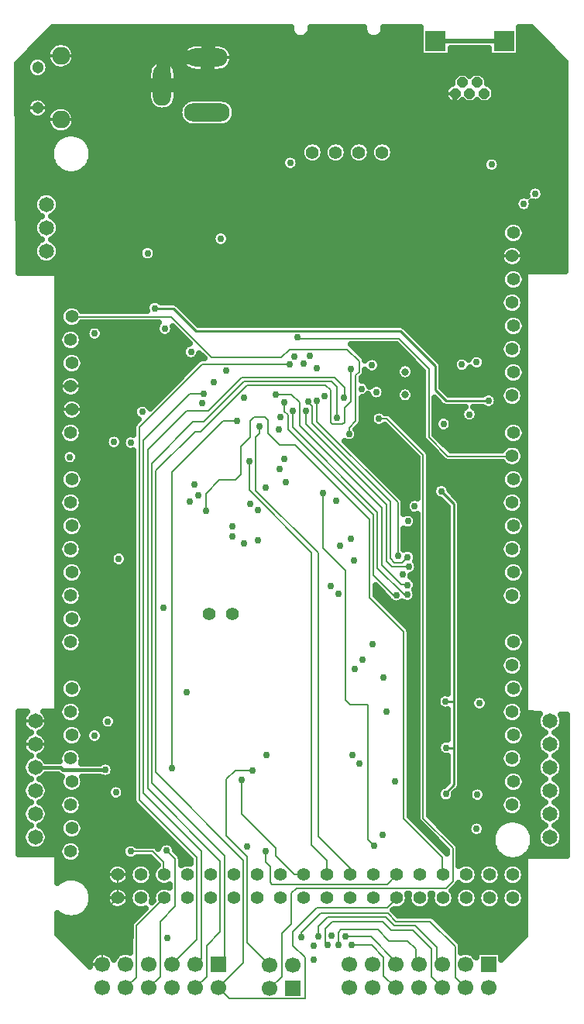
<source format=gbr>
%TF.GenerationSoftware,Novarm,DipTrace,4.1.1.0*%
%TF.CreationDate,2021-03-01T14:13:33-08:00*%
%FSLAX26Y26*%
%MOIN*%
%TF.FileFunction,Copper,L4,Bot*%
%TF.Part,Single*%
%AMOUTLINE6*
4,1,8,
-0.021824,-0.009039,
-0.021824,0.009039,
-0.009039,0.021824,
0.009039,0.021824,
0.021824,0.009039,
0.021824,-0.009039,
0.009039,-0.021824,
-0.009039,-0.021824,
-0.021824,-0.009039,
0*%
%TA.AperFunction,ViaPad*%
%ADD16C,0.03*%
%TA.AperFunction,Conductor*%
%ADD18C,0.02*%
%ADD19C,0.008*%
%ADD20C,0.015*%
%ADD23C,0.06*%
%ADD24C,0.01*%
%TA.AperFunction,CopperBalancing*%
%ADD25C,0.012992*%
%ADD26C,0.025*%
%TA.AperFunction,ComponentPad*%
%ADD29C,0.031496*%
%ADD45C,0.055*%
%ADD46R,0.066929X0.066929*%
%ADD47C,0.066929*%
%ADD48C,0.065*%
%ADD50R,0.086614X0.086614*%
%ADD52O,0.19685X0.07874*%
%ADD53O,0.177165X0.07874*%
%ADD54O,0.07874X0.177165*%
%ADD58C,0.077008*%
%ADD59C,0.051339*%
%ADD62C,0.056*%
%ADD159OUTLINE6*%
G75*
G01*
%LPD*%
X1243501Y2519025D2*
D19*
Y2592714D1*
X1301181Y2650394D1*
X1372835D1*
X1395669Y2673228D1*
Y2794488D1*
X1434252Y2833071D1*
Y2903937D1*
X1452362Y2922047D1*
X1498272D1*
X1511919Y2908400D1*
Y2850906D1*
X1561555Y2801269D1*
X1627865D1*
X1947808Y2481325D1*
Y2144357D1*
X2095009Y1997156D1*
Y1195542D1*
X2261024Y1029528D1*
Y956885D1*
X2264516Y953392D1*
X1864516D2*
Y981337D1*
X1728301Y1117552D1*
Y2336791D1*
X1459552Y2605539D1*
Y2835101D1*
X1474112Y2849660D1*
Y2880146D1*
X1500260Y1053080D2*
Y1007383D1*
X1520252Y987391D1*
Y920274D1*
X1527928Y912598D1*
X2023722D1*
X2064516Y953392D1*
X1764516D2*
Y1013589D1*
X1697151Y1080954D1*
Y2338987D1*
X1429738Y2606400D1*
Y2732320D1*
X1842913Y686614D2*
X1955118D1*
X2055955Y585777D1*
Y566669D1*
X2061165D1*
X1655430Y685035D2*
Y703449D1*
X1738596Y786614D1*
X2028087D1*
X2062037Y752664D1*
X2209262D1*
X2316693Y645234D1*
Y511142D1*
X2361165Y466669D1*
X1727953Y686614D2*
Y731580D1*
X1766451Y770079D1*
X2016252D1*
X2052970Y733361D1*
X2146167D1*
X2237276Y642252D1*
Y590559D1*
X2261165Y566669D1*
X1768110Y651575D2*
X1766535D1*
X1757171Y660940D1*
Y720163D1*
X1789370Y752362D1*
X2005302D1*
X2042811Y714853D1*
X2133572D1*
X2213285Y635140D1*
Y514550D1*
X2261165Y466669D1*
X1814173Y650394D2*
Y705906D1*
X1825984Y717717D1*
X1984385D1*
X2032810Y669291D1*
X2110236D1*
X2146276Y633252D1*
Y566669D1*
X2161165D1*
X1871260Y649606D2*
X1957130D1*
X2008589Y598147D1*
Y519245D1*
X2061165Y466669D1*
X797854Y566522D2*
Y786731D1*
X864516Y853392D1*
Y953392D2*
Y853392D1*
X1056084Y4348466D2*
D23*
X1216121D1*
X1250584Y4382929D1*
Y4464990D1*
X1248997Y4466576D1*
X1061062D1*
Y4353444D1*
X1056084Y4348466D1*
X933262D1*
X906588Y4375140D1*
Y4539999D1*
X940339Y4573749D1*
X1240198D1*
X1260969Y4478547D1*
X1248997Y4466576D1*
X2226378Y4202756D2*
D18*
X2258661D1*
X2314173Y4258268D1*
Y4310236D1*
X2316535Y4312598D1*
X2276423Y1299568D2*
D24*
Y1305067D1*
X2312192Y1340836D1*
Y1498836D1*
Y1700031D1*
Y2546972D1*
X2256919Y2602245D1*
X2275879Y1698001D2*
X2308835Y1696675D1*
X2312192Y1700031D1*
X2277613Y1498836D2*
X2312192D1*
X2231797Y4538904D2*
D18*
X2527259D1*
X2070005Y2322933D2*
D19*
Y2553140D1*
X1721570Y2901576D1*
Y2991643D1*
X2111867Y2318555D2*
X2088555Y2295243D1*
X2055547D1*
X2036528Y2314262D1*
Y2558723D1*
X1701846Y2893404D1*
Y2968210D1*
X1682923Y2987134D1*
X2117684Y2277571D2*
X2044486D1*
X2019694Y2302362D1*
Y2545514D1*
X1674840Y2890369D1*
Y2948676D1*
X2111934Y2199361D2*
X2083029Y2200488D1*
X2000130Y2283387D1*
Y2531820D1*
X1647874Y2884076D1*
Y2983161D1*
X1612306Y3018730D1*
X1543726D1*
X1545381Y3017075D1*
X2063171Y2154887D2*
X2051311Y2155686D1*
X1965552Y2241445D1*
Y2500690D1*
X1598289Y2867954D1*
Y2930573D1*
X1582873Y2945990D1*
Y2985228D1*
X2110364Y2156871D2*
X2097579D1*
X1982841Y2271609D1*
Y2512709D1*
X1618669Y2876881D1*
Y2948715D1*
X920403Y1053482D2*
X1015416D1*
X1061777Y1007121D1*
Y956131D1*
X1064516Y953392D1*
X897854Y466522D2*
X899455D1*
X944604Y511671D1*
Y733480D1*
X1064516Y853392D1*
X2561760Y2753392D2*
Y2751644D1*
X2286186D1*
X2203432Y2834399D1*
Y3128933D1*
X2074147Y3258218D1*
X1643820D1*
X1639045Y3262993D1*
X1445592Y1401462D2*
X1370299D1*
X1331890Y1363052D1*
Y1120866D1*
X1421874Y1030882D1*
Y660302D1*
X1518108Y564068D1*
X1604480Y3148436D2*
X1228395D1*
X957087Y2877127D1*
Y1274516D1*
X1204588Y1027014D1*
Y673256D1*
X1097854Y566522D1*
X1988976Y2914173D2*
X2022835D1*
X2179406Y2757602D1*
Y1196185D1*
X2306693Y1068898D1*
Y924803D1*
X2277953Y896063D1*
X1635039D1*
X1612598Y873622D1*
Y742520D1*
X1569940Y699861D1*
Y515900D1*
X1518108Y464068D1*
X1806890Y2918808D2*
Y3051276D1*
X1783356Y3074810D1*
X1407354D1*
X1233281Y2900736D1*
X1189374D1*
X1011392Y2722755D1*
Y1347146D1*
X1324391Y1034147D1*
Y593059D1*
X1297854Y566522D1*
X1074803Y1057480D2*
X1112598Y1019685D1*
Y818110D1*
X1046457Y751969D1*
Y515125D1*
X997854Y466522D1*
X1236047Y3021127D2*
X1173004D1*
X974509Y2822633D1*
Y1303140D1*
X1223799Y1053850D1*
Y592467D1*
X1197854Y566522D1*
X1838364Y3005110D2*
X1840341Y3003133D1*
Y3046853D1*
X1796419Y3090776D1*
X1397097D1*
X1255698Y2949377D1*
X1162094D1*
X993226Y2780508D1*
Y1323793D1*
X1305739Y1011280D1*
Y706320D1*
X1247304Y647886D1*
Y515972D1*
X1197854Y466522D1*
X1868311Y3129320D2*
Y2987875D1*
X1841067Y2960631D1*
Y2899156D1*
X1831844Y2889933D1*
X1789238D1*
X1780728Y2898442D1*
Y3036471D1*
X1758356Y3058844D1*
X1420568D1*
X1220404Y2858680D1*
X1197033D1*
X1027908Y2689555D1*
Y1393651D1*
X1405403Y1016156D1*
Y574071D1*
X1297854Y466522D1*
X2064516Y853392D2*
X2060112D1*
X2058207Y845543D1*
X2024072Y811408D1*
X1721663D1*
X1619328Y709073D1*
Y648535D1*
X1671018Y596845D1*
Y420067D1*
X1344310D1*
X1297854Y466522D1*
X1859592Y2849093D2*
Y2875243D1*
X1888088Y2903739D1*
Y3101058D1*
X1902991Y3115961D1*
Y3161711D1*
X1852345Y3212357D1*
X1603837D1*
X1569325Y3177845D1*
X1269353D1*
X1095428Y3351770D1*
X668894D1*
X667272Y3353392D1*
X1747475Y2595215D2*
Y2356869D1*
X1844377Y2259967D1*
Y1705675D1*
X1864773Y1685278D1*
X1942839D1*
Y1104434D1*
X1968836Y1078437D1*
X509673Y1413828D2*
D20*
X618362D1*
X628096Y1404094D1*
X810776D1*
X2460457Y2991322D2*
D24*
X2277472D1*
X2231367Y3037427D1*
Y3141273D1*
X2082088Y3290552D1*
X1200196D1*
X1102902Y3387846D1*
X1025017D1*
X1023718Y3389146D1*
X1398858Y1361219D2*
D19*
Y1212953D1*
X1543307Y1068504D1*
Y1035827D1*
X1625741Y953392D1*
X1664516D1*
X1379528Y2904724D2*
X1317323D1*
X1097638Y2685039D1*
Y1411024D1*
X1096850Y1410236D1*
D16*
X1606911Y4013984D3*
X992917Y3625787D3*
X2661576Y3881478D3*
X1606911Y4013984D3*
X2005173Y1125235D3*
X1422121Y1076102D3*
X1160630Y1736442D3*
X822038Y1612375D3*
X921538Y2811042D3*
X1066936Y3300461D3*
X2089888Y2243478D3*
X869193Y2311241D3*
X1180274Y3200925D3*
X2408948Y1150165D3*
X2142404Y2537953D3*
X2473673Y4006356D3*
X969949Y2943738D3*
X1193564Y2632531D3*
X765072Y3280037D3*
X1193564Y2632531D3*
X1779921Y2193701D3*
X1408661Y2376772D3*
X1468504Y2389764D3*
X1814961Y2161811D3*
X1243501Y2519025D3*
X1474112Y2880146D3*
X1500260Y1053080D3*
X1429738Y2732320D3*
X1842913Y686614D3*
X1709442Y649219D3*
X1655430Y685035D3*
X1727953Y686614D3*
X1768110Y651575D3*
X1814173Y650394D3*
X1785827Y690945D3*
X1871260Y649606D3*
X1065411Y3887546D3*
X1508350Y3748255D3*
X2247513Y1930858D3*
X1881528Y2305881D3*
X2247513Y1930858D3*
X2226378Y4202756D3*
X1581807Y2740794D3*
X2266420Y2891047D3*
X1560500Y2699365D3*
X2409093Y3156640D3*
X1589420Y2642693D3*
X2345325Y3146980D3*
X1228740Y2980709D3*
X2276423Y1299568D3*
X2256919Y2602245D3*
X2275879Y1698001D3*
X2277613Y1498836D3*
X2421327Y1690197D3*
X1805031Y2559777D3*
X2412601Y1297433D3*
X2113438Y2473509D3*
X2070005Y2322933D3*
X1721570Y2991643D3*
X2111867Y2318555D3*
X1682923Y2987134D3*
X2117684Y2277571D3*
X1674840Y2948676D3*
X2111934Y2199361D3*
X1545381Y3017075D3*
X2063171Y2154887D3*
X1582873Y2985228D3*
X2110364Y2156871D3*
X1618669Y2948715D3*
X1960772Y1945689D3*
D3*
X1913589Y3042304D3*
X1977646Y3028285D3*
X1709449Y588217D3*
X1076663Y682581D3*
X1874671Y1467785D3*
X1502938D3*
X920403Y1053482D3*
X1905587Y1430478D3*
X856542Y1307215D3*
X1721416Y3132798D3*
X2378003Y2932819D3*
X1754749Y3012612D3*
X1692608Y3184357D3*
X1662992Y3152756D3*
X1639045Y3262993D3*
X1625984Y3182677D3*
X1445592Y1401462D3*
X1604480Y3148436D3*
X1988976Y2914173D3*
X1806890Y2918808D3*
X1074803Y1057480D3*
X1061199Y2100765D3*
X1236047Y3021127D3*
X1279167Y3069961D3*
X1838364Y3005110D3*
X1868311Y3129320D3*
X1500787Y2616535D3*
X1559297Y2868411D3*
X1563760Y2921955D3*
X1859592Y2849093D3*
X1747475Y2595215D3*
X1968836Y1078437D3*
X1867282Y2396927D3*
X1917291Y1879058D3*
X1356636Y2408850D3*
X1433236Y2548694D3*
X1357151Y2452000D3*
X1469390Y2522631D3*
X2007341Y1802391D3*
X2020539Y1655425D3*
X2057844Y1354651D3*
X1821352Y2368913D3*
X1885898Y1837654D3*
X1958950Y3144299D3*
X2611835Y3837455D3*
X764406Y1551344D3*
X848172Y2814150D3*
X1308285Y3687891D3*
X810776Y1404094D3*
X2460457Y2991322D3*
X1023718Y3389146D3*
X1330315Y3119685D3*
X1408718Y3003033D3*
X1398858Y1361219D3*
X1175753Y2556940D3*
X1211803Y2585827D3*
X1379528Y2904724D3*
X1096850Y1410236D3*
X658661Y2749213D3*
X563014Y4572572D2*
D26*
X1611970D1*
X1692115D2*
X1926374D1*
X2006520D2*
X2164850D1*
X2594215D2*
X2666169D1*
X538161Y4547703D2*
X2164850D1*
X2594215D2*
X2691022D1*
X513307Y4522835D2*
X582087D1*
X657448D2*
X1174958D1*
X1323073D2*
X2164850D1*
X2594215D2*
X2715875D1*
X488406Y4497966D2*
X562360D1*
X677175D2*
X1145514D1*
X1352467D2*
X2164850D1*
X2298757D2*
X2460310D1*
X2594215D2*
X2740778D1*
X463551Y4473097D2*
X557623D1*
X681911D2*
X1137115D1*
X1360866D2*
X2765631D1*
X438698Y4448228D2*
X476814D1*
X675759D2*
X1020270D1*
X1091871D2*
X1139606D1*
X1358375D2*
X2790192D1*
X432887Y4423360D2*
X470466D1*
X569070D2*
X586726D1*
X652760D2*
X998786D1*
X1113406D2*
X1154890D1*
X1343092D2*
X2790192D1*
X433034Y4398491D2*
X478425D1*
X561110D2*
X993073D1*
X1119118D2*
X2323639D1*
X2372390D2*
X2386605D1*
X2435378D2*
X2790192D1*
X433230Y4373622D2*
X993073D1*
X1119118D2*
X2303083D1*
X2455983D2*
X2790192D1*
X433375Y4348753D2*
X993073D1*
X1119118D2*
X2289411D1*
X2469655D2*
X2790192D1*
X433571Y4323885D2*
X993073D1*
X1119118D2*
X2271150D1*
X2487867D2*
X2790192D1*
X433718Y4299016D2*
X993073D1*
X1119118D2*
X2271539D1*
X2487526D2*
X2790192D1*
X433913Y4274147D2*
X477350D1*
X562135D2*
X998493D1*
X1113650D2*
X1145661D1*
X1352322D2*
X2291902D1*
X2341188D2*
X2354890D1*
X2404176D2*
X2417878D1*
X2467165D2*
X2790192D1*
X434059Y4249278D2*
X470417D1*
X569070D2*
X584138D1*
X655348D2*
X1019440D1*
X1092751D2*
X1129938D1*
X1368043D2*
X2790192D1*
X434255Y4224409D2*
X477790D1*
X676539D2*
X1127203D1*
X1370778D2*
X2790192D1*
X434402Y4199541D2*
X557575D1*
X681911D2*
X1135358D1*
X1362673D2*
X2790192D1*
X434596Y4174672D2*
X563043D1*
X676442D2*
X1163727D1*
X1334303D2*
X2790192D1*
X434743Y4149803D2*
X584430D1*
X655055D2*
X2790192D1*
X434890Y4124934D2*
X610407D1*
X718630D2*
X2790192D1*
X435085Y4100066D2*
X587165D1*
X741871D2*
X1674127D1*
X1729226D2*
X1774127D1*
X1829226D2*
X1874127D1*
X1929226D2*
X1974127D1*
X2029226D2*
X2790192D1*
X435231Y4075197D2*
X576520D1*
X752516D2*
X1653522D1*
X2049831D2*
X2790192D1*
X435427Y4050328D2*
X573835D1*
X755202D2*
X1651178D1*
X2052175D2*
X2790192D1*
X435573Y4025459D2*
X578327D1*
X750710D2*
X1570123D1*
X1643727D2*
X1663337D1*
X1740016D2*
X1763337D1*
X1840016D2*
X1863337D1*
X1940016D2*
X1963337D1*
X2040016D2*
X2440486D1*
X2506862D2*
X2790192D1*
X435768Y4000591D2*
X591364D1*
X737673D2*
X1570807D1*
X1642995D2*
X2435455D1*
X2511891D2*
X2790192D1*
X435915Y3975722D2*
X620173D1*
X708864D2*
X2451959D1*
X2495387D2*
X2790192D1*
X436110Y3950853D2*
X2790192D1*
X436257Y3925984D2*
X2790192D1*
X436451Y3901115D2*
X2628718D1*
X2694459D2*
X2790192D1*
X436598Y3876247D2*
X521100D1*
X593874D2*
X2623298D1*
X2699879D2*
X2790192D1*
X436794Y3851378D2*
X504010D1*
X610963D2*
X2575983D1*
X2684108D2*
X2790192D1*
X436940Y3826509D2*
X501959D1*
X613014D2*
X2574860D1*
X2648806D2*
X2790192D1*
X437087Y3801640D2*
X512654D1*
X602272D2*
X2790192D1*
X437282Y3776772D2*
X521735D1*
X593239D2*
X2790192D1*
X437428Y3751903D2*
X504157D1*
X610768D2*
X2534235D1*
X2600319D2*
X2790192D1*
X437623Y3727034D2*
X501862D1*
X613112D2*
X2517535D1*
X2617018D2*
X2790192D1*
X437770Y3702165D2*
X512262D1*
X602711D2*
X1272566D1*
X1344020D2*
X2516902D1*
X2617654D2*
X2790192D1*
X437966Y3677297D2*
X522419D1*
X592555D2*
X1271198D1*
X1345339D2*
X2531403D1*
X2603151D2*
X2790192D1*
X438112Y3652428D2*
X504352D1*
X610622D2*
X965974D1*
X1019850D2*
X1298738D1*
X1317867D2*
X2529352D1*
X2594167D2*
X2790192D1*
X438307Y3627559D2*
X501814D1*
X613161D2*
X954303D1*
X1031520D2*
X2512165D1*
X2611354D2*
X2790192D1*
X438454Y3602690D2*
X511871D1*
X603102D2*
X962604D1*
X1023219D2*
X2511286D1*
X2612234D2*
X2790192D1*
X438650Y3577822D2*
X2525348D1*
X2598171D2*
X2790192D1*
X438795Y3552953D2*
X2535602D1*
X2598951D2*
X2790192D1*
X607741Y3528084D2*
X2517878D1*
X607741Y3503215D2*
X2516657D1*
X607741Y3478346D2*
X2530280D1*
X607741Y3453478D2*
X2530818D1*
X2592702D2*
X2615192D1*
X607741Y3428609D2*
X2512507D1*
X607741Y3403740D2*
X988142D1*
X1126491D2*
X2511042D1*
X607741Y3378871D2*
X622692D1*
X711794D2*
X986530D1*
X1151394D2*
X2524274D1*
X2599245D2*
X2615176D1*
X1176247Y3354003D2*
X2537067D1*
X2597487D2*
X2615172D1*
X607741Y3329134D2*
X622009D1*
X1201100D2*
X2518219D1*
X607741Y3304265D2*
X662946D1*
X671610D2*
X735749D1*
X794411D2*
X1028474D1*
X2107887D2*
X2516462D1*
X705983Y3279396D2*
X726423D1*
X803738D2*
X1035066D1*
X1098806D2*
X1129694D1*
X2132741D2*
X2529255D1*
X713406Y3254528D2*
X736921D1*
X793190D2*
X1154596D1*
X2157594D2*
X2532331D1*
X2591188D2*
X2615192D1*
X707302Y3229659D2*
X1155818D1*
X1873122D2*
X2064606D1*
X2182497D2*
X2512848D1*
X607741Y3204790D2*
X651862D1*
X671657D2*
X1141803D1*
X1897975D2*
X2089508D1*
X2207350D2*
X2510846D1*
X607741Y3179921D2*
X623375D1*
X711159D2*
X1148346D1*
X1212234D2*
X1229206D1*
X1922878D2*
X1950251D1*
X1967673D2*
X2114362D1*
X2232203D2*
X2327887D1*
X2362722D2*
X2378913D1*
X2439283D2*
X2523249D1*
X2600270D2*
X2615177D1*
X718923Y3155052D2*
X1196930D1*
X1995974D2*
X2139215D1*
X2256130D2*
X2307575D1*
X2447731D2*
X2538678D1*
X2595875D2*
X2615169D1*
X607741Y3130184D2*
X621424D1*
X713112D2*
X1172077D1*
X1994753D2*
X2064850D1*
X2138112D2*
X2164118D1*
X2260035D2*
X2310798D1*
X2436257D2*
X2518562D1*
X607741Y3105315D2*
X654499D1*
X680041D2*
X1147175D1*
X1928298D2*
X2063678D1*
X2139235D2*
X2175787D1*
X2260035D2*
X2516266D1*
X705299Y3080446D2*
X1122322D1*
X1915749D2*
X2089558D1*
X2113356D2*
X2175787D1*
X2260035D2*
X2528278D1*
X713356Y3055577D2*
X1097467D1*
X2003883D2*
X2175787D1*
X2260035D2*
X2534039D1*
X2589528D2*
X2615192D1*
X707887Y3030709D2*
X1072566D1*
X2016238D2*
X2064703D1*
X2138063D2*
X2175787D1*
X2277566D2*
X2513239D1*
X607741Y3005840D2*
X646783D1*
X676735D2*
X1047711D1*
X1915749D2*
X1946783D1*
X2008522D2*
X2063630D1*
X2139138D2*
X2175787D1*
X2496071D2*
X2510642D1*
X607741Y2980971D2*
X624058D1*
X710475D2*
X1022858D1*
X1915749D2*
X2089997D1*
X2112770D2*
X2175787D1*
X2231081D2*
X2248346D1*
X2497585D2*
X2522322D1*
X2601198D2*
X2615180D1*
X718874Y2956102D2*
X933454D1*
X1915749D2*
X2175787D1*
X2231081D2*
X2347858D1*
X2408180D2*
X2449762D1*
X2471169D2*
X2615192D1*
X607741Y2931234D2*
X620936D1*
X713650D2*
X933503D1*
X1915749D2*
X1954596D1*
X2043874D2*
X2175787D1*
X2231081D2*
X2339362D1*
X2416627D2*
X2615192D1*
X607741Y2906365D2*
X650446D1*
X684108D2*
X948249D1*
X1915749D2*
X1951178D1*
X2068727D2*
X2175787D1*
X2301686D2*
X2350837D1*
X2405154D2*
X2615192D1*
X704615Y2881496D2*
X929791D1*
X1903932D2*
X1971003D1*
X2093581D2*
X2175787D1*
X2303786D2*
X2524421D1*
X713307Y2856627D2*
X929402D1*
X1897438D2*
X2042291D1*
X2118483D2*
X2175787D1*
X2231081D2*
X2252839D1*
X2280045D2*
X2515730D1*
X708425Y2831759D2*
X814070D1*
X1893825D2*
X2067146D1*
X2143337D2*
X2175886D1*
X2244167D2*
X2520612D1*
X607741Y2806890D2*
X643318D1*
X680202D2*
X810260D1*
X1854323D2*
X2092047D1*
X2168190D2*
X2192878D1*
X2269020D2*
X2548835D1*
X2585719D2*
X2615192D1*
X607741Y2782021D2*
X640974D1*
X676344D2*
X829059D1*
X867262D2*
X897467D1*
X1879226D2*
X2116902D1*
X2193092D2*
X2217731D1*
X2293874D2*
X2519294D1*
X607741Y2757152D2*
X620839D1*
X696462D2*
X929402D1*
X1904079D2*
X2141755D1*
X2207058D2*
X2242585D1*
X607741Y2732283D2*
X624253D1*
X693092D2*
X929402D1*
X1928932D2*
X2151764D1*
X2207058D2*
X2267634D1*
X607741Y2707415D2*
X929402D1*
X1953835D2*
X2151764D1*
X2207058D2*
X2541852D1*
X2581667D2*
X2615192D1*
X607741Y2682546D2*
X625228D1*
X709352D2*
X929402D1*
X1978688D2*
X2151764D1*
X2207058D2*
X2525202D1*
X718727Y2657677D2*
X929402D1*
X2003542D2*
X2151764D1*
X2207058D2*
X2515778D1*
X714430Y2632808D2*
X929402D1*
X2028444D2*
X2151764D1*
X2207058D2*
X2235114D1*
X2278738D2*
X2520123D1*
X607741Y2607940D2*
X646051D1*
X688503D2*
X929402D1*
X2053298D2*
X2151764D1*
X2295143D2*
X2546051D1*
X2588503D2*
X2615192D1*
X703444Y2583071D2*
X929402D1*
X2078151D2*
X2151764D1*
X2207058D2*
X2223738D1*
X2315602D2*
X2520075D1*
X713210Y2558202D2*
X929402D1*
X2097146D2*
X2109945D1*
X2207058D2*
X2261482D1*
X2338307D2*
X2510358D1*
X709157Y2533333D2*
X929402D1*
X2207058D2*
X2283551D1*
X2340846D2*
X2514362D1*
X607741Y2508465D2*
X639314D1*
X684206D2*
X929402D1*
X2207058D2*
X2283551D1*
X2340846D2*
X2539314D1*
X2584206D2*
X2615192D1*
X607741Y2483596D2*
X626009D1*
X708571D2*
X929402D1*
X2207058D2*
X2283551D1*
X2340846D2*
X2525983D1*
X718630Y2458727D2*
X929402D1*
X2207058D2*
X2283551D1*
X2340846D2*
X2515925D1*
X714870Y2433858D2*
X929402D1*
X2097682D2*
X2151764D1*
X2207058D2*
X2283551D1*
X2340846D2*
X2519635D1*
X607741Y2408990D2*
X643659D1*
X690895D2*
X929402D1*
X2097682D2*
X2151764D1*
X2207058D2*
X2283551D1*
X2340846D2*
X2543659D1*
X2590895D2*
X2615192D1*
X607741Y2384121D2*
X620839D1*
X702614D2*
X929402D1*
X2097682D2*
X2151764D1*
X2207058D2*
X2283551D1*
X2340846D2*
X2520906D1*
X2602614D2*
X2615182D1*
X713063Y2359252D2*
X929402D1*
X2097682D2*
X2151764D1*
X2207058D2*
X2283551D1*
X2340846D2*
X2510455D1*
X709596Y2334383D2*
X838923D1*
X899490D2*
X929402D1*
X2207058D2*
X2283551D1*
X2340846D2*
X2513923D1*
X607741Y2309514D2*
X637067D1*
X686451D2*
X830573D1*
X907790D2*
X929402D1*
X2207058D2*
X2283551D1*
X2340846D2*
X2537067D1*
X2586451D2*
X2615192D1*
X607741Y2284646D2*
X626790D1*
X707741D2*
X842194D1*
X896218D2*
X929402D1*
X2207058D2*
X2283551D1*
X2340846D2*
X2526814D1*
X718531Y2259777D2*
X929402D1*
X2207058D2*
X2283551D1*
X2340846D2*
X2516022D1*
X715310Y2234908D2*
X929402D1*
X2127516D2*
X2151764D1*
X2207058D2*
X2283551D1*
X2340846D2*
X2519196D1*
X607741Y2210039D2*
X641608D1*
X692946D2*
X929402D1*
X2207058D2*
X2283551D1*
X2340846D2*
X2541608D1*
X2592946D2*
X2615192D1*
X607741Y2185171D2*
X621717D1*
X701783D2*
X929402D1*
X2207058D2*
X2283551D1*
X2340846D2*
X2521735D1*
X2601783D2*
X2615181D1*
X712917Y2160302D2*
X929402D1*
X1975466D2*
X2008600D1*
X2207058D2*
X2283551D1*
X2340846D2*
X2510602D1*
X710035Y2135433D2*
X929402D1*
X1994802D2*
X2030182D1*
X2207058D2*
X2283551D1*
X2340846D2*
X2513483D1*
X607741Y2110564D2*
X635114D1*
X688406D2*
X929402D1*
X2019703D2*
X2151764D1*
X2207058D2*
X2283551D1*
X2340846D2*
X2535114D1*
X2588406D2*
X2615192D1*
X607741Y2085696D2*
X627668D1*
X706814D2*
X929402D1*
X2044558D2*
X2151764D1*
X2207058D2*
X2283551D1*
X2340846D2*
X2615192D1*
X718386Y2060827D2*
X929402D1*
X2069411D2*
X2151764D1*
X2207058D2*
X2283551D1*
X2340846D2*
X2615192D1*
X715749Y2035958D2*
X929402D1*
X2094314D2*
X2151764D1*
X2207058D2*
X2283551D1*
X2340846D2*
X2615192D1*
X607741Y2011089D2*
X639703D1*
X694802D2*
X929402D1*
X2118483D2*
X2151764D1*
X2207058D2*
X2283551D1*
X2340846D2*
X2615192D1*
X607741Y1986220D2*
X622692D1*
X700856D2*
X929402D1*
X2122682D2*
X2151764D1*
X2207058D2*
X2283551D1*
X2340846D2*
X2528180D1*
X712770Y1961352D2*
X929402D1*
X2122682D2*
X2151764D1*
X2207058D2*
X2283551D1*
X2340846D2*
X2516266D1*
X710427Y1936483D2*
X929402D1*
X2122682D2*
X2151764D1*
X2207058D2*
X2283551D1*
X2340846D2*
X2518610D1*
X607741Y1911614D2*
X633356D1*
X690163D2*
X929402D1*
X2122682D2*
X2151764D1*
X2207058D2*
X2283551D1*
X2340846D2*
X2538874D1*
X2595680D2*
X2615168D1*
X607741Y1886745D2*
X929402D1*
X2122682D2*
X2151764D1*
X2207058D2*
X2283551D1*
X2340846D2*
X2523151D1*
X2600367D2*
X2615177D1*
X607741Y1861877D2*
X929402D1*
X2122682D2*
X2151764D1*
X2207058D2*
X2283551D1*
X2340846D2*
X2510846D1*
X607741Y1837008D2*
X929402D1*
X2122682D2*
X2151764D1*
X2207058D2*
X2283551D1*
X2340846D2*
X2512898D1*
X607741Y1812139D2*
X929402D1*
X2122682D2*
X2151764D1*
X2207058D2*
X2283551D1*
X2340846D2*
X2532526D1*
X2590993D2*
X2615192D1*
X607741Y1787270D2*
X629157D1*
X705398D2*
X929402D1*
X2122682D2*
X2151764D1*
X2207058D2*
X2283551D1*
X2340846D2*
X2529157D1*
X718092Y1762402D2*
X929402D1*
X2122682D2*
X2151764D1*
X2207058D2*
X2283551D1*
X2340846D2*
X2516462D1*
X716286Y1737533D2*
X929402D1*
X2122682D2*
X2151764D1*
X2207058D2*
X2283551D1*
X2340846D2*
X2518219D1*
X607741Y1712664D2*
X637262D1*
X697291D2*
X929402D1*
X2122682D2*
X2151764D1*
X2207058D2*
X2240339D1*
X2340846D2*
X2390486D1*
X2452175D2*
X2537262D1*
X2597291D2*
X2615172D1*
X607741Y1687795D2*
X624156D1*
X699391D2*
X929402D1*
X2122682D2*
X2151764D1*
X2207058D2*
X2238678D1*
X2340846D2*
X2382722D1*
X2459890D2*
X2524127D1*
X2599391D2*
X2615176D1*
X712478Y1662927D2*
X929402D1*
X2122682D2*
X2151764D1*
X2207058D2*
X2264558D1*
X2340846D2*
X2395075D1*
X2447585D2*
X2511042D1*
X438991Y1638058D2*
X459283D1*
X560035D2*
X612555D1*
X710963D2*
X794098D1*
X849978D2*
X929402D1*
X2122682D2*
X2151764D1*
X2207058D2*
X2283551D1*
X2340846D2*
X2512555D1*
X2610963D2*
X2674030D1*
X2775075D2*
X2796491D1*
X438991Y1613189D2*
X453522D1*
X565846D2*
X630963D1*
X692555D2*
X783406D1*
X860671D2*
X929402D1*
X2122682D2*
X2151764D1*
X2207058D2*
X2283551D1*
X2340846D2*
X2530963D1*
X2592555D2*
X2668415D1*
X2780690D2*
X2796491D1*
X438991Y1588320D2*
X459967D1*
X559402D2*
X630182D1*
X704371D2*
X792535D1*
X851539D2*
X929402D1*
X2122682D2*
X2151764D1*
X2207058D2*
X2283551D1*
X2340846D2*
X2530182D1*
X2604371D2*
X2675007D1*
X2774098D2*
X2796491D1*
X438991Y1563451D2*
X486774D1*
X532594D2*
X616657D1*
X801003D2*
X929402D1*
X2122682D2*
X2151764D1*
X2207058D2*
X2283551D1*
X2340846D2*
X2516657D1*
X2617898D2*
X2700934D1*
X2748171D2*
X2796491D1*
X438991Y1538583D2*
X459577D1*
X559791D2*
X617878D1*
X800759D2*
X929402D1*
X2122682D2*
X2151764D1*
X2207058D2*
X2283551D1*
X2340846D2*
X2517878D1*
X2616627D2*
X2674274D1*
X2774831D2*
X2796491D1*
X438991Y1513714D2*
X453522D1*
X565846D2*
X635749D1*
X698806D2*
X929402D1*
X2122682D2*
X2151764D1*
X2207058D2*
X2242146D1*
X2340846D2*
X2535749D1*
X2598806D2*
X2668415D1*
X2780739D2*
X2796491D1*
X438991Y1488845D2*
X459675D1*
X559646D2*
X625202D1*
X698318D2*
X929402D1*
X2122682D2*
X2151764D1*
X2207058D2*
X2240339D1*
X2340846D2*
X2525202D1*
X2598318D2*
X2674714D1*
X2774391D2*
X2796491D1*
X438991Y1463976D2*
X487311D1*
X532008D2*
X611238D1*
X712282D2*
X929402D1*
X2122682D2*
X2151764D1*
X2207058D2*
X2265486D1*
X2340846D2*
X2511238D1*
X2612282D2*
X2702203D1*
X2746902D2*
X2796491D1*
X438991Y1439108D2*
X459822D1*
X711306D2*
X799226D1*
X822291D2*
X929402D1*
X2122682D2*
X2151764D1*
X2207058D2*
X2283551D1*
X2340846D2*
X2512214D1*
X2611306D2*
X2674567D1*
X2774538D2*
X2796491D1*
X438991Y1414239D2*
X453522D1*
X847975D2*
X929402D1*
X2122682D2*
X2151764D1*
X2207058D2*
X2283551D1*
X2340846D2*
X2529547D1*
X2593971D2*
X2668415D1*
X2780739D2*
X2796491D1*
X438991Y1389370D2*
X459430D1*
X846315D2*
X929402D1*
X2122682D2*
X2151764D1*
X2207058D2*
X2283551D1*
X2340846D2*
X2531257D1*
X2603298D2*
X2674421D1*
X2774684D2*
X2796491D1*
X438991Y1364501D2*
X486042D1*
X533278D2*
X616902D1*
X717654D2*
X929402D1*
X2122682D2*
X2151764D1*
X2207058D2*
X2283551D1*
X2340846D2*
X2516902D1*
X2617654D2*
X2701618D1*
X2747487D2*
X2796491D1*
X438991Y1339633D2*
X460114D1*
X559206D2*
X617585D1*
X716970D2*
X837995D1*
X875075D2*
X929402D1*
X2122682D2*
X2151764D1*
X2207058D2*
X2271491D1*
X2340846D2*
X2517585D1*
X2616970D2*
X2674860D1*
X2774245D2*
X2796491D1*
X438991Y1314764D2*
X453522D1*
X565846D2*
X634382D1*
X700173D2*
X818659D1*
X894411D2*
X929402D1*
X2122682D2*
X2151764D1*
X2207058D2*
X2241119D1*
X2325612D2*
X2378375D1*
X2446852D2*
X2534382D1*
X2600173D2*
X2668415D1*
X2780690D2*
X2796491D1*
X438991Y1289895D2*
X459138D1*
X560182D2*
X626325D1*
X697194D2*
X822322D1*
X890798D2*
X929402D1*
X2122682D2*
X2151764D1*
X2207058D2*
X2239070D1*
X2313747D2*
X2374714D1*
X2450466D2*
X2526325D1*
X2597194D2*
X2674176D1*
X2774928D2*
X2796491D1*
X438991Y1265026D2*
X484870D1*
X534499D2*
X611482D1*
X712038D2*
X931306D1*
X2122682D2*
X2151764D1*
X2207058D2*
X2263239D1*
X2289626D2*
X2394050D1*
X2431130D2*
X2511482D1*
X2612038D2*
X2700398D1*
X2748707D2*
X2796491D1*
X438991Y1240157D2*
X460407D1*
X558913D2*
X611921D1*
X711598D2*
X953375D1*
X2122682D2*
X2151764D1*
X2207058D2*
X2511921D1*
X2611598D2*
X2675154D1*
X2773951D2*
X2796491D1*
X438991Y1215289D2*
X453522D1*
X565798D2*
X628180D1*
X695339D2*
X978230D1*
X2122682D2*
X2151764D1*
X2207058D2*
X2528180D1*
X2595339D2*
X2668415D1*
X2780690D2*
X2796491D1*
X438991Y1190420D2*
X458894D1*
X560475D2*
X632428D1*
X702126D2*
X1003083D1*
X2138210D2*
X2152450D1*
X2223268D2*
X2547566D1*
X2581471D2*
X2673932D1*
X2775222D2*
X2796491D1*
X438991Y1165551D2*
X483747D1*
X535622D2*
X617146D1*
X717409D2*
X1027986D1*
X2248122D2*
X2373738D1*
X2444167D2*
X2499421D1*
X2629615D2*
X2699226D1*
X2749879D2*
X2796491D1*
X438991Y1140682D2*
X460699D1*
X558619D2*
X617291D1*
X717262D2*
X1052839D1*
X2272975D2*
X2371539D1*
X2446364D2*
X2482087D1*
X2646950D2*
X2675446D1*
X2773659D2*
X2796491D1*
X438991Y1115814D2*
X453571D1*
X565798D2*
X633063D1*
X701491D2*
X1077692D1*
X2297878D2*
X2395173D1*
X2422731D2*
X2474665D1*
X2654371D2*
X2668415D1*
X2780690D2*
X2796491D1*
X438991Y1090945D2*
X458650D1*
X560719D2*
X627546D1*
X695974D2*
X1058600D1*
X2322731D2*
X2474665D1*
X2654371D2*
X2673639D1*
X2775466D2*
X2796491D1*
X438991Y1066076D2*
X482673D1*
X536647D2*
X611774D1*
X711745D2*
X883991D1*
X1112428D2*
X1127440D1*
X2334352D2*
X2482087D1*
X2646950D2*
X2698151D1*
X2750954D2*
X2796491D1*
X438991Y1041207D2*
X611627D1*
X711891D2*
X883894D1*
X1129176D2*
X1152302D1*
X2334352D2*
X2499421D1*
X2629615D2*
X2796491D1*
X607741Y1016339D2*
X626984D1*
X696559D2*
X1014459D1*
X1140260D2*
X1176911D1*
X2334352D2*
X2547711D1*
X2581325D2*
X2615192D1*
X607741Y991470D2*
X830915D1*
X898122D2*
X930915D1*
X998122D2*
X1030915D1*
X2398122D2*
X2430915D1*
X2498122D2*
X2530915D1*
X2598122D2*
X2615173D1*
X607741Y966601D2*
X814655D1*
X607741Y941732D2*
X814264D1*
X728298Y916864D2*
X829108D1*
X899928D2*
X929108D1*
X999928D2*
X1029108D1*
X2399928D2*
X2429108D1*
X2499928D2*
X2529108D1*
X2599928D2*
X2615177D1*
X746364Y891995D2*
X831598D1*
X897438D2*
X931598D1*
X997438D2*
X1031598D1*
X2311990D2*
X2331598D1*
X2397438D2*
X2431598D1*
X2497438D2*
X2531598D1*
X2597438D2*
X2615172D1*
X754176Y867126D2*
X814802D1*
X754518Y842257D2*
X814118D1*
X747535Y817388D2*
X828522D1*
X900514D2*
X928522D1*
X2100514D2*
X2128522D1*
X2200514D2*
X2228522D1*
X2300514D2*
X2328522D1*
X2400514D2*
X2428522D1*
X2500514D2*
X2528522D1*
X2600514D2*
X2615178D1*
X730886Y792520D2*
X965583D1*
X2060280D2*
X2615192D1*
X607741Y767651D2*
X641266D1*
X687770D2*
X940680D1*
X2232350D2*
X2615192D1*
X607741Y742782D2*
X918707D1*
X2257203D2*
X2615192D1*
X607741Y717913D2*
X916950D1*
X2282106D2*
X2615192D1*
X611062Y693045D2*
X916950D1*
X2306959D2*
X2615192D1*
X635915Y668176D2*
X916950D1*
X2331814D2*
X2593268D1*
X660768Y643307D2*
X916950D1*
X2344362D2*
X2568415D1*
X685622Y618438D2*
X778375D1*
X817360D2*
X878375D1*
X2381081D2*
X2404059D1*
X2518287D2*
X2543512D1*
X710524Y593570D2*
X747907D1*
X2138192Y3013899D2*
X2137286Y3008178D1*
X2135496Y3002671D1*
X2132867Y2997510D1*
X2129462Y2992824D1*
X2125367Y2988730D1*
X2120681Y2985324D1*
X2115521Y2982696D1*
X2110013Y2980906D1*
X2104293Y2980000D1*
X2098500D1*
X2092780Y2980906D1*
X2087272Y2982696D1*
X2082112Y2985324D1*
X2077425Y2988730D1*
X2073331Y2992824D1*
X2069925Y2997510D1*
X2067297Y3002671D1*
X2065507Y3008178D1*
X2064601Y3013899D1*
Y3019692D1*
X2065507Y3025412D1*
X2067297Y3030920D1*
X2069925Y3036080D1*
X2073331Y3040766D1*
X2077425Y3044861D1*
X2082112Y3048266D1*
X2087272Y3050895D1*
X2092780Y3052685D1*
X2098500Y3053591D1*
X2104293D1*
X2110013Y3052685D1*
X2115521Y3050895D1*
X2120681Y3048266D1*
X2125367Y3044861D1*
X2129462Y3040766D1*
X2132867Y3036080D1*
X2135496Y3030920D1*
X2137286Y3025412D1*
X2138192Y3019692D1*
Y3013899D1*
X2138264Y3113240D2*
X2137358Y3107520D1*
X2135568Y3102012D1*
X2132940Y3096852D1*
X2129534Y3092165D1*
X2125440Y3088071D1*
X2120753Y3084665D1*
X2115593Y3082037D1*
X2110085Y3080247D1*
X2104365Y3079341D1*
X2098572D1*
X2092852Y3080247D1*
X2087344Y3082037D1*
X2082184Y3084665D1*
X2077497Y3088071D1*
X2073403Y3092165D1*
X2069997Y3096852D1*
X2067369Y3102012D1*
X2065579Y3107520D1*
X2064673Y3113240D1*
Y3119033D1*
X2065579Y3124753D1*
X2067369Y3130261D1*
X2069997Y3135421D1*
X2073403Y3140108D1*
X2077497Y3144202D1*
X2082184Y3147608D1*
X2087344Y3150236D1*
X2092852Y3152026D1*
X2098572Y3152932D1*
X2104365D1*
X2110085Y3152026D1*
X2115593Y3150236D1*
X2120753Y3147608D1*
X2125440Y3144202D1*
X2129534Y3140108D1*
X2132940Y3135421D1*
X2135568Y3130261D1*
X2137358Y3124753D1*
X2138264Y3119033D1*
Y3113240D1*
X1750185Y4054538D2*
X1748990Y4046996D1*
X1746630Y4039734D1*
X1743164Y4032930D1*
X1738676Y4026752D1*
X1733277Y4021353D1*
X1727098Y4016865D1*
X1720295Y4013399D1*
X1713033Y4011039D1*
X1705491Y4009844D1*
X1697856D1*
X1690314Y4011039D1*
X1683051Y4013399D1*
X1676248Y4016865D1*
X1670070Y4021353D1*
X1664671Y4026752D1*
X1660182Y4032930D1*
X1656717Y4039734D1*
X1654357Y4046996D1*
X1653161Y4054538D1*
Y4062173D1*
X1654357Y4069715D1*
X1656717Y4076978D1*
X1660182Y4083781D1*
X1664671Y4089959D1*
X1670070Y4095358D1*
X1676248Y4099846D1*
X1683051Y4103312D1*
X1690314Y4105672D1*
X1697856Y4106867D1*
X1705491D1*
X1713033Y4105672D1*
X1720295Y4103312D1*
X1727098Y4099846D1*
X1733277Y4095358D1*
X1738676Y4089959D1*
X1743164Y4083781D1*
X1746630Y4076978D1*
X1748990Y4069715D1*
X1750185Y4062173D1*
Y4054538D1*
X1850185D2*
X1848990Y4046996D1*
X1846630Y4039734D1*
X1843164Y4032930D1*
X1838676Y4026752D1*
X1833277Y4021353D1*
X1827098Y4016865D1*
X1820295Y4013399D1*
X1813033Y4011039D1*
X1805491Y4009844D1*
X1797856D1*
X1790314Y4011039D1*
X1783051Y4013399D1*
X1776248Y4016865D1*
X1770070Y4021353D1*
X1764671Y4026752D1*
X1760182Y4032930D1*
X1756717Y4039734D1*
X1754357Y4046996D1*
X1753161Y4054538D1*
Y4062173D1*
X1754357Y4069715D1*
X1756717Y4076978D1*
X1760182Y4083781D1*
X1764671Y4089959D1*
X1770070Y4095358D1*
X1776248Y4099846D1*
X1783051Y4103312D1*
X1790314Y4105672D1*
X1797856Y4106867D1*
X1805491D1*
X1813033Y4105672D1*
X1820295Y4103312D1*
X1827098Y4099846D1*
X1833277Y4095358D1*
X1838676Y4089959D1*
X1843164Y4083781D1*
X1846630Y4076978D1*
X1848990Y4069715D1*
X1850185Y4062173D1*
Y4054538D1*
X1950185D2*
X1948990Y4046996D1*
X1946630Y4039734D1*
X1943164Y4032930D1*
X1938676Y4026752D1*
X1933277Y4021353D1*
X1927098Y4016865D1*
X1920295Y4013399D1*
X1913033Y4011039D1*
X1905491Y4009844D1*
X1897856D1*
X1890314Y4011039D1*
X1883051Y4013399D1*
X1876248Y4016865D1*
X1870070Y4021353D1*
X1864671Y4026752D1*
X1860182Y4032930D1*
X1856717Y4039734D1*
X1854357Y4046996D1*
X1853161Y4054538D1*
Y4062173D1*
X1854357Y4069715D1*
X1856717Y4076978D1*
X1860182Y4083781D1*
X1864671Y4089959D1*
X1870070Y4095358D1*
X1876248Y4099846D1*
X1883051Y4103312D1*
X1890314Y4105672D1*
X1897856Y4106867D1*
X1905491D1*
X1913033Y4105672D1*
X1920295Y4103312D1*
X1927098Y4099846D1*
X1933277Y4095358D1*
X1938676Y4089959D1*
X1943164Y4083781D1*
X1946630Y4076978D1*
X1948990Y4069715D1*
X1950185Y4062173D1*
Y4054538D1*
X2050185D2*
X2048990Y4046996D1*
X2046630Y4039734D1*
X2043164Y4032930D1*
X2038676Y4026752D1*
X2033277Y4021353D1*
X2027098Y4016865D1*
X2020295Y4013399D1*
X2013033Y4011039D1*
X2005491Y4009844D1*
X1997856D1*
X1990314Y4011039D1*
X1983051Y4013399D1*
X1976248Y4016865D1*
X1970070Y4021353D1*
X1964671Y4026752D1*
X1960182Y4032930D1*
X1956717Y4039734D1*
X1954357Y4046996D1*
X1953161Y4054538D1*
Y4062173D1*
X1954357Y4069715D1*
X1956717Y4076978D1*
X1960182Y4083781D1*
X1964671Y4089959D1*
X1970070Y4095358D1*
X1976248Y4099846D1*
X1983051Y4103312D1*
X1990314Y4105672D1*
X1997856Y4106867D1*
X2005491D1*
X2013033Y4105672D1*
X2020295Y4103312D1*
X2027098Y4099846D1*
X2033277Y4095358D1*
X2038676Y4089959D1*
X2043164Y4083781D1*
X2046630Y4076978D1*
X2048990Y4069715D1*
X2050185Y4062173D1*
Y4054538D1*
X847870Y588476D2*
X851278Y595064D1*
X856316Y601999D1*
X862378Y608060D1*
X869312Y613098D1*
X876950Y616990D1*
X885102Y619639D1*
X893568Y620980D1*
X902140D1*
X910606Y619639D1*
X919444Y616675D1*
X919752Y737416D1*
X921357Y743109D1*
X924248Y748270D1*
X926812Y751272D1*
X983329Y807974D1*
X975992Y805589D1*
X968373Y804382D1*
X960659D1*
X953039Y805589D1*
X945702Y807974D1*
X938829Y811475D1*
X932588Y816009D1*
X927133Y821465D1*
X922598Y827706D1*
X919097Y834579D1*
X916713Y841916D1*
X915505Y849535D1*
Y857249D1*
X916713Y864869D1*
X919097Y872206D1*
X922598Y879079D1*
X927133Y885320D1*
X932588Y890776D1*
X938829Y895310D1*
X945702Y898811D1*
X953039Y901196D1*
X960659Y902403D1*
X968373D1*
X975992Y901196D1*
X983329Y898811D1*
X990202Y895310D1*
X996444Y890776D1*
X1001899Y885320D1*
X1006433Y879079D1*
X1009934Y872206D1*
X1012319Y864869D1*
X1013526Y857249D1*
Y849535D1*
X1012319Y841916D1*
X1009777Y834236D1*
X1016892Y841352D1*
X1015505Y849535D1*
Y857249D1*
X1016713Y864869D1*
X1019097Y872206D1*
X1022598Y879079D1*
X1027133Y885320D1*
X1032588Y890776D1*
X1038829Y895310D1*
X1045702Y898811D1*
X1053039Y901196D1*
X1060659Y902403D1*
X1068373D1*
X1075992Y901196D1*
X1083329Y898811D1*
X1087427Y896864D1*
X1087437Y909858D1*
X1079707Y906636D1*
X1072206Y904836D1*
X1064516Y904231D1*
X1056825Y904836D1*
X1049324Y906636D1*
X1042197Y909589D1*
X1035619Y913619D1*
X1029753Y918630D1*
X1024743Y924496D1*
X1020713Y931073D1*
X1017760Y938201D1*
X1015959Y945702D1*
X1015354Y953392D1*
X1015959Y961083D1*
X1017760Y968584D1*
X1020713Y975711D1*
X1024743Y982289D1*
X1029753Y988155D1*
X1036610Y993827D1*
X1035146Y998168D1*
X1005004Y1028310D1*
X946421Y1028320D1*
X941657Y1024227D1*
X936820Y1021261D1*
X931577Y1019091D1*
X926060Y1017765D1*
X920403Y1017320D1*
X914745Y1017765D1*
X909228Y1019091D1*
X903986Y1021261D1*
X899148Y1024227D1*
X894833Y1027912D1*
X891148Y1032227D1*
X888182Y1037064D1*
X886012Y1042307D1*
X884686Y1047824D1*
X884241Y1053482D1*
X884686Y1059139D1*
X886012Y1064656D1*
X888182Y1069899D1*
X891148Y1074736D1*
X894833Y1079051D1*
X899148Y1082736D1*
X903986Y1085702D1*
X909228Y1087873D1*
X914745Y1089198D1*
X920403Y1089643D1*
X926060Y1089198D1*
X931577Y1087873D1*
X936820Y1085702D1*
X941657Y1082736D1*
X946357Y1078636D1*
X1019352Y1078333D1*
X1025045Y1076728D1*
X1030206Y1073837D1*
X1039457Y1065024D1*
X1041394Y1071319D1*
X1043971Y1076374D1*
X1047306Y1080966D1*
X1051318Y1084978D1*
X1055909Y1088312D1*
X1060965Y1090890D1*
X1066361Y1092643D1*
X1071966Y1093530D1*
X1077640D1*
X1083245Y1092643D1*
X1088642Y1090890D1*
X1093697Y1088312D1*
X1098289Y1084978D1*
X1102301Y1080966D1*
X1105635Y1076374D1*
X1108213Y1071319D1*
X1109966Y1065923D1*
X1110853Y1060318D1*
X1110942Y1056915D1*
X1132954Y1034475D1*
X1135845Y1029314D1*
X1137450Y1023621D1*
X1137760Y1019685D1*
Y994636D1*
X1145702Y998811D1*
X1153039Y1001196D1*
X1160659Y1002403D1*
X1168373D1*
X1175992Y1001196D1*
X1179432Y1000226D1*
X1179427Y1016567D1*
X937954Y1258175D1*
X934668Y1263093D1*
X932621Y1268642D1*
X931925Y1274516D1*
Y2776420D1*
X924375Y2774992D1*
X918701D1*
X913096Y2775879D1*
X907699Y2777633D1*
X902644Y2780210D1*
X898052Y2783545D1*
X894041Y2787556D1*
X890706Y2792148D1*
X888129Y2797203D1*
X886375Y2802600D1*
X885488Y2808205D1*
Y2813879D1*
X886375Y2819484D1*
X888129Y2824881D1*
X890706Y2829936D1*
X894041Y2834528D1*
X898052Y2838539D1*
X902644Y2841874D1*
X907699Y2844451D1*
X913096Y2846205D1*
X918701Y2847092D1*
X924375D1*
X931933Y2845654D1*
X932235Y2881063D1*
X933840Y2886756D1*
X936731Y2891917D1*
X939295Y2894919D1*
X955143Y2910766D1*
X948694Y2914483D1*
X944379Y2918168D1*
X940694Y2922483D1*
X937728Y2927320D1*
X935558Y2932563D1*
X934232Y2938080D1*
X933787Y2943738D1*
X934232Y2949395D1*
X935558Y2954912D1*
X937728Y2960155D1*
X940694Y2964992D1*
X944379Y2969307D1*
X948694Y2972992D1*
X953531Y2975958D1*
X958774Y2978129D1*
X964291Y2979454D1*
X969949Y2979899D1*
X975606Y2979454D1*
X981123Y2978129D1*
X986366Y2975958D1*
X991203Y2972992D1*
X995518Y2969307D1*
X999203Y2964992D1*
X1002916Y2958533D1*
X1212054Y3167568D1*
X1216972Y3170854D1*
X1222521Y3172902D1*
X1228395Y3173597D1*
X1238014D1*
X1215991Y3195268D1*
X1214665Y3189751D1*
X1212495Y3184508D1*
X1209529Y3179671D1*
X1205844Y3175356D1*
X1201529Y3171671D1*
X1196692Y3168705D1*
X1191449Y3166534D1*
X1185932Y3165209D1*
X1180274Y3164764D1*
X1174617Y3165209D1*
X1169100Y3166534D1*
X1163857Y3168705D1*
X1159020Y3171671D1*
X1154705Y3175356D1*
X1151020Y3179671D1*
X1148054Y3184508D1*
X1145883Y3189751D1*
X1144558Y3195268D1*
X1144113Y3200925D1*
X1144558Y3206583D1*
X1145883Y3212100D1*
X1148054Y3217343D1*
X1151020Y3222180D1*
X1154705Y3226495D1*
X1159020Y3230180D1*
X1163857Y3233146D1*
X1169100Y3235316D1*
X1174937Y3236680D1*
X1101888Y3309727D1*
X1102986Y3303298D1*
Y3297623D1*
X1102098Y3292018D1*
X1100345Y3286622D1*
X1097768Y3281567D1*
X1094433Y3276975D1*
X1090421Y3272963D1*
X1085829Y3269629D1*
X1080774Y3267051D1*
X1075378Y3265298D1*
X1069773Y3264411D1*
X1064098D1*
X1058493Y3265298D1*
X1053097Y3267051D1*
X1048042Y3269629D1*
X1043450Y3272963D1*
X1039438Y3276975D1*
X1036104Y3281567D1*
X1033526Y3286622D1*
X1031773Y3292018D1*
X1030886Y3297623D1*
Y3303298D1*
X1031773Y3308903D1*
X1033526Y3314299D1*
X1036104Y3319354D1*
X1039438Y3323946D1*
X1041993Y3326610D1*
X708465Y3326609D1*
X704655Y3321465D1*
X699199Y3316009D1*
X692958Y3311475D1*
X686085Y3307974D1*
X678748Y3305589D1*
X671129Y3304382D1*
X663415D1*
X655795Y3305589D1*
X648458Y3307974D1*
X641585Y3311475D1*
X635344Y3316009D1*
X629888Y3321465D1*
X625354Y3327706D1*
X621853Y3334579D1*
X619469Y3341916D1*
X618261Y3349535D1*
Y3357249D1*
X619469Y3364869D1*
X621853Y3372206D1*
X625354Y3379079D1*
X629888Y3385320D1*
X635344Y3390776D1*
X641585Y3395310D1*
X648458Y3398811D1*
X655795Y3401196D1*
X663415Y3402403D1*
X671129D1*
X678748Y3401196D1*
X686085Y3398811D1*
X692958Y3395310D1*
X699199Y3390776D1*
X704655Y3385320D1*
X709189Y3379079D1*
X710390Y3376934D1*
X989646Y3376932D1*
X988001Y3383488D1*
X987556Y3389146D1*
X988001Y3394803D1*
X989327Y3400320D1*
X991497Y3405563D1*
X994463Y3410400D1*
X998148Y3414715D1*
X1002463Y3418400D1*
X1007301Y3421366D1*
X1012543Y3423537D1*
X1018060Y3424862D1*
X1023718Y3425307D1*
X1029375Y3424862D1*
X1034892Y3423537D1*
X1040135Y3421366D1*
X1044972Y3418400D1*
X1050017Y3414008D1*
X1106995Y3413686D1*
X1112913Y3412017D1*
X1118280Y3409012D1*
X1121400Y3406345D1*
X1211067Y3316680D1*
X2084140Y3316634D1*
X2090172Y3315433D1*
X2095757Y3312858D1*
X2100587Y3309051D1*
X2251261Y3158264D1*
X2254677Y3153150D1*
X2256806Y3147381D1*
X2257529Y3141273D1*
Y3048256D1*
X2288295Y3017497D1*
X2435529Y3017483D1*
X2441563Y3022154D1*
X2446618Y3024731D1*
X2452014Y3026484D1*
X2457619Y3027371D1*
X2463294D1*
X2468899Y3026484D1*
X2474295Y3024731D1*
X2479350Y3022154D1*
X2483942Y3018819D1*
X2487954Y3014807D1*
X2491289Y3010215D1*
X2493866Y3005160D1*
X2495619Y2999764D1*
X2496507Y2994159D1*
Y2988484D1*
X2495619Y2982879D1*
X2493866Y2977483D1*
X2491289Y2972428D1*
X2487954Y2967836D1*
X2483942Y2963824D1*
X2479350Y2960490D1*
X2474295Y2957912D1*
X2468899Y2956159D1*
X2463294Y2955272D1*
X2457619D1*
X2452014Y2956159D1*
X2446618Y2957912D1*
X2441563Y2960490D1*
X2435530Y2965156D1*
X2394420Y2965039D1*
X2399257Y2962073D1*
X2403572Y2958388D1*
X2407257Y2954073D1*
X2410223Y2949236D1*
X2412394Y2943993D1*
X2413719Y2938476D1*
X2414164Y2932819D1*
X2413719Y2927161D1*
X2412394Y2921644D1*
X2410223Y2916402D1*
X2407257Y2911564D1*
X2403572Y2907249D1*
X2399257Y2903564D1*
X2394420Y2900598D1*
X2389177Y2898428D1*
X2383660Y2897102D1*
X2378003Y2896657D1*
X2372345Y2897102D1*
X2366828Y2898428D1*
X2361585Y2900598D1*
X2356748Y2903564D1*
X2352433Y2907249D1*
X2348748Y2911564D1*
X2345782Y2916402D1*
X2343612Y2921644D1*
X2342286Y2927161D1*
X2341841Y2932819D1*
X2342286Y2938476D1*
X2343612Y2943993D1*
X2345782Y2949236D1*
X2348748Y2954073D1*
X2352433Y2958388D1*
X2356748Y2962073D1*
X2361858Y2965164D1*
X2275420Y2965240D1*
X2269388Y2966441D1*
X2263803Y2969016D1*
X2258974Y2972823D1*
X2228625Y3003172D1*
X2228593Y2844802D1*
X2296596Y2776819D1*
X2518559Y2776806D1*
X2521987Y2782289D1*
X2526997Y2788155D1*
X2532864Y2793165D1*
X2539441Y2797196D1*
X2546568Y2800148D1*
X2554070Y2801949D1*
X2561760Y2802554D1*
X2569450Y2801949D1*
X2576951Y2800148D1*
X2584079Y2797196D1*
X2590656Y2793165D1*
X2596522Y2788155D1*
X2601533Y2782289D1*
X2605563Y2775711D1*
X2608516Y2768584D1*
X2610316Y2761083D1*
X2610921Y2753392D1*
X2610316Y2745702D1*
X2608516Y2738201D1*
X2605563Y2731073D1*
X2601533Y2724496D1*
X2596522Y2718630D1*
X2590656Y2713619D1*
X2584079Y2709589D1*
X2576951Y2706636D1*
X2569450Y2704836D1*
X2561760Y2704231D1*
X2554070Y2704836D1*
X2546568Y2706636D1*
X2539441Y2709589D1*
X2532864Y2713619D1*
X2526997Y2718630D1*
X2521987Y2724496D1*
X2520655Y2726490D1*
X2284213Y2726560D1*
X2278411Y2727714D1*
X2273039Y2730190D1*
X2268395Y2733853D1*
X2183076Y2819609D1*
X2180185Y2824770D1*
X2178580Y2830463D1*
X2178270Y2834399D1*
Y3118530D1*
X2063726Y3233055D1*
X1866676Y3233056D1*
X1870136Y3230148D1*
X1923346Y3176501D1*
X1926238Y3171340D1*
X1927843Y3165647D1*
X1928118Y3163193D1*
X1931453Y3167785D1*
X1935465Y3171797D1*
X1940056Y3175131D1*
X1945112Y3177709D1*
X1950508Y3179462D1*
X1956113Y3180349D1*
X1961787D1*
X1967392Y3179462D1*
X1972789Y3177709D1*
X1977844Y3175131D1*
X1982436Y3171797D1*
X1986448Y3167785D1*
X1989782Y3163193D1*
X1992360Y3158138D1*
X1994113Y3152741D1*
X1995000Y3147136D1*
Y3141462D1*
X1994113Y3135857D1*
X1992360Y3130461D1*
X1989782Y3125406D1*
X1986448Y3120814D1*
X1982436Y3116802D1*
X1977844Y3113467D1*
X1972789Y3110890D1*
X1967392Y3109136D1*
X1961787Y3108249D1*
X1956113D1*
X1950508Y3109136D1*
X1945112Y3110890D1*
X1940056Y3113467D1*
X1935465Y3116802D1*
X1931453Y3120814D1*
X1928148Y3125358D1*
X1927843Y3112025D1*
X1926238Y3106332D1*
X1923346Y3101171D1*
X1913222Y3090608D1*
X1913249Y3078450D1*
X1919247Y3078021D1*
X1924764Y3076696D1*
X1930007Y3074525D1*
X1934844Y3071559D1*
X1939159Y3067874D1*
X1942844Y3063559D1*
X1945810Y3058722D1*
X1947980Y3053479D1*
X1948866Y3050169D1*
X1954160Y3055782D1*
X1958752Y3059117D1*
X1963807Y3061694D1*
X1969203Y3063448D1*
X1974808Y3064335D1*
X1980483D1*
X1986088Y3063448D1*
X1991484Y3061694D1*
X1996539Y3059117D1*
X2001131Y3055782D1*
X2005143Y3051770D1*
X2008478Y3047178D1*
X2011055Y3042123D1*
X2012808Y3036727D1*
X2013696Y3031122D1*
Y3025448D1*
X2012808Y3019843D1*
X2011055Y3014446D1*
X2008478Y3009391D1*
X2005143Y3004799D1*
X2001131Y3000787D1*
X1996539Y2997453D1*
X1991484Y2994875D1*
X1986088Y2993122D1*
X1980483Y2992235D1*
X1974808D1*
X1969203Y2993122D1*
X1963807Y2994875D1*
X1958752Y2997453D1*
X1954160Y3000787D1*
X1950148Y3004799D1*
X1946814Y3009391D1*
X1944236Y3014446D1*
X1942369Y3020420D1*
X1937075Y3014807D1*
X1932483Y3011472D1*
X1927428Y3008895D1*
X1922031Y3007142D1*
X1916427Y3006255D1*
X1913245Y3006156D1*
X1912940Y2899803D1*
X1911335Y2894110D1*
X1908444Y2888949D1*
X1905879Y2885948D1*
X1889411Y2869478D1*
X1893001Y2862932D1*
X1894755Y2857535D1*
X1895642Y2851930D1*
Y2846256D1*
X1894755Y2840651D1*
X1893001Y2835255D1*
X1890424Y2830199D1*
X1887089Y2825608D1*
X1883077Y2821596D1*
X1878486Y2818261D1*
X1873430Y2815684D1*
X1868034Y2813930D1*
X1862429Y2813043D1*
X1856755D1*
X1851150Y2813930D1*
X1845753Y2815684D1*
X1840007Y2818723D1*
X2090361Y2567930D1*
X2093252Y2562769D1*
X2094857Y2557076D1*
X2095167Y2553140D1*
Y2504752D1*
X2102264Y2507900D1*
X2107781Y2509226D1*
X2113438Y2509671D1*
X2120933Y2508860D1*
X2116835Y2512383D1*
X2113150Y2516698D1*
X2110184Y2521535D1*
X2108013Y2526778D1*
X2106688Y2532295D1*
X2106243Y2537953D1*
X2106688Y2543610D1*
X2108013Y2549127D1*
X2110184Y2554370D1*
X2113150Y2559207D1*
X2116835Y2563522D1*
X2121150Y2567207D1*
X2125987Y2570173D1*
X2131230Y2572344D1*
X2136747Y2573669D1*
X2142404Y2574114D1*
X2148062Y2573669D1*
X2154235Y2572102D1*
X2154244Y2747211D1*
X2013667Y2887757D1*
X2007870Y2883341D1*
X2002815Y2880764D1*
X1997419Y2879010D1*
X1991814Y2878123D1*
X1986139D1*
X1980534Y2879010D1*
X1975138Y2880764D1*
X1970083Y2883341D1*
X1965491Y2886676D1*
X1961479Y2890688D1*
X1958144Y2895280D1*
X1955567Y2900335D1*
X1953814Y2905731D1*
X1952927Y2911336D1*
Y2917010D1*
X1953814Y2922615D1*
X1955567Y2928012D1*
X1958144Y2933067D1*
X1961479Y2937659D1*
X1965491Y2941671D1*
X1970083Y2945005D1*
X1975138Y2947583D1*
X1980534Y2949336D1*
X1986139Y2950223D1*
X1991814D1*
X1997419Y2949336D1*
X2002815Y2947583D1*
X2007870Y2945005D1*
X2012462Y2941671D1*
X2014930Y2939328D1*
X2026770Y2939025D1*
X2032463Y2937420D1*
X2037625Y2934529D1*
X2040626Y2931965D1*
X2199761Y2772392D1*
X2202652Y2767231D1*
X2204257Y2761538D1*
X2204567Y2757602D1*
Y1206576D1*
X2325825Y1085239D1*
X2329112Y1080320D1*
X2331159Y1074772D1*
X2331854Y1068898D1*
Y990138D1*
X2338829Y995310D1*
X2345702Y998811D1*
X2353039Y1001196D1*
X2360659Y1002403D1*
X2368373D1*
X2375992Y1001196D1*
X2383329Y998811D1*
X2390202Y995310D1*
X2396444Y990776D1*
X2401899Y985320D1*
X2406433Y979079D1*
X2409934Y972206D1*
X2412319Y964869D1*
X2413526Y957249D1*
Y949535D1*
X2412319Y941916D1*
X2409934Y934579D1*
X2406433Y927706D1*
X2401899Y921465D1*
X2396444Y916009D1*
X2390202Y911475D1*
X2383329Y907974D1*
X2375992Y905589D1*
X2368373Y904382D1*
X2360659D1*
X2353039Y905589D1*
X2345702Y907974D1*
X2338829Y911475D1*
X2332588Y916009D1*
X2330806Y917657D1*
X2329112Y913381D1*
X2325825Y908462D1*
X2302285Y884811D1*
X2306433Y879079D1*
X2309934Y872206D1*
X2312319Y864869D1*
X2313526Y857249D1*
Y849535D1*
X2312319Y841916D1*
X2309934Y834579D1*
X2306433Y827706D1*
X2301899Y821465D1*
X2296444Y816009D1*
X2290202Y811475D1*
X2283329Y807974D1*
X2275992Y805589D1*
X2268373Y804382D1*
X2260659D1*
X2253039Y805589D1*
X2245702Y807974D1*
X2238829Y811475D1*
X2232588Y816009D1*
X2227133Y821465D1*
X2222598Y827706D1*
X2219097Y834579D1*
X2216713Y841916D1*
X2215505Y849535D1*
Y857249D1*
X2216713Y864869D1*
X2218612Y870890D1*
X2210424Y870902D1*
X2212319Y864869D1*
X2213526Y857249D1*
Y849535D1*
X2212319Y841916D1*
X2209934Y834579D1*
X2206433Y827706D1*
X2201899Y821465D1*
X2196444Y816009D1*
X2190202Y811475D1*
X2183329Y807974D1*
X2175992Y805589D1*
X2168373Y804382D1*
X2160659D1*
X2153039Y805589D1*
X2145702Y807974D1*
X2138829Y811475D1*
X2132588Y816009D1*
X2127133Y821465D1*
X2122598Y827706D1*
X2119097Y834579D1*
X2116713Y841916D1*
X2115505Y849535D1*
Y857249D1*
X2116713Y864869D1*
X2118612Y870890D1*
X2110424Y870902D1*
X2112319Y864869D1*
X2113526Y857249D1*
Y849535D1*
X2112319Y841916D1*
X2109934Y834579D1*
X2106433Y827706D1*
X2101899Y821465D1*
X2096444Y816009D1*
X2090202Y811475D1*
X2083329Y807974D1*
X2075992Y805589D1*
X2068373Y804382D1*
X2060659D1*
X2053705Y805457D1*
X2049274Y801026D1*
X2072482Y777802D1*
X2211236Y777748D1*
X2217038Y776594D1*
X2222409Y774118D1*
X2227054Y770455D1*
X2337049Y660024D1*
X2339940Y654862D1*
X2341545Y649169D1*
X2341854Y645234D1*
Y617743D1*
X2348413Y619786D1*
X2356879Y621127D1*
X2365451D1*
X2373917Y619786D1*
X2382070Y617136D1*
X2389707Y613245D1*
X2396642Y608207D1*
X2402703Y602146D1*
X2406541Y597008D1*
X2406539Y621295D1*
X2515791D1*
Y588239D1*
X2617726Y690127D1*
X2617870Y1024396D1*
X2619079Y1028115D1*
X2621378Y1031280D1*
X2624542Y1033579D1*
X2628261Y1034787D1*
X2667717Y1034941D1*
X2799016D1*
X2798967Y1641630D1*
X2769996Y1642613D1*
X2774131Y1634654D1*
X2776734Y1626646D1*
X2778051Y1618328D1*
Y1609908D1*
X2776734Y1601591D1*
X2774131Y1593583D1*
X2770308Y1586080D1*
X2765360Y1579268D1*
X2759406Y1573314D1*
X2752593Y1568365D1*
X2743995Y1564136D1*
X2752593Y1559871D1*
X2759406Y1554923D1*
X2765360Y1548969D1*
X2770308Y1542156D1*
X2774131Y1534654D1*
X2776734Y1526646D1*
X2778051Y1518328D1*
Y1509908D1*
X2776734Y1501591D1*
X2774131Y1493583D1*
X2770308Y1486080D1*
X2765360Y1479268D1*
X2759406Y1473314D1*
X2752593Y1468365D1*
X2743995Y1464136D1*
X2752593Y1459871D1*
X2759406Y1454923D1*
X2765360Y1448969D1*
X2770308Y1442156D1*
X2774131Y1434654D1*
X2776734Y1426646D1*
X2778051Y1418328D1*
Y1409908D1*
X2776734Y1401591D1*
X2774131Y1393583D1*
X2770308Y1386080D1*
X2765360Y1379268D1*
X2759406Y1373314D1*
X2752593Y1368365D1*
X2743995Y1364136D1*
X2752593Y1359871D1*
X2759406Y1354923D1*
X2765360Y1348969D1*
X2770308Y1342156D1*
X2774131Y1334654D1*
X2776734Y1326646D1*
X2778051Y1318328D1*
Y1309908D1*
X2776734Y1301591D1*
X2774131Y1293583D1*
X2770308Y1286080D1*
X2765360Y1279268D1*
X2759406Y1273314D1*
X2752593Y1268365D1*
X2743995Y1264136D1*
X2752593Y1259871D1*
X2759406Y1254923D1*
X2765360Y1248969D1*
X2770308Y1242156D1*
X2774131Y1234654D1*
X2776734Y1226646D1*
X2778051Y1218328D1*
Y1209908D1*
X2776734Y1201591D1*
X2774131Y1193583D1*
X2770308Y1186080D1*
X2765360Y1179268D1*
X2759406Y1173314D1*
X2752593Y1168365D1*
X2743995Y1164136D1*
X2752593Y1159871D1*
X2759406Y1154923D1*
X2765360Y1148969D1*
X2770308Y1142156D1*
X2774131Y1134654D1*
X2776734Y1126646D1*
X2778051Y1118328D1*
Y1109908D1*
X2776734Y1101591D1*
X2774131Y1093583D1*
X2770308Y1086080D1*
X2765360Y1079268D1*
X2759406Y1073314D1*
X2752593Y1068365D1*
X2745091Y1064542D1*
X2737083Y1061940D1*
X2728765Y1060622D1*
X2720345D1*
X2712028Y1061940D1*
X2704020Y1064542D1*
X2696517Y1068365D1*
X2689705Y1073314D1*
X2683751Y1079268D1*
X2678802Y1086080D1*
X2674979Y1093583D1*
X2672377Y1101591D1*
X2671059Y1109908D1*
Y1118328D1*
X2672377Y1126646D1*
X2674979Y1134654D1*
X2678802Y1142156D1*
X2683751Y1148969D1*
X2689705Y1154923D1*
X2696517Y1159871D1*
X2705115Y1164100D1*
X2696517Y1168365D1*
X2689705Y1173314D1*
X2683751Y1179268D1*
X2678802Y1186080D1*
X2674979Y1193583D1*
X2672377Y1201591D1*
X2671059Y1209908D1*
Y1218328D1*
X2672377Y1226646D1*
X2674979Y1234654D1*
X2678802Y1242156D1*
X2683751Y1248969D1*
X2689705Y1254923D1*
X2696517Y1259871D1*
X2705115Y1264100D1*
X2696517Y1268365D1*
X2689705Y1273314D1*
X2683751Y1279268D1*
X2678802Y1286080D1*
X2674979Y1293583D1*
X2672377Y1301591D1*
X2671059Y1309908D1*
Y1318328D1*
X2672377Y1326646D1*
X2674979Y1334654D1*
X2678802Y1342156D1*
X2683751Y1348969D1*
X2689705Y1354923D1*
X2696517Y1359871D1*
X2705115Y1364100D1*
X2696517Y1368365D1*
X2689705Y1373314D1*
X2683751Y1379268D1*
X2678802Y1386080D1*
X2674979Y1393583D1*
X2672377Y1401591D1*
X2671059Y1409908D1*
Y1418328D1*
X2672377Y1426646D1*
X2674979Y1434654D1*
X2678802Y1442156D1*
X2683751Y1448969D1*
X2689705Y1454923D1*
X2696517Y1459871D1*
X2705115Y1464100D1*
X2696517Y1468365D1*
X2689705Y1473314D1*
X2683751Y1479268D1*
X2678802Y1486080D1*
X2674979Y1493583D1*
X2672377Y1501591D1*
X2671059Y1509908D1*
Y1518328D1*
X2672377Y1526646D1*
X2674979Y1534654D1*
X2678802Y1542156D1*
X2683751Y1548969D1*
X2689705Y1554923D1*
X2696517Y1559871D1*
X2705115Y1564100D1*
X2696517Y1568365D1*
X2689705Y1573314D1*
X2683751Y1579268D1*
X2678802Y1586080D1*
X2674979Y1593583D1*
X2672377Y1601591D1*
X2671059Y1609908D1*
Y1618328D1*
X2672377Y1626646D1*
X2674979Y1634654D1*
X2678802Y1642156D1*
X2681152Y1645672D1*
X2627837Y1647669D1*
X2624161Y1649005D1*
X2621079Y1651412D1*
X2618890Y1654654D1*
X2617810Y1658412D1*
X2617717Y1797441D1*
X2617870Y3536896D1*
X2619079Y3540615D1*
X2621378Y3543780D1*
X2624542Y3546079D1*
X2628261Y3547287D1*
X2667717Y3547441D1*
X2792668D1*
X2792717Y4448491D1*
X2643802Y4597429D1*
X2591692Y4597441D1*
X2591727Y4474436D1*
X2462790D1*
Y4507785D1*
X2296253Y4507743D1*
X2296265Y4474436D1*
X2167328D1*
Y4597433D1*
X2008196Y4597441D1*
X2008585Y4591690D1*
X2008066Y4585096D1*
X2006522Y4578663D1*
X2003991Y4572551D1*
X2000534Y4566909D1*
X1996238Y4561879D1*
X1991207Y4557583D1*
X1985566Y4554126D1*
X1979454Y4551594D1*
X1973021Y4550051D1*
X1966427Y4549531D1*
X1959832Y4550051D1*
X1953399Y4551594D1*
X1947287Y4554126D1*
X1941646Y4557583D1*
X1936615Y4561879D1*
X1932319Y4566909D1*
X1928862Y4572551D1*
X1926331Y4578663D1*
X1924787Y4585096D1*
X1924268Y4591690D1*
X1924688Y4597450D1*
X1693840Y4597441D1*
X1694085Y4588383D1*
X1693050Y4581849D1*
X1691007Y4575556D1*
X1688003Y4569663D1*
X1684114Y4564310D1*
X1679437Y4559633D1*
X1674084Y4555744D1*
X1668190Y4552740D1*
X1661898Y4550697D1*
X1655364Y4549661D1*
X1648749D1*
X1642215Y4550697D1*
X1635923Y4552740D1*
X1630029Y4555744D1*
X1624676Y4559633D1*
X1619999Y4564310D1*
X1616110Y4569663D1*
X1613106Y4575556D1*
X1611063Y4581849D1*
X1610028Y4588383D1*
Y4594997D1*
X1610318Y4597450D1*
X585417Y4597441D1*
X430268Y4442314D1*
X436467Y3541190D1*
X594672Y3541037D1*
X598391Y3539828D1*
X601555Y3537529D1*
X603854Y3534365D1*
X605063Y3530646D1*
X605217Y3491190D1*
X605063Y1664235D1*
X603854Y1660516D1*
X601555Y1657352D1*
X598391Y1655052D1*
X594672Y1653844D1*
X555217Y1653690D1*
X545795Y1653512D1*
X550971Y1648092D1*
X555343Y1642005D1*
X558822Y1635367D1*
X561344Y1628311D1*
X562857Y1620971D1*
X563335Y1613828D1*
X562811Y1606353D1*
X561252Y1599022D1*
X558686Y1591982D1*
X555165Y1585366D1*
X550756Y1579307D1*
X545546Y1573920D1*
X539636Y1569311D1*
X533143Y1565571D1*
X529140Y1563835D1*
X535659Y1560778D1*
X541946Y1556699D1*
X547604Y1551786D1*
X552522Y1546131D1*
X556605Y1539848D1*
X559772Y1533055D1*
X561962Y1525888D1*
X563133Y1518487D1*
X563277Y1511329D1*
X562406Y1503886D1*
X560507Y1496636D1*
X557615Y1489723D1*
X553790Y1483278D1*
X549104Y1477430D1*
X543650Y1472293D1*
X537531Y1467965D1*
X530870Y1464530D1*
X529140Y1463835D1*
X537711Y1459581D1*
X544524Y1454633D1*
X550478Y1448678D1*
X555016Y1442482D1*
X613848Y1442490D1*
X612749Y1449535D1*
Y1457249D1*
X613957Y1464869D1*
X616341Y1472206D1*
X619843Y1479079D1*
X624377Y1485320D1*
X629832Y1490776D1*
X636073Y1495310D1*
X642946Y1498811D1*
X650283Y1501196D1*
X657903Y1502403D1*
X665617D1*
X673236Y1501196D1*
X680573Y1498811D1*
X687446Y1495310D1*
X693688Y1490776D1*
X699143Y1485320D1*
X703677Y1479079D1*
X707178Y1472206D1*
X709563Y1464869D1*
X710770Y1457249D1*
Y1449535D1*
X709563Y1441916D1*
X707178Y1434579D1*
X706340Y1432759D1*
X788692Y1432756D1*
X794358Y1436315D1*
X799601Y1438486D1*
X805118Y1439811D1*
X810776Y1440256D1*
X816433Y1439811D1*
X821950Y1438486D1*
X827193Y1436315D1*
X832030Y1433349D1*
X836345Y1429664D1*
X840030Y1425349D1*
X842996Y1420512D1*
X845167Y1415269D1*
X846492Y1409752D1*
X846937Y1404094D1*
X846492Y1398437D1*
X845167Y1392920D1*
X842996Y1387677D1*
X840030Y1382840D1*
X836345Y1378525D1*
X832030Y1374840D1*
X827193Y1371874D1*
X821950Y1369703D1*
X816433Y1368378D1*
X810776Y1367933D1*
X805118Y1368378D1*
X799601Y1369703D1*
X794358Y1371874D1*
X788762Y1375437D1*
X711215Y1375433D1*
X714028Y1368584D1*
X715828Y1361083D1*
X716433Y1353392D1*
X715828Y1345702D1*
X714028Y1338201D1*
X711075Y1331073D1*
X707045Y1324496D1*
X702034Y1318630D1*
X696168Y1313619D1*
X689591Y1309589D1*
X682463Y1306636D1*
X674962Y1304836D1*
X667272Y1304231D1*
X659581Y1304836D1*
X652080Y1306636D1*
X644953Y1309589D1*
X638375Y1313619D1*
X632509Y1318630D1*
X627499Y1324496D1*
X623469Y1331073D1*
X620516Y1338201D1*
X618715Y1345702D1*
X618110Y1353392D1*
X618715Y1361083D1*
X620516Y1368584D1*
X623520Y1375803D1*
X617127Y1377614D1*
X611249Y1380907D1*
X606486Y1385171D1*
X555031Y1385167D1*
X550478Y1378978D1*
X544524Y1373024D1*
X537711Y1368075D1*
X529113Y1363846D1*
X537711Y1359581D1*
X544524Y1354633D1*
X550478Y1348678D1*
X555427Y1341866D1*
X559249Y1334364D1*
X561852Y1326356D1*
X563169Y1318038D1*
Y1309618D1*
X561852Y1301301D1*
X559249Y1293293D1*
X555427Y1285790D1*
X550478Y1278978D1*
X544524Y1273024D1*
X537711Y1268075D1*
X529113Y1263846D1*
X537711Y1259581D1*
X544524Y1254633D1*
X550478Y1248678D1*
X555427Y1241866D1*
X559249Y1234364D1*
X561852Y1226356D1*
X563169Y1218038D1*
Y1209618D1*
X561852Y1201301D1*
X559249Y1193293D1*
X555427Y1185790D1*
X550478Y1178978D1*
X544524Y1173024D1*
X537711Y1168075D1*
X529113Y1163846D1*
X537711Y1159581D1*
X544524Y1154633D1*
X550478Y1148678D1*
X555427Y1141866D1*
X559249Y1134364D1*
X561852Y1126356D1*
X563169Y1118038D1*
Y1109618D1*
X561852Y1101301D1*
X559249Y1093293D1*
X555427Y1085790D1*
X550478Y1078978D1*
X544524Y1073024D1*
X537711Y1068075D1*
X530209Y1064252D1*
X522201Y1061650D1*
X513883Y1060332D1*
X505463D1*
X497146Y1061650D1*
X489138Y1064252D1*
X481635Y1068075D1*
X474823Y1073024D1*
X468869Y1078978D1*
X463920Y1085790D1*
X460097Y1093293D1*
X457495Y1101301D1*
X456177Y1109618D1*
Y1118038D1*
X457495Y1126356D1*
X460097Y1134364D1*
X463920Y1141866D1*
X468869Y1148678D1*
X474823Y1154633D1*
X481635Y1159581D1*
X490234Y1163810D1*
X481635Y1168075D1*
X474823Y1173024D1*
X468869Y1178978D1*
X463920Y1185790D1*
X460097Y1193293D1*
X457495Y1201301D1*
X456177Y1209618D1*
Y1218038D1*
X457495Y1226356D1*
X460097Y1234364D1*
X463920Y1241866D1*
X468869Y1248678D1*
X474823Y1254633D1*
X481635Y1259581D1*
X490234Y1263810D1*
X481635Y1268075D1*
X474823Y1273024D1*
X468869Y1278978D1*
X463920Y1285790D1*
X460097Y1293293D1*
X457495Y1301301D1*
X456177Y1309618D1*
Y1318038D1*
X457495Y1326356D1*
X460097Y1334364D1*
X463920Y1341866D1*
X468869Y1348678D1*
X474823Y1354633D1*
X481635Y1359581D1*
X490234Y1363810D1*
X481635Y1368075D1*
X474823Y1373024D1*
X468869Y1378978D1*
X463920Y1385790D1*
X460097Y1393293D1*
X457495Y1401301D1*
X456177Y1409618D1*
Y1418038D1*
X457495Y1426356D1*
X460097Y1434364D1*
X463920Y1441866D1*
X468869Y1448678D1*
X474823Y1454633D1*
X481635Y1459581D1*
X490234Y1463810D1*
X482745Y1467412D1*
X476542Y1471615D1*
X470984Y1476643D1*
X466181Y1482395D1*
X462227Y1488761D1*
X459197Y1495615D1*
X457152Y1502824D1*
X456131Y1510248D1*
X456155Y1517743D1*
X457222Y1525160D1*
X459312Y1532357D1*
X462385Y1539192D1*
X466379Y1545531D1*
X471218Y1551255D1*
X476807Y1556247D1*
X483037Y1560412D1*
X490198Y1563822D1*
X482745Y1567412D1*
X476542Y1571615D1*
X470984Y1576643D1*
X466181Y1582395D1*
X462227Y1588761D1*
X459197Y1595615D1*
X457152Y1602824D1*
X456131Y1610248D1*
X456155Y1617743D1*
X457222Y1625160D1*
X459312Y1632357D1*
X462385Y1639192D1*
X466379Y1645531D1*
X471218Y1651255D1*
X473766Y1653688D1*
X436516Y1653690D1*
X436467Y1041239D1*
X594672Y1041037D1*
X598391Y1039828D1*
X601555Y1037529D1*
X603854Y1034365D1*
X605063Y1030646D1*
X605217Y991190D1*
Y918681D1*
X612660Y924765D1*
X624463Y931999D1*
X637253Y937297D1*
X650715Y940528D1*
X664516Y941614D1*
X678316Y940528D1*
X691778Y937297D1*
X704568Y931999D1*
X716371Y924765D1*
X726898Y915774D1*
X735888Y905248D1*
X743122Y893445D1*
X748420Y880655D1*
X751651Y867193D1*
X752738Y853392D1*
X751651Y839592D1*
X748420Y826130D1*
X743122Y813340D1*
X735888Y801537D1*
X726898Y791010D1*
X716371Y782020D1*
X704568Y774786D1*
X691778Y769488D1*
X678316Y766257D1*
X664516Y765171D1*
X650715Y766257D1*
X637253Y769488D1*
X624463Y774786D1*
X612660Y782020D1*
X605214Y788163D1*
X605217Y696415D1*
X743978Y557606D1*
X743252Y564909D1*
X743546Y572399D1*
X744861Y579776D1*
X747173Y586904D1*
X750440Y593650D1*
X754598Y599883D1*
X759572Y605490D1*
X765265Y610362D1*
X771572Y614411D1*
X778374Y617556D1*
X785542Y619743D1*
X792942Y620927D1*
X800434Y621088D1*
X807878Y620220D1*
X815134Y618344D1*
X822063Y615491D1*
X828538Y611717D1*
X834434Y607092D1*
X839643Y601703D1*
X844064Y595652D1*
X847850Y588507D1*
X2411021Y4283302D2*
X2401005Y4273655D1*
X2396665Y4271223D1*
X2391878Y4269873D1*
X2376514Y4269613D1*
X2367177Y4269873D1*
X2362390Y4271223D1*
X2358050Y4273655D1*
X2348020Y4283293D1*
X2338013Y4273655D1*
X2333673Y4271223D1*
X2328886Y4269873D1*
X2320575Y4269613D1*
X2304185Y4269873D1*
X2299398Y4271223D1*
X2295058Y4273655D1*
X2288997Y4279346D1*
X2277592Y4291121D1*
X2275160Y4295461D1*
X2273810Y4300248D1*
X2273550Y4308559D1*
X2273811Y4324949D1*
X2275160Y4329736D1*
X2277592Y4334076D1*
X2283283Y4340136D1*
X2295058Y4351542D1*
X2299398Y4353974D1*
X2304192Y4355324D1*
X2305046Y4358051D1*
X2302556Y4354999D1*
X2305046Y4355465D1*
X2305306Y4372193D1*
X2306656Y4376980D1*
X2309088Y4381320D1*
X2319768Y4392369D1*
X2326554Y4398786D1*
X2330894Y4401218D1*
X2335681Y4402568D1*
X2351045Y4402828D1*
X2360382Y4402568D1*
X2365169Y4401218D1*
X2369509Y4398786D1*
X2379525Y4389139D1*
X2389546Y4398786D1*
X2393886Y4401218D1*
X2398673Y4402568D1*
X2401984Y4402828D1*
X2379530Y4389139D2*
X2389546Y4398786D1*
X2393886Y4401218D1*
X2398673Y4402568D1*
X2414037Y4402828D1*
X2423374Y4402568D1*
X2428161Y4401218D1*
X2432501Y4398786D1*
X2443550Y4388108D1*
X2449967Y4381320D1*
X2452399Y4376980D1*
X2453749Y4372193D1*
X2454009Y4355441D1*
X2459657Y4353974D1*
X2463997Y4351542D1*
X2475046Y4340864D1*
X2481463Y4334076D1*
X2483895Y4329736D1*
X2485245Y4324949D1*
X2485505Y4309585D1*
X2485245Y4300248D1*
X2483895Y4295461D1*
X2481463Y4291121D1*
X2470785Y4280072D1*
X2463997Y4273655D1*
X2459657Y4271223D1*
X2454870Y4269873D1*
X2439507Y4269613D1*
X2430169Y4269873D1*
X2425382Y4271223D1*
X2421042Y4273655D1*
X2418512Y4275815D1*
X2403530Y4275811D1*
X2399623Y4272731D1*
X2395106Y4270648D1*
X2390227Y4269678D1*
X2388567Y4269613D1*
X1189961Y4169825D2*
X1180472Y4170570D1*
X1171238Y4172787D1*
X1162462Y4176421D1*
X1154362Y4181385D1*
X1147140Y4187554D1*
X1140971Y4194776D1*
X1136008Y4202875D1*
X1132374Y4211651D1*
X1130156Y4220886D1*
X1129411Y4230356D1*
X1130156Y4239825D1*
X1132374Y4249060D1*
X1136008Y4257836D1*
X1140971Y4265936D1*
X1147140Y4273157D1*
X1154362Y4279327D1*
X1162462Y4284290D1*
X1171238Y4287924D1*
X1180472Y4290142D1*
X1189961Y4290886D1*
X1312802Y4290701D1*
X1322184Y4289215D1*
X1331217Y4286280D1*
X1339680Y4281967D1*
X1347365Y4276385D1*
X1354081Y4269668D1*
X1359664Y4261983D1*
X1363976Y4253520D1*
X1366912Y4244487D1*
X1368398Y4235105D1*
Y4225606D1*
X1366912Y4216224D1*
X1363976Y4207192D1*
X1359664Y4198728D1*
X1354081Y4191043D1*
X1347365Y4184327D1*
X1339680Y4178744D1*
X1331217Y4174432D1*
X1322184Y4171496D1*
X1312802Y4170010D1*
X1258052Y4169824D1*
X1189942Y4169873D1*
X1199780Y4406046D2*
X1189912Y4406856D1*
X1180224Y4409291D1*
X1171071Y4413289D1*
X1162698Y4418736D1*
X1155336Y4425487D1*
X1149184Y4433356D1*
X1144409Y4442130D1*
X1141143Y4451570D1*
X1139474Y4461417D1*
X1139446Y4471406D1*
X1141062Y4481262D1*
X1144277Y4490720D1*
X1149003Y4499520D1*
X1155112Y4507423D1*
X1162437Y4514213D1*
X1170780Y4519706D1*
X1179912Y4523752D1*
X1189585Y4526243D1*
X1199537Y4527108D1*
X1302957Y4526921D1*
X1312816Y4525319D1*
X1322278Y4522117D1*
X1331084Y4517403D1*
X1338995Y4511304D1*
X1345795Y4503988D1*
X1351301Y4495654D1*
X1355360Y4486526D1*
X1357862Y4476857D1*
X1358740Y4466907D1*
X1358277Y4459096D1*
X1356230Y4449319D1*
X1352601Y4440012D1*
X1347492Y4431429D1*
X1341042Y4423803D1*
X1333424Y4417341D1*
X1324848Y4412220D1*
X1315546Y4408580D1*
X1305773Y4406518D1*
X1295710Y4406045D1*
X1199785Y4406054D1*
X995555Y4397680D2*
X996349Y4407470D1*
X998773Y4417160D1*
X1002757Y4426320D1*
X1008193Y4434699D1*
X1014934Y4442071D1*
X1022794Y4448234D1*
X1031562Y4453021D1*
X1040997Y4456299D1*
X1050843Y4457983D1*
X1060831Y4458024D1*
X1070690Y4456421D1*
X1080152Y4453219D1*
X1088958Y4448505D1*
X1096869Y4442407D1*
X1103669Y4435091D1*
X1109175Y4426756D1*
X1113234Y4417629D1*
X1115736Y4407959D1*
X1116614Y4398009D1*
X1116409Y4294259D1*
X1114766Y4284407D1*
X1111526Y4274958D1*
X1106776Y4266171D1*
X1100644Y4258285D1*
X1093301Y4251514D1*
X1084944Y4246045D1*
X1075801Y4242022D1*
X1066121Y4239559D1*
X1056167Y4238722D1*
X1046211Y4239533D1*
X1036524Y4241969D1*
X1027370Y4245966D1*
X1018997Y4251413D1*
X1011635Y4258164D1*
X1005483Y4266033D1*
X1000709Y4274807D1*
X997442Y4284247D1*
X995773Y4294094D1*
X995552Y4311753D1*
Y4397660D1*
X610976Y3630436D2*
X609659Y3622118D1*
X607056Y3614110D1*
X603234Y3606608D1*
X598285Y3599795D1*
X592331Y3593841D1*
X585518Y3588892D1*
X578016Y3585070D1*
X570008Y3582467D1*
X561690Y3581150D1*
X553270D1*
X544953Y3582467D1*
X536945Y3585070D1*
X529442Y3588892D1*
X522630Y3593841D1*
X516676Y3599795D1*
X511727Y3606608D1*
X507904Y3614110D1*
X505302Y3622118D1*
X503984Y3630436D1*
Y3638856D1*
X505302Y3647173D1*
X507904Y3655181D1*
X511727Y3662684D1*
X516676Y3669496D1*
X522630Y3675450D1*
X529442Y3680399D1*
X538041Y3684627D1*
X529442Y3688892D1*
X522630Y3693841D1*
X516676Y3699795D1*
X511727Y3706608D1*
X507904Y3714110D1*
X505302Y3722118D1*
X503984Y3730436D1*
Y3738856D1*
X505302Y3747173D1*
X507904Y3755181D1*
X511727Y3762684D1*
X516676Y3769496D1*
X522630Y3775450D1*
X529442Y3780399D1*
X538041Y3784627D1*
X529442Y3788892D1*
X522630Y3793841D1*
X516676Y3799795D1*
X511727Y3806608D1*
X507904Y3814110D1*
X505302Y3822118D1*
X503984Y3830436D1*
Y3838856D1*
X505302Y3847173D1*
X507904Y3855181D1*
X511727Y3862684D1*
X516676Y3869496D1*
X522630Y3875450D1*
X529442Y3880399D1*
X536945Y3884222D1*
X544953Y3886824D1*
X553270Y3888142D1*
X561690D1*
X570008Y3886824D1*
X578016Y3884222D1*
X585518Y3880399D1*
X592331Y3875450D1*
X598285Y3869496D1*
X603234Y3862684D1*
X607056Y3855181D1*
X609659Y3847173D1*
X610976Y3838856D1*
Y3830436D1*
X609659Y3822118D1*
X607056Y3814110D1*
X603234Y3806608D1*
X598285Y3799795D1*
X592331Y3793841D1*
X585518Y3788892D1*
X576920Y3784664D1*
X585518Y3780399D1*
X592331Y3775450D1*
X598285Y3769496D1*
X603234Y3762684D1*
X607056Y3755181D1*
X609659Y3747173D1*
X610976Y3738856D1*
Y3730436D1*
X609659Y3722118D1*
X607056Y3714110D1*
X603234Y3706608D1*
X598285Y3699795D1*
X592331Y3693841D1*
X585518Y3688892D1*
X576920Y3684664D1*
X585518Y3680399D1*
X592331Y3675450D1*
X598285Y3669496D1*
X603234Y3662684D1*
X607056Y3655181D1*
X609659Y3647173D1*
X610976Y3638856D1*
Y3630436D1*
X679367Y4472138D2*
X678584Y4464684D1*
X676871Y4457386D1*
X674259Y4450362D1*
X670785Y4443720D1*
X666507Y4437566D1*
X661491Y4431997D1*
X655815Y4427101D1*
X649571Y4422955D1*
X642857Y4419625D1*
X635778Y4417163D1*
X628446Y4415608D1*
X620976Y4414984D1*
X613488Y4415301D1*
X606098Y4416555D1*
X598925Y4418726D1*
X592080Y4421778D1*
X585671Y4425664D1*
X579801Y4430324D1*
X574560Y4435682D1*
X570033Y4441656D1*
X566290Y4448150D1*
X563391Y4455062D1*
X561382Y4462282D1*
X560294Y4469698D1*
X560144Y4477192D1*
X560934Y4484644D1*
X562654Y4491940D1*
X565273Y4498962D1*
X568753Y4505601D1*
X573037Y4511751D1*
X578059Y4517315D1*
X583739Y4522205D1*
X589987Y4526345D1*
X596703Y4529669D1*
X603785Y4532125D1*
X611118Y4533673D1*
X618588Y4534290D1*
X626076Y4533966D1*
X633465Y4532705D1*
X640636Y4530529D1*
X647479Y4527470D1*
X653885Y4523576D1*
X659751Y4518912D1*
X664986Y4513549D1*
X669507Y4507571D1*
X673243Y4501073D1*
X676135Y4494159D1*
X678138Y4486936D1*
X679219Y4479520D1*
X679367Y4472138D1*
Y4197138D2*
X678584Y4189684D1*
X676871Y4182386D1*
X674259Y4175362D1*
X670785Y4168720D1*
X666507Y4162566D1*
X661491Y4156997D1*
X655815Y4152101D1*
X649571Y4147955D1*
X642857Y4144625D1*
X635778Y4142163D1*
X628446Y4140608D1*
X620976Y4139984D1*
X613488Y4140301D1*
X606098Y4141555D1*
X598925Y4143726D1*
X592080Y4146778D1*
X585671Y4150664D1*
X579801Y4155324D1*
X574560Y4160682D1*
X570033Y4166656D1*
X566290Y4173150D1*
X563391Y4180062D1*
X561382Y4187282D1*
X560294Y4194698D1*
X560144Y4202192D1*
X560934Y4209644D1*
X562654Y4216940D1*
X565273Y4223962D1*
X568753Y4230601D1*
X573037Y4236751D1*
X578059Y4242315D1*
X583739Y4247205D1*
X589987Y4251345D1*
X596703Y4254669D1*
X603785Y4257125D1*
X611118Y4258673D1*
X618588Y4259290D1*
X626076Y4258966D1*
X633465Y4257705D1*
X640636Y4255529D1*
X647479Y4252470D1*
X653885Y4248576D1*
X659751Y4243912D1*
X664986Y4238549D1*
X669507Y4232571D1*
X673243Y4226073D1*
X676135Y4219159D1*
X678138Y4211936D1*
X679219Y4204520D1*
X679367Y4197138D1*
X566441Y4420962D2*
X565291Y4413705D1*
X563021Y4406715D1*
X559684Y4400168D1*
X555365Y4394222D1*
X550169Y4389026D1*
X544223Y4384707D1*
X537676Y4381370D1*
X530686Y4379100D1*
X523429Y4377950D1*
X516080D1*
X508823Y4379100D1*
X501833Y4381370D1*
X495286Y4384707D1*
X489340Y4389026D1*
X484144Y4394222D1*
X479825Y4400168D1*
X476488Y4406715D1*
X474218Y4413705D1*
X473068Y4420962D1*
Y4428311D1*
X474218Y4435568D1*
X476488Y4442558D1*
X479825Y4449105D1*
X484144Y4455051D1*
X489340Y4460247D1*
X495286Y4464566D1*
X501833Y4467903D1*
X508823Y4470173D1*
X516080Y4471323D1*
X523429D1*
X530686Y4470173D1*
X537676Y4467903D1*
X544223Y4464566D1*
X550169Y4460247D1*
X555365Y4455051D1*
X559684Y4449105D1*
X563021Y4442558D1*
X565291Y4435568D1*
X566441Y4428311D1*
Y4420962D1*
X566518Y4247138D2*
X565522Y4239713D1*
X563353Y4232541D1*
X560070Y4225807D1*
X555753Y4219684D1*
X550516Y4214325D1*
X544492Y4209873D1*
X537833Y4206436D1*
X530714Y4204106D1*
X523312Y4202941D1*
X515820Y4202971D1*
X508429Y4204196D1*
X501328Y4206583D1*
X494698Y4210072D1*
X488710Y4214575D1*
X483516Y4219974D1*
X479249Y4226133D1*
X476020Y4232892D1*
X473909Y4240081D1*
X472972Y4247514D1*
X473232Y4255001D1*
X474684Y4262352D1*
X477287Y4269377D1*
X480979Y4275896D1*
X485663Y4281744D1*
X491219Y4286769D1*
X497505Y4290844D1*
X504362Y4293865D1*
X511612Y4295753D1*
X519070Y4296462D1*
X526546Y4295972D1*
X533848Y4294297D1*
X540790Y4291478D1*
X547193Y4287588D1*
X552894Y4282726D1*
X557747Y4277018D1*
X561626Y4270609D1*
X564436Y4263664D1*
X566100Y4256360D1*
X566585Y4249636D1*
X566518Y4247138D1*
X710770Y3249535D2*
X709563Y3241916D1*
X707178Y3234579D1*
X703677Y3227706D1*
X699143Y3221465D1*
X693688Y3216009D1*
X687446Y3211475D1*
X680573Y3207974D1*
X673236Y3205589D1*
X665617Y3204382D1*
X657903D1*
X650283Y3205589D1*
X642946Y3207974D1*
X636073Y3211475D1*
X629832Y3216009D1*
X624377Y3221465D1*
X619843Y3227706D1*
X616341Y3234579D1*
X613957Y3241916D1*
X612749Y3249535D1*
Y3257249D1*
X613957Y3264869D1*
X616341Y3272206D1*
X619843Y3279079D1*
X624377Y3285320D1*
X629832Y3290776D1*
X636073Y3295310D1*
X642946Y3298811D1*
X650283Y3301196D1*
X657903Y3302403D1*
X665617D1*
X673236Y3301196D1*
X680573Y3298811D1*
X687446Y3295310D1*
X693688Y3290776D1*
X699143Y3285320D1*
X703677Y3279079D1*
X707178Y3272206D1*
X709563Y3264869D1*
X710770Y3257249D1*
Y3249535D1*
X716282Y3149535D2*
X715075Y3141916D1*
X712690Y3134579D1*
X709189Y3127706D1*
X704655Y3121465D1*
X699199Y3116009D1*
X692958Y3111475D1*
X686085Y3107974D1*
X678748Y3105589D1*
X671129Y3104382D1*
X663415D1*
X655795Y3105589D1*
X648458Y3107974D1*
X641585Y3111475D1*
X635344Y3116009D1*
X629888Y3121465D1*
X625354Y3127706D1*
X621853Y3134579D1*
X619469Y3141916D1*
X618261Y3149535D1*
Y3157249D1*
X619469Y3164869D1*
X621853Y3172206D1*
X625354Y3179079D1*
X629888Y3185320D1*
X635344Y3190776D1*
X641585Y3195310D1*
X648458Y3198811D1*
X655795Y3201196D1*
X663415Y3202403D1*
X671129D1*
X678748Y3201196D1*
X686085Y3198811D1*
X692958Y3195310D1*
X699199Y3190776D1*
X704655Y3185320D1*
X709189Y3179079D1*
X712690Y3172206D1*
X715075Y3164869D1*
X716282Y3157249D1*
Y3149535D1*
X710858Y3050894D2*
X709908Y3043461D1*
X707840Y3036260D1*
X704701Y3029457D1*
X700564Y3023209D1*
X695526Y3017661D1*
X689705Y3012946D1*
X683234Y3009169D1*
X676264Y3006419D1*
X668957Y3004761D1*
X661483Y3004232D1*
X654014Y3004845D1*
X646727Y3006585D1*
X639789Y3009413D1*
X633361Y3013264D1*
X627592Y3018046D1*
X622617Y3023648D1*
X618551Y3029942D1*
X615490Y3036781D1*
X613503Y3044005D1*
X612636Y3051448D1*
X612912Y3058936D1*
X614322Y3066294D1*
X616833Y3073353D1*
X620388Y3079949D1*
X624904Y3085928D1*
X630277Y3091151D1*
X636381Y3095496D1*
X643073Y3098865D1*
X650201Y3101176D1*
X657597Y3102377D1*
X665089Y3102441D1*
X672505Y3101365D1*
X679671Y3099175D1*
X686420Y3095921D1*
X692596Y3091680D1*
X698056Y3086550D1*
X702675Y3080648D1*
X706341Y3074114D1*
X708972Y3067098D1*
X710507Y3059765D1*
X710858Y3050894D1*
X716370Y2950894D2*
X715420Y2943461D1*
X713352Y2936260D1*
X710213Y2929457D1*
X706076Y2923209D1*
X701038Y2917661D1*
X695217Y2912946D1*
X688745Y2909169D1*
X681776Y2906419D1*
X674469Y2904761D1*
X666995Y2904232D1*
X659526Y2904845D1*
X652239Y2906585D1*
X645301Y2909413D1*
X638873Y2913264D1*
X633104Y2918046D1*
X628129Y2923648D1*
X624063Y2929942D1*
X621001Y2936781D1*
X619014Y2944005D1*
X618148Y2951448D1*
X618424Y2958936D1*
X619833Y2966294D1*
X622345Y2973353D1*
X625900Y2979949D1*
X630416Y2985928D1*
X635789Y2991151D1*
X641892Y2995496D1*
X648585Y2998865D1*
X655713Y3001176D1*
X663109Y3002377D1*
X670601Y3002441D1*
X678017Y3001365D1*
X685182Y2999175D1*
X691932Y2995921D1*
X698108Y2991680D1*
X703568Y2986550D1*
X708186Y2980648D1*
X711853Y2974114D1*
X714484Y2967098D1*
X716018Y2959765D1*
X716370Y2950894D1*
X710770Y2849535D2*
X709563Y2841916D1*
X707178Y2834579D1*
X703677Y2827706D1*
X699143Y2821465D1*
X693688Y2816009D1*
X687446Y2811475D1*
X680573Y2807974D1*
X673236Y2805589D1*
X665617Y2804382D1*
X657903D1*
X650283Y2805589D1*
X642946Y2807974D1*
X636073Y2811475D1*
X629832Y2816009D1*
X624377Y2821465D1*
X619843Y2827706D1*
X616341Y2834579D1*
X613957Y2841916D1*
X612749Y2849535D1*
Y2857249D1*
X613957Y2864869D1*
X616341Y2872206D1*
X619843Y2879079D1*
X624377Y2885320D1*
X629832Y2890776D1*
X636073Y2895310D1*
X642946Y2898811D1*
X650283Y2901196D1*
X657903Y2902403D1*
X665617D1*
X673236Y2901196D1*
X680573Y2898811D1*
X687446Y2895310D1*
X693688Y2890776D1*
X699143Y2885320D1*
X703677Y2879079D1*
X707178Y2872206D1*
X709563Y2864869D1*
X710770Y2857249D1*
Y2849535D1*
X716282Y2649535D2*
X715075Y2641916D1*
X712690Y2634579D1*
X709189Y2627706D1*
X704655Y2621465D1*
X699199Y2616009D1*
X692958Y2611475D1*
X686085Y2607974D1*
X678748Y2605589D1*
X671129Y2604382D1*
X663415D1*
X655795Y2605589D1*
X648458Y2607974D1*
X641585Y2611475D1*
X635344Y2616009D1*
X629888Y2621465D1*
X625354Y2627706D1*
X621853Y2634579D1*
X619469Y2641916D1*
X618261Y2649535D1*
Y2657249D1*
X619469Y2664869D1*
X621853Y2672206D1*
X625354Y2679079D1*
X629888Y2685320D1*
X635344Y2690776D1*
X641585Y2695310D1*
X648458Y2698811D1*
X655795Y2701196D1*
X663415Y2702403D1*
X671129D1*
X678748Y2701196D1*
X686085Y2698811D1*
X692958Y2695310D1*
X699199Y2690776D1*
X704655Y2685320D1*
X709189Y2679079D1*
X712690Y2672206D1*
X715075Y2664869D1*
X716282Y2657249D1*
Y2649535D1*
X710770Y2549535D2*
X709563Y2541916D1*
X707178Y2534579D1*
X703677Y2527706D1*
X699143Y2521465D1*
X693688Y2516009D1*
X687446Y2511475D1*
X680573Y2507974D1*
X673236Y2505589D1*
X665617Y2504382D1*
X657903D1*
X650283Y2505589D1*
X642946Y2507974D1*
X636073Y2511475D1*
X629832Y2516009D1*
X624377Y2521465D1*
X619843Y2527706D1*
X616341Y2534579D1*
X613957Y2541916D1*
X612749Y2549535D1*
Y2557249D1*
X613957Y2564869D1*
X616341Y2572206D1*
X619843Y2579079D1*
X624377Y2585320D1*
X629832Y2590776D1*
X636073Y2595310D1*
X642946Y2598811D1*
X650283Y2601196D1*
X657903Y2602403D1*
X665617D1*
X673236Y2601196D1*
X680573Y2598811D1*
X687446Y2595310D1*
X693688Y2590776D1*
X699143Y2585320D1*
X703677Y2579079D1*
X707178Y2572206D1*
X709563Y2564869D1*
X710770Y2557249D1*
Y2549535D1*
X716282Y2449535D2*
X715075Y2441916D1*
X712690Y2434579D1*
X709189Y2427706D1*
X704655Y2421465D1*
X699199Y2416009D1*
X692958Y2411475D1*
X686085Y2407974D1*
X678748Y2405589D1*
X671129Y2404382D1*
X663415D1*
X655795Y2405589D1*
X648458Y2407974D1*
X641585Y2411475D1*
X635344Y2416009D1*
X629888Y2421465D1*
X625354Y2427706D1*
X621853Y2434579D1*
X619469Y2441916D1*
X618261Y2449535D1*
Y2457249D1*
X619469Y2464869D1*
X621853Y2472206D1*
X625354Y2479079D1*
X629888Y2485320D1*
X635344Y2490776D1*
X641585Y2495310D1*
X648458Y2498811D1*
X655795Y2501196D1*
X663415Y2502403D1*
X671129D1*
X678748Y2501196D1*
X686085Y2498811D1*
X692958Y2495310D1*
X699199Y2490776D1*
X704655Y2485320D1*
X709189Y2479079D1*
X712690Y2472206D1*
X715075Y2464869D1*
X716282Y2457249D1*
Y2449535D1*
X710770Y2349535D2*
X709563Y2341916D1*
X707178Y2334579D1*
X703677Y2327706D1*
X699143Y2321465D1*
X693688Y2316009D1*
X687446Y2311475D1*
X680573Y2307974D1*
X673236Y2305589D1*
X665617Y2304382D1*
X657903D1*
X650283Y2305589D1*
X642946Y2307974D1*
X636073Y2311475D1*
X629832Y2316009D1*
X624377Y2321465D1*
X619843Y2327706D1*
X616341Y2334579D1*
X613957Y2341916D1*
X612749Y2349535D1*
Y2357249D1*
X613957Y2364869D1*
X616341Y2372206D1*
X619843Y2379079D1*
X624377Y2385320D1*
X629832Y2390776D1*
X636073Y2395310D1*
X642946Y2398811D1*
X650283Y2401196D1*
X657903Y2402403D1*
X665617D1*
X673236Y2401196D1*
X680573Y2398811D1*
X687446Y2395310D1*
X693688Y2390776D1*
X699143Y2385320D1*
X703677Y2379079D1*
X707178Y2372206D1*
X709563Y2364869D1*
X710770Y2357249D1*
Y2349535D1*
X716282Y2249535D2*
X715075Y2241916D1*
X712690Y2234579D1*
X709189Y2227706D1*
X704655Y2221465D1*
X699199Y2216009D1*
X692958Y2211475D1*
X686085Y2207974D1*
X678748Y2205589D1*
X671129Y2204382D1*
X663415D1*
X655795Y2205589D1*
X648458Y2207974D1*
X641585Y2211475D1*
X635344Y2216009D1*
X629888Y2221465D1*
X625354Y2227706D1*
X621853Y2234579D1*
X619469Y2241916D1*
X618261Y2249535D1*
Y2257249D1*
X619469Y2264869D1*
X621853Y2272206D1*
X625354Y2279079D1*
X629888Y2285320D1*
X635344Y2290776D1*
X641585Y2295310D1*
X648458Y2298811D1*
X655795Y2301196D1*
X663415Y2302403D1*
X671129D1*
X678748Y2301196D1*
X686085Y2298811D1*
X692958Y2295310D1*
X699199Y2290776D1*
X704655Y2285320D1*
X709189Y2279079D1*
X712690Y2272206D1*
X715075Y2264869D1*
X716282Y2257249D1*
Y2249535D1*
X710770Y2149535D2*
X709563Y2141916D1*
X707178Y2134579D1*
X703677Y2127706D1*
X699143Y2121465D1*
X693688Y2116009D1*
X687446Y2111475D1*
X680573Y2107974D1*
X673236Y2105589D1*
X665617Y2104382D1*
X657903D1*
X650283Y2105589D1*
X642946Y2107974D1*
X636073Y2111475D1*
X629832Y2116009D1*
X624377Y2121465D1*
X619843Y2127706D1*
X616341Y2134579D1*
X613957Y2141916D1*
X612749Y2149535D1*
Y2157249D1*
X613957Y2164869D1*
X616341Y2172206D1*
X619843Y2179079D1*
X624377Y2185320D1*
X629832Y2190776D1*
X636073Y2195310D1*
X642946Y2198811D1*
X650283Y2201196D1*
X657903Y2202403D1*
X665617D1*
X673236Y2201196D1*
X680573Y2198811D1*
X687446Y2195310D1*
X693688Y2190776D1*
X699143Y2185320D1*
X703677Y2179079D1*
X707178Y2172206D1*
X709563Y2164869D1*
X710770Y2157249D1*
Y2149535D1*
X2610770D2*
X2609563Y2141916D1*
X2607178Y2134579D1*
X2603677Y2127706D1*
X2599143Y2121465D1*
X2593688Y2116009D1*
X2587446Y2111475D1*
X2580573Y2107974D1*
X2573236Y2105589D1*
X2565617Y2104382D1*
X2557903D1*
X2550283Y2105589D1*
X2542946Y2107974D1*
X2536073Y2111475D1*
X2529832Y2116009D1*
X2524377Y2121465D1*
X2519843Y2127706D1*
X2516341Y2134579D1*
X2513957Y2141916D1*
X2512749Y2149535D1*
Y2157249D1*
X2513957Y2164869D1*
X2516341Y2172206D1*
X2519843Y2179079D1*
X2524377Y2185320D1*
X2529832Y2190776D1*
X2536073Y2195310D1*
X2542946Y2198811D1*
X2550283Y2201196D1*
X2557903Y2202403D1*
X2565617D1*
X2573236Y2201196D1*
X2580573Y2198811D1*
X2587446Y2195310D1*
X2593688Y2190776D1*
X2599143Y2185320D1*
X2603677Y2179079D1*
X2607178Y2172206D1*
X2609563Y2164869D1*
X2610770Y2157249D1*
Y2149535D1*
X2616282Y2249535D2*
X2615075Y2241916D1*
X2612690Y2234579D1*
X2609189Y2227706D1*
X2604655Y2221465D1*
X2599199Y2216009D1*
X2592958Y2211475D1*
X2586085Y2207974D1*
X2578748Y2205589D1*
X2571129Y2204382D1*
X2563415D1*
X2555795Y2205589D1*
X2548458Y2207974D1*
X2541585Y2211475D1*
X2535344Y2216009D1*
X2529888Y2221465D1*
X2525354Y2227706D1*
X2521853Y2234579D1*
X2519469Y2241916D1*
X2518261Y2249535D1*
Y2257249D1*
X2519469Y2264869D1*
X2521853Y2272206D1*
X2525354Y2279079D1*
X2529888Y2285320D1*
X2535344Y2290776D1*
X2541585Y2295310D1*
X2548458Y2298811D1*
X2555795Y2301196D1*
X2563415Y2302403D1*
X2571129D1*
X2578748Y2301196D1*
X2586085Y2298811D1*
X2592958Y2295310D1*
X2599199Y2290776D1*
X2604655Y2285320D1*
X2609189Y2279079D1*
X2612690Y2272206D1*
X2615075Y2264869D1*
X2616282Y2257249D1*
Y2249535D1*
X2610770Y2349535D2*
X2609563Y2341916D1*
X2607178Y2334579D1*
X2603677Y2327706D1*
X2599143Y2321465D1*
X2593688Y2316009D1*
X2587446Y2311475D1*
X2580573Y2307974D1*
X2573236Y2305589D1*
X2565617Y2304382D1*
X2557903D1*
X2550283Y2305589D1*
X2542946Y2307974D1*
X2536073Y2311475D1*
X2529832Y2316009D1*
X2524377Y2321465D1*
X2519843Y2327706D1*
X2516341Y2334579D1*
X2513957Y2341916D1*
X2512749Y2349535D1*
Y2357249D1*
X2513957Y2364869D1*
X2516341Y2372206D1*
X2519843Y2379079D1*
X2524377Y2385320D1*
X2529832Y2390776D1*
X2536073Y2395310D1*
X2542946Y2398811D1*
X2550283Y2401196D1*
X2557903Y2402403D1*
X2565617D1*
X2573236Y2401196D1*
X2580573Y2398811D1*
X2587446Y2395310D1*
X2593688Y2390776D1*
X2599143Y2385320D1*
X2603677Y2379079D1*
X2607178Y2372206D1*
X2609563Y2364869D1*
X2610770Y2357249D1*
Y2349535D1*
X2616282Y2449535D2*
X2615075Y2441916D1*
X2612690Y2434579D1*
X2609189Y2427706D1*
X2604655Y2421465D1*
X2599199Y2416009D1*
X2592958Y2411475D1*
X2586085Y2407974D1*
X2578748Y2405589D1*
X2571129Y2404382D1*
X2563415D1*
X2555795Y2405589D1*
X2548458Y2407974D1*
X2541585Y2411475D1*
X2535344Y2416009D1*
X2529888Y2421465D1*
X2525354Y2427706D1*
X2521853Y2434579D1*
X2519469Y2441916D1*
X2518261Y2449535D1*
Y2457249D1*
X2519469Y2464869D1*
X2521853Y2472206D1*
X2525354Y2479079D1*
X2529888Y2485320D1*
X2535344Y2490776D1*
X2541585Y2495310D1*
X2548458Y2498811D1*
X2555795Y2501196D1*
X2563415Y2502403D1*
X2571129D1*
X2578748Y2501196D1*
X2586085Y2498811D1*
X2592958Y2495310D1*
X2599199Y2490776D1*
X2604655Y2485320D1*
X2609189Y2479079D1*
X2612690Y2472206D1*
X2615075Y2464869D1*
X2616282Y2457249D1*
Y2449535D1*
X2610770Y2549535D2*
X2609563Y2541916D1*
X2607178Y2534579D1*
X2603677Y2527706D1*
X2599143Y2521465D1*
X2593688Y2516009D1*
X2587446Y2511475D1*
X2580573Y2507974D1*
X2573236Y2505589D1*
X2565617Y2504382D1*
X2557903D1*
X2550283Y2505589D1*
X2542946Y2507974D1*
X2536073Y2511475D1*
X2529832Y2516009D1*
X2524377Y2521465D1*
X2519843Y2527706D1*
X2516341Y2534579D1*
X2513957Y2541916D1*
X2512749Y2549535D1*
Y2557249D1*
X2513957Y2564869D1*
X2516341Y2572206D1*
X2519843Y2579079D1*
X2524377Y2585320D1*
X2529832Y2590776D1*
X2536073Y2595310D1*
X2542946Y2598811D1*
X2550283Y2601196D1*
X2557903Y2602403D1*
X2565617D1*
X2573236Y2601196D1*
X2580573Y2598811D1*
X2587446Y2595310D1*
X2593688Y2590776D1*
X2599143Y2585320D1*
X2603677Y2579079D1*
X2607178Y2572206D1*
X2609563Y2564869D1*
X2610770Y2557249D1*
Y2549535D1*
X2616282Y2649535D2*
X2615075Y2641916D1*
X2612690Y2634579D1*
X2609189Y2627706D1*
X2604655Y2621465D1*
X2599199Y2616009D1*
X2592958Y2611475D1*
X2586085Y2607974D1*
X2578748Y2605589D1*
X2571129Y2604382D1*
X2563415D1*
X2555795Y2605589D1*
X2548458Y2607974D1*
X2541585Y2611475D1*
X2535344Y2616009D1*
X2529888Y2621465D1*
X2525354Y2627706D1*
X2521853Y2634579D1*
X2519469Y2641916D1*
X2518261Y2649535D1*
Y2657249D1*
X2519469Y2664869D1*
X2521853Y2672206D1*
X2525354Y2679079D1*
X2529888Y2685320D1*
X2535344Y2690776D1*
X2541585Y2695310D1*
X2548458Y2698811D1*
X2555795Y2701196D1*
X2563415Y2702403D1*
X2571129D1*
X2578748Y2701196D1*
X2586085Y2698811D1*
X2592958Y2695310D1*
X2599199Y2690776D1*
X2604655Y2685320D1*
X2609189Y2679079D1*
X2612690Y2672206D1*
X2615075Y2664869D1*
X2616282Y2657249D1*
Y2649535D1*
Y2849535D2*
X2615075Y2841916D1*
X2612690Y2834579D1*
X2609189Y2827706D1*
X2604655Y2821465D1*
X2599199Y2816009D1*
X2592958Y2811475D1*
X2586085Y2807974D1*
X2578748Y2805589D1*
X2571129Y2804382D1*
X2563415D1*
X2555795Y2805589D1*
X2548458Y2807974D1*
X2541585Y2811475D1*
X2535344Y2816009D1*
X2529888Y2821465D1*
X2525354Y2827706D1*
X2521853Y2834579D1*
X2519469Y2841916D1*
X2518261Y2849535D1*
Y2857249D1*
X2519469Y2864869D1*
X2521853Y2872206D1*
X2525354Y2879079D1*
X2529888Y2885320D1*
X2535344Y2890776D1*
X2541585Y2895310D1*
X2548458Y2898811D1*
X2555795Y2901196D1*
X2563415Y2902403D1*
X2571129D1*
X2578748Y2901196D1*
X2586085Y2898811D1*
X2592958Y2895310D1*
X2599199Y2890776D1*
X2604655Y2885320D1*
X2609189Y2879079D1*
X2612690Y2872206D1*
X2615075Y2864869D1*
X2616282Y2857249D1*
Y2849535D1*
X2610770Y3009535D2*
X2609563Y3001916D1*
X2607178Y2994579D1*
X2603677Y2987706D1*
X2599143Y2981465D1*
X2593688Y2976009D1*
X2587446Y2971475D1*
X2580573Y2967974D1*
X2573236Y2965589D1*
X2565617Y2964382D1*
X2557903D1*
X2550283Y2965589D1*
X2542946Y2967974D1*
X2536073Y2971475D1*
X2529832Y2976009D1*
X2524377Y2981465D1*
X2519843Y2987706D1*
X2516341Y2994579D1*
X2513957Y3001916D1*
X2512749Y3009535D1*
Y3017249D1*
X2513957Y3024869D1*
X2516341Y3032206D1*
X2519843Y3039079D1*
X2524377Y3045320D1*
X2529832Y3050776D1*
X2536073Y3055310D1*
X2542946Y3058811D1*
X2550283Y3061196D1*
X2557903Y3062403D1*
X2565617D1*
X2573236Y3061196D1*
X2580573Y3058811D1*
X2587446Y3055310D1*
X2593688Y3050776D1*
X2599143Y3045320D1*
X2603677Y3039079D1*
X2607178Y3032206D1*
X2609563Y3024869D1*
X2610770Y3017249D1*
Y3009535D1*
X2616282Y3109535D2*
X2615075Y3101916D1*
X2612690Y3094579D1*
X2609189Y3087706D1*
X2604655Y3081465D1*
X2599199Y3076009D1*
X2592958Y3071475D1*
X2586085Y3067974D1*
X2578748Y3065589D1*
X2571129Y3064382D1*
X2563415D1*
X2555795Y3065589D1*
X2548458Y3067974D1*
X2541585Y3071475D1*
X2535344Y3076009D1*
X2529888Y3081465D1*
X2525354Y3087706D1*
X2521853Y3094579D1*
X2519469Y3101916D1*
X2518261Y3109535D1*
Y3117249D1*
X2519469Y3124869D1*
X2521853Y3132206D1*
X2525354Y3139079D1*
X2529888Y3145320D1*
X2535344Y3150776D1*
X2541585Y3155310D1*
X2548458Y3158811D1*
X2555795Y3161196D1*
X2563415Y3162403D1*
X2571129D1*
X2578748Y3161196D1*
X2586085Y3158811D1*
X2592958Y3155310D1*
X2599199Y3150776D1*
X2604655Y3145320D1*
X2609189Y3139079D1*
X2612690Y3132206D1*
X2615075Y3124869D1*
X2616282Y3117249D1*
Y3109535D1*
X2610770Y3209535D2*
X2609563Y3201916D1*
X2607178Y3194579D1*
X2603677Y3187706D1*
X2599143Y3181465D1*
X2593688Y3176009D1*
X2587446Y3171475D1*
X2580573Y3167974D1*
X2573236Y3165589D1*
X2565617Y3164382D1*
X2557903D1*
X2550283Y3165589D1*
X2542946Y3167974D1*
X2536073Y3171475D1*
X2529832Y3176009D1*
X2524377Y3181465D1*
X2519843Y3187706D1*
X2516341Y3194579D1*
X2513957Y3201916D1*
X2512749Y3209535D1*
Y3217249D1*
X2513957Y3224869D1*
X2516341Y3232206D1*
X2519843Y3239079D1*
X2524377Y3245320D1*
X2529832Y3250776D1*
X2536073Y3255310D1*
X2542946Y3258811D1*
X2550283Y3261196D1*
X2557903Y3262403D1*
X2565617D1*
X2573236Y3261196D1*
X2580573Y3258811D1*
X2587446Y3255310D1*
X2593688Y3250776D1*
X2599143Y3245320D1*
X2603677Y3239079D1*
X2607178Y3232206D1*
X2609563Y3224869D1*
X2610770Y3217249D1*
Y3209535D1*
X2616282Y3309535D2*
X2615075Y3301916D1*
X2612690Y3294579D1*
X2609189Y3287706D1*
X2604655Y3281465D1*
X2599199Y3276009D1*
X2592958Y3271475D1*
X2586085Y3267974D1*
X2578748Y3265589D1*
X2571129Y3264382D1*
X2563415D1*
X2555795Y3265589D1*
X2548458Y3267974D1*
X2541585Y3271475D1*
X2535344Y3276009D1*
X2529888Y3281465D1*
X2525354Y3287706D1*
X2521853Y3294579D1*
X2519469Y3301916D1*
X2518261Y3309535D1*
Y3317249D1*
X2519469Y3324869D1*
X2521853Y3332206D1*
X2525354Y3339079D1*
X2529888Y3345320D1*
X2535344Y3350776D1*
X2541585Y3355310D1*
X2548458Y3358811D1*
X2555795Y3361196D1*
X2563415Y3362403D1*
X2571129D1*
X2578748Y3361196D1*
X2586085Y3358811D1*
X2592958Y3355310D1*
X2599199Y3350776D1*
X2604655Y3345320D1*
X2609189Y3339079D1*
X2612690Y3332206D1*
X2615075Y3324869D1*
X2616282Y3317249D1*
Y3309535D1*
X2610770Y3409535D2*
X2609563Y3401916D1*
X2607178Y3394579D1*
X2603677Y3387706D1*
X2599143Y3381465D1*
X2593688Y3376009D1*
X2587446Y3371475D1*
X2580573Y3367974D1*
X2573236Y3365589D1*
X2565617Y3364382D1*
X2557903D1*
X2550283Y3365589D1*
X2542946Y3367974D1*
X2536073Y3371475D1*
X2529832Y3376009D1*
X2524377Y3381465D1*
X2519843Y3387706D1*
X2516341Y3394579D1*
X2513957Y3401916D1*
X2512749Y3409535D1*
Y3417249D1*
X2513957Y3424869D1*
X2516341Y3432206D1*
X2519843Y3439079D1*
X2524377Y3445320D1*
X2529832Y3450776D1*
X2536073Y3455310D1*
X2542946Y3458811D1*
X2550283Y3461196D1*
X2557903Y3462403D1*
X2565617D1*
X2573236Y3461196D1*
X2580573Y3458811D1*
X2587446Y3455310D1*
X2593688Y3450776D1*
X2599143Y3445320D1*
X2603677Y3439079D1*
X2607178Y3432206D1*
X2609563Y3424869D1*
X2610770Y3417249D1*
Y3409535D1*
X2616282Y3509535D2*
X2615075Y3501916D1*
X2612690Y3494579D1*
X2609189Y3487706D1*
X2604655Y3481465D1*
X2599199Y3476009D1*
X2592958Y3471475D1*
X2586085Y3467974D1*
X2578748Y3465589D1*
X2571129Y3464382D1*
X2563415D1*
X2555795Y3465589D1*
X2548458Y3467974D1*
X2541585Y3471475D1*
X2535344Y3476009D1*
X2529888Y3481465D1*
X2525354Y3487706D1*
X2521853Y3494579D1*
X2519469Y3501916D1*
X2518261Y3509535D1*
Y3517249D1*
X2519469Y3524869D1*
X2521853Y3532206D1*
X2525354Y3539079D1*
X2529888Y3545320D1*
X2535344Y3550776D1*
X2541585Y3555310D1*
X2548458Y3558811D1*
X2555795Y3561196D1*
X2563415Y3562403D1*
X2571129D1*
X2578748Y3561196D1*
X2586085Y3558811D1*
X2592958Y3555310D1*
X2599199Y3550776D1*
X2604655Y3545320D1*
X2609189Y3539079D1*
X2612690Y3532206D1*
X2615075Y3524869D1*
X2616282Y3517249D1*
Y3509535D1*
X2610858Y3610894D2*
X2609908Y3603461D1*
X2607840Y3596260D1*
X2604701Y3589457D1*
X2600564Y3583209D1*
X2595526Y3577661D1*
X2589705Y3572946D1*
X2583234Y3569169D1*
X2576264Y3566419D1*
X2568957Y3564761D1*
X2561483Y3564232D1*
X2554014Y3564845D1*
X2546727Y3566585D1*
X2539789Y3569413D1*
X2533361Y3573264D1*
X2527592Y3578046D1*
X2522617Y3583648D1*
X2518551Y3589942D1*
X2515490Y3596781D1*
X2513503Y3604005D1*
X2512636Y3611448D1*
X2512912Y3618936D1*
X2514322Y3626294D1*
X2516833Y3633353D1*
X2520388Y3639949D1*
X2524904Y3645928D1*
X2530277Y3651151D1*
X2536381Y3655496D1*
X2543073Y3658865D1*
X2550201Y3661176D1*
X2557597Y3662377D1*
X2565089Y3662441D1*
X2572505Y3661365D1*
X2579671Y3659175D1*
X2586420Y3655921D1*
X2592596Y3651680D1*
X2598056Y3646550D1*
X2602675Y3640648D1*
X2606341Y3634114D1*
X2608972Y3627098D1*
X2610507Y3619765D1*
X2610858Y3610894D1*
X2616282Y3709535D2*
X2615075Y3701916D1*
X2612690Y3694579D1*
X2609189Y3687706D1*
X2604655Y3681465D1*
X2599199Y3676009D1*
X2592958Y3671475D1*
X2586085Y3667974D1*
X2578748Y3665589D1*
X2571129Y3664382D1*
X2563415D1*
X2555795Y3665589D1*
X2548458Y3667974D1*
X2541585Y3671475D1*
X2535344Y3676009D1*
X2529888Y3681465D1*
X2525354Y3687706D1*
X2521853Y3694579D1*
X2519469Y3701916D1*
X2518261Y3709535D1*
Y3717249D1*
X2519469Y3724869D1*
X2521853Y3732206D1*
X2525354Y3739079D1*
X2529888Y3745320D1*
X2535344Y3750776D1*
X2541585Y3755310D1*
X2548458Y3758811D1*
X2555795Y3761196D1*
X2563415Y3762403D1*
X2571129D1*
X2578748Y3761196D1*
X2586085Y3758811D1*
X2592958Y3755310D1*
X2599199Y3750776D1*
X2604655Y3745320D1*
X2609189Y3739079D1*
X2612690Y3732206D1*
X2615075Y3724869D1*
X2616282Y3717249D1*
Y3709535D1*
X716282Y2049535D2*
X715075Y2041916D1*
X712690Y2034579D1*
X709189Y2027706D1*
X704655Y2021465D1*
X699199Y2016009D1*
X692958Y2011475D1*
X686085Y2007974D1*
X678748Y2005589D1*
X671129Y2004382D1*
X663415D1*
X655795Y2005589D1*
X648458Y2007974D1*
X641585Y2011475D1*
X635344Y2016009D1*
X629888Y2021465D1*
X625354Y2027706D1*
X621853Y2034579D1*
X619469Y2041916D1*
X618261Y2049535D1*
Y2057249D1*
X619469Y2064869D1*
X621853Y2072206D1*
X625354Y2079079D1*
X629888Y2085320D1*
X635344Y2090776D1*
X641585Y2095310D1*
X648458Y2098811D1*
X655795Y2101196D1*
X663415Y2102403D1*
X671129D1*
X678748Y2101196D1*
X686085Y2098811D1*
X692958Y2095310D1*
X699199Y2090776D1*
X704655Y2085320D1*
X709189Y2079079D1*
X712690Y2072206D1*
X715075Y2064869D1*
X716282Y2057249D1*
Y2049535D1*
X710770Y1949535D2*
X709563Y1941916D1*
X707178Y1934579D1*
X703677Y1927706D1*
X699143Y1921465D1*
X693688Y1916009D1*
X687446Y1911475D1*
X680573Y1907974D1*
X673236Y1905589D1*
X665617Y1904382D1*
X657903D1*
X650283Y1905589D1*
X642946Y1907974D1*
X636073Y1911475D1*
X629832Y1916009D1*
X624377Y1921465D1*
X619843Y1927706D1*
X616341Y1934579D1*
X613957Y1941916D1*
X612749Y1949535D1*
Y1957249D1*
X613957Y1964869D1*
X616341Y1972206D1*
X619843Y1979079D1*
X624377Y1985320D1*
X629832Y1990776D1*
X636073Y1995310D1*
X642946Y1998811D1*
X650283Y2001196D1*
X657903Y2002403D1*
X665617D1*
X673236Y2001196D1*
X680573Y1998811D1*
X687446Y1995310D1*
X693688Y1990776D1*
X699143Y1985320D1*
X703677Y1979079D1*
X707178Y1972206D1*
X709563Y1964869D1*
X710770Y1957249D1*
Y1949535D1*
X716282Y1749535D2*
X715075Y1741916D1*
X712690Y1734579D1*
X709189Y1727706D1*
X704655Y1721465D1*
X699199Y1716009D1*
X692958Y1711475D1*
X686085Y1707974D1*
X678748Y1705589D1*
X671129Y1704382D1*
X663415D1*
X655795Y1705589D1*
X648458Y1707974D1*
X641585Y1711475D1*
X635344Y1716009D1*
X629888Y1721465D1*
X625354Y1727706D1*
X621853Y1734579D1*
X619469Y1741916D1*
X618261Y1749535D1*
Y1757249D1*
X619469Y1764869D1*
X621853Y1772206D1*
X625354Y1779079D1*
X629888Y1785320D1*
X635344Y1790776D1*
X641585Y1795310D1*
X648458Y1798811D1*
X655795Y1801196D1*
X663415Y1802403D1*
X671129D1*
X678748Y1801196D1*
X686085Y1798811D1*
X692958Y1795310D1*
X699199Y1790776D1*
X704655Y1785320D1*
X709189Y1779079D1*
X712690Y1772206D1*
X715075Y1764869D1*
X716282Y1757249D1*
Y1749535D1*
X710770Y1649535D2*
X709563Y1641916D1*
X707178Y1634579D1*
X703677Y1627706D1*
X699143Y1621465D1*
X693688Y1616009D1*
X687446Y1611475D1*
X680573Y1607974D1*
X673236Y1605589D1*
X665617Y1604382D1*
X657903D1*
X650283Y1605589D1*
X642946Y1607974D1*
X636073Y1611475D1*
X629832Y1616009D1*
X624377Y1621465D1*
X619843Y1627706D1*
X616341Y1634579D1*
X613957Y1641916D1*
X612749Y1649535D1*
Y1657249D1*
X613957Y1664869D1*
X616341Y1672206D1*
X619843Y1679079D1*
X624377Y1685320D1*
X629832Y1690776D1*
X636073Y1695310D1*
X642946Y1698811D1*
X650283Y1701196D1*
X657903Y1702403D1*
X665617D1*
X673236Y1701196D1*
X680573Y1698811D1*
X687446Y1695310D1*
X693688Y1690776D1*
X699143Y1685320D1*
X703677Y1679079D1*
X707178Y1672206D1*
X709563Y1664869D1*
X710770Y1657249D1*
Y1649535D1*
X716282Y1549535D2*
X715075Y1541916D1*
X712690Y1534579D1*
X709189Y1527706D1*
X704655Y1521465D1*
X699199Y1516009D1*
X692958Y1511475D1*
X686085Y1507974D1*
X678748Y1505589D1*
X671129Y1504382D1*
X663415D1*
X655795Y1505589D1*
X648458Y1507974D1*
X641585Y1511475D1*
X635344Y1516009D1*
X629888Y1521465D1*
X625354Y1527706D1*
X621853Y1534579D1*
X619469Y1541916D1*
X618261Y1549535D1*
Y1557249D1*
X619469Y1564869D1*
X621853Y1572206D1*
X625354Y1579079D1*
X629888Y1585320D1*
X635344Y1590776D1*
X641585Y1595310D1*
X648458Y1598811D1*
X655795Y1601196D1*
X663415Y1602403D1*
X671129D1*
X678748Y1601196D1*
X686085Y1598811D1*
X692958Y1595310D1*
X699199Y1590776D1*
X704655Y1585320D1*
X709189Y1579079D1*
X712690Y1572206D1*
X715075Y1564869D1*
X716282Y1557249D1*
Y1549535D1*
X710770Y1249535D2*
X709563Y1241916D1*
X707178Y1234579D1*
X703677Y1227706D1*
X699143Y1221465D1*
X693688Y1216009D1*
X687446Y1211475D1*
X680573Y1207974D1*
X673236Y1205589D1*
X665617Y1204382D1*
X657903D1*
X650283Y1205589D1*
X642946Y1207974D1*
X636073Y1211475D1*
X629832Y1216009D1*
X624377Y1221465D1*
X619843Y1227706D1*
X616341Y1234579D1*
X613957Y1241916D1*
X612749Y1249535D1*
Y1257249D1*
X613957Y1264869D1*
X616341Y1272206D1*
X619843Y1279079D1*
X624377Y1285320D1*
X629832Y1290776D1*
X636073Y1295310D1*
X642946Y1298811D1*
X650283Y1301196D1*
X657903Y1302403D1*
X665617D1*
X673236Y1301196D1*
X680573Y1298811D1*
X687446Y1295310D1*
X693688Y1290776D1*
X699143Y1285320D1*
X703677Y1279079D1*
X707178Y1272206D1*
X709563Y1264869D1*
X710770Y1257249D1*
Y1249535D1*
X716282Y1149535D2*
X715075Y1141916D1*
X712690Y1134579D1*
X709189Y1127706D1*
X704655Y1121465D1*
X699199Y1116009D1*
X692958Y1111475D1*
X686085Y1107974D1*
X678748Y1105589D1*
X671129Y1104382D1*
X663415D1*
X655795Y1105589D1*
X648458Y1107974D1*
X641585Y1111475D1*
X635344Y1116009D1*
X629888Y1121465D1*
X625354Y1127706D1*
X621853Y1134579D1*
X619469Y1141916D1*
X618261Y1149535D1*
Y1157249D1*
X619469Y1164869D1*
X621853Y1172206D1*
X625354Y1179079D1*
X629888Y1185320D1*
X635344Y1190776D1*
X641585Y1195310D1*
X648458Y1198811D1*
X655795Y1201196D1*
X663415Y1202403D1*
X671129D1*
X678748Y1201196D1*
X686085Y1198811D1*
X692958Y1195310D1*
X699199Y1190776D1*
X704655Y1185320D1*
X709189Y1179079D1*
X712690Y1172206D1*
X715075Y1164869D1*
X716282Y1157249D1*
Y1149535D1*
X710770Y1049535D2*
X709563Y1041916D1*
X707178Y1034579D1*
X703677Y1027706D1*
X699143Y1021465D1*
X693688Y1016009D1*
X687446Y1011475D1*
X680573Y1007974D1*
X673236Y1005589D1*
X665617Y1004382D1*
X657903D1*
X650283Y1005589D1*
X642946Y1007974D1*
X636073Y1011475D1*
X629832Y1016009D1*
X624377Y1021465D1*
X619843Y1027706D1*
X616341Y1034579D1*
X613957Y1041916D1*
X612749Y1049535D1*
Y1057249D1*
X613957Y1064869D1*
X616341Y1072206D1*
X619843Y1079079D1*
X624377Y1085320D1*
X629832Y1090776D1*
X636073Y1095310D1*
X642946Y1098811D1*
X650283Y1101196D1*
X657903Y1102403D1*
X665617D1*
X673236Y1101196D1*
X680573Y1098811D1*
X687446Y1095310D1*
X693688Y1090776D1*
X699143Y1085320D1*
X703677Y1079079D1*
X707178Y1072206D1*
X709563Y1064869D1*
X710770Y1057249D1*
Y1049535D1*
X2616282Y1949535D2*
X2615075Y1941916D1*
X2612690Y1934579D1*
X2609189Y1927706D1*
X2604655Y1921465D1*
X2599199Y1916009D1*
X2592958Y1911475D1*
X2586085Y1907974D1*
X2578748Y1905589D1*
X2571129Y1904382D1*
X2563415D1*
X2555795Y1905589D1*
X2548458Y1907974D1*
X2541585Y1911475D1*
X2535344Y1916009D1*
X2529888Y1921465D1*
X2525354Y1927706D1*
X2521853Y1934579D1*
X2519469Y1941916D1*
X2518261Y1949535D1*
Y1957249D1*
X2519469Y1964869D1*
X2521853Y1972206D1*
X2525354Y1979079D1*
X2529888Y1985320D1*
X2535344Y1990776D1*
X2541585Y1995310D1*
X2548458Y1998811D1*
X2555795Y2001196D1*
X2563415Y2002403D1*
X2571129D1*
X2578748Y2001196D1*
X2586085Y1998811D1*
X2592958Y1995310D1*
X2599199Y1990776D1*
X2604655Y1985320D1*
X2609189Y1979079D1*
X2612690Y1972206D1*
X2615075Y1964869D1*
X2616282Y1957249D1*
Y1949535D1*
X2610770Y1849535D2*
X2609563Y1841916D1*
X2607178Y1834579D1*
X2603677Y1827706D1*
X2599143Y1821465D1*
X2593688Y1816009D1*
X2587446Y1811475D1*
X2580573Y1807974D1*
X2573236Y1805589D1*
X2565617Y1804382D1*
X2557903D1*
X2550283Y1805589D1*
X2542946Y1807974D1*
X2536073Y1811475D1*
X2529832Y1816009D1*
X2524377Y1821465D1*
X2519843Y1827706D1*
X2516341Y1834579D1*
X2513957Y1841916D1*
X2512749Y1849535D1*
Y1857249D1*
X2513957Y1864869D1*
X2516341Y1872206D1*
X2519843Y1879079D1*
X2524377Y1885320D1*
X2529832Y1890776D1*
X2536073Y1895310D1*
X2542946Y1898811D1*
X2550283Y1901196D1*
X2557903Y1902403D1*
X2565617D1*
X2573236Y1901196D1*
X2580573Y1898811D1*
X2587446Y1895310D1*
X2593688Y1890776D1*
X2599143Y1885320D1*
X2603677Y1879079D1*
X2607178Y1872206D1*
X2609563Y1864869D1*
X2610770Y1857249D1*
Y1849535D1*
X2616282Y1749535D2*
X2615075Y1741916D1*
X2612690Y1734579D1*
X2609189Y1727706D1*
X2604655Y1721465D1*
X2599199Y1716009D1*
X2592958Y1711475D1*
X2586085Y1707974D1*
X2578748Y1705589D1*
X2571129Y1704382D1*
X2563415D1*
X2555795Y1705589D1*
X2548458Y1707974D1*
X2541585Y1711475D1*
X2535344Y1716009D1*
X2529888Y1721465D1*
X2525354Y1727706D1*
X2521853Y1734579D1*
X2519469Y1741916D1*
X2518261Y1749535D1*
Y1757249D1*
X2519469Y1764869D1*
X2521853Y1772206D1*
X2525354Y1779079D1*
X2529888Y1785320D1*
X2535344Y1790776D1*
X2541585Y1795310D1*
X2548458Y1798811D1*
X2555795Y1801196D1*
X2563415Y1802403D1*
X2571129D1*
X2578748Y1801196D1*
X2586085Y1798811D1*
X2592958Y1795310D1*
X2599199Y1790776D1*
X2604655Y1785320D1*
X2609189Y1779079D1*
X2612690Y1772206D1*
X2615075Y1764869D1*
X2616282Y1757249D1*
Y1749535D1*
X2610770Y1649535D2*
X2609563Y1641916D1*
X2607178Y1634579D1*
X2603677Y1627706D1*
X2599143Y1621465D1*
X2593688Y1616009D1*
X2587446Y1611475D1*
X2580573Y1607974D1*
X2573236Y1605589D1*
X2565617Y1604382D1*
X2557903D1*
X2550283Y1605589D1*
X2542946Y1607974D1*
X2536073Y1611475D1*
X2529832Y1616009D1*
X2524377Y1621465D1*
X2519843Y1627706D1*
X2516341Y1634579D1*
X2513957Y1641916D1*
X2512749Y1649535D1*
Y1657249D1*
X2513957Y1664869D1*
X2516341Y1672206D1*
X2519843Y1679079D1*
X2524377Y1685320D1*
X2529832Y1690776D1*
X2536073Y1695310D1*
X2542946Y1698811D1*
X2550283Y1701196D1*
X2557903Y1702403D1*
X2565617D1*
X2573236Y1701196D1*
X2580573Y1698811D1*
X2587446Y1695310D1*
X2593688Y1690776D1*
X2599143Y1685320D1*
X2603677Y1679079D1*
X2607178Y1672206D1*
X2609563Y1664869D1*
X2610770Y1657249D1*
Y1649535D1*
X2616282Y1549535D2*
X2615075Y1541916D1*
X2612690Y1534579D1*
X2609189Y1527706D1*
X2604655Y1521465D1*
X2599199Y1516009D1*
X2592958Y1511475D1*
X2586085Y1507974D1*
X2578748Y1505589D1*
X2571129Y1504382D1*
X2563415D1*
X2555795Y1505589D1*
X2548458Y1507974D1*
X2541585Y1511475D1*
X2535344Y1516009D1*
X2529888Y1521465D1*
X2525354Y1527706D1*
X2521853Y1534579D1*
X2519469Y1541916D1*
X2518261Y1549535D1*
Y1557249D1*
X2519469Y1564869D1*
X2521853Y1572206D1*
X2525354Y1579079D1*
X2529888Y1585320D1*
X2535344Y1590776D1*
X2541585Y1595310D1*
X2548458Y1598811D1*
X2555795Y1601196D1*
X2563415Y1602403D1*
X2571129D1*
X2578748Y1601196D1*
X2586085Y1598811D1*
X2592958Y1595310D1*
X2599199Y1590776D1*
X2604655Y1585320D1*
X2609189Y1579079D1*
X2612690Y1572206D1*
X2615075Y1564869D1*
X2616282Y1557249D1*
Y1549535D1*
X2610770Y1449535D2*
X2609563Y1441916D1*
X2607178Y1434579D1*
X2603677Y1427706D1*
X2599143Y1421465D1*
X2593688Y1416009D1*
X2587446Y1411475D1*
X2580573Y1407974D1*
X2573236Y1405589D1*
X2565617Y1404382D1*
X2557903D1*
X2550283Y1405589D1*
X2542946Y1407974D1*
X2536073Y1411475D1*
X2529832Y1416009D1*
X2524377Y1421465D1*
X2519843Y1427706D1*
X2516341Y1434579D1*
X2513957Y1441916D1*
X2512749Y1449535D1*
Y1457249D1*
X2513957Y1464869D1*
X2516341Y1472206D1*
X2519843Y1479079D1*
X2524377Y1485320D1*
X2529832Y1490776D1*
X2536073Y1495310D1*
X2542946Y1498811D1*
X2550283Y1501196D1*
X2557903Y1502403D1*
X2565617D1*
X2573236Y1501196D1*
X2580573Y1498811D1*
X2587446Y1495310D1*
X2593688Y1490776D1*
X2599143Y1485320D1*
X2603677Y1479079D1*
X2607178Y1472206D1*
X2609563Y1464869D1*
X2610770Y1457249D1*
Y1449535D1*
X2616282Y1349535D2*
X2615075Y1341916D1*
X2612690Y1334579D1*
X2609189Y1327706D1*
X2604655Y1321465D1*
X2599199Y1316009D1*
X2592958Y1311475D1*
X2586085Y1307974D1*
X2578748Y1305589D1*
X2571129Y1304382D1*
X2563415D1*
X2555795Y1305589D1*
X2548458Y1307974D1*
X2541585Y1311475D1*
X2535344Y1316009D1*
X2529888Y1321465D1*
X2525354Y1327706D1*
X2521853Y1334579D1*
X2519469Y1341916D1*
X2518261Y1349535D1*
Y1357249D1*
X2519469Y1364869D1*
X2521853Y1372206D1*
X2525354Y1379079D1*
X2529888Y1385320D1*
X2535344Y1390776D1*
X2541585Y1395310D1*
X2548458Y1398811D1*
X2555795Y1401196D1*
X2563415Y1402403D1*
X2571129D1*
X2578748Y1401196D1*
X2586085Y1398811D1*
X2592958Y1395310D1*
X2599199Y1390776D1*
X2604655Y1385320D1*
X2609189Y1379079D1*
X2612690Y1372206D1*
X2615075Y1364869D1*
X2616282Y1357249D1*
Y1349535D1*
X2610770Y1249535D2*
X2609563Y1241916D1*
X2607178Y1234579D1*
X2603677Y1227706D1*
X2599143Y1221465D1*
X2593688Y1216009D1*
X2587446Y1211475D1*
X2580573Y1207974D1*
X2573236Y1205589D1*
X2565617Y1204382D1*
X2557903D1*
X2550283Y1205589D1*
X2542946Y1207974D1*
X2536073Y1211475D1*
X2529832Y1216009D1*
X2524377Y1221465D1*
X2519843Y1227706D1*
X2516341Y1234579D1*
X2513957Y1241916D1*
X2512749Y1249535D1*
Y1257249D1*
X2513957Y1264869D1*
X2516341Y1272206D1*
X2519843Y1279079D1*
X2524377Y1285320D1*
X2529832Y1290776D1*
X2536073Y1295310D1*
X2542946Y1298811D1*
X2550283Y1301196D1*
X2557903Y1302403D1*
X2565617D1*
X2573236Y1301196D1*
X2580573Y1298811D1*
X2587446Y1295310D1*
X2593688Y1290776D1*
X2599143Y1285320D1*
X2603677Y1279079D1*
X2607178Y1272206D1*
X2609563Y1264869D1*
X2610770Y1257249D1*
Y1249535D1*
X1013526Y949535D2*
X1012319Y941916D1*
X1009934Y934579D1*
X1006433Y927706D1*
X1001899Y921465D1*
X996444Y916009D1*
X990202Y911475D1*
X983329Y907974D1*
X975992Y905589D1*
X968373Y904382D1*
X960659D1*
X953039Y905589D1*
X945702Y907974D1*
X938829Y911475D1*
X932588Y916009D1*
X927133Y921465D1*
X922598Y927706D1*
X919097Y934579D1*
X916713Y941916D1*
X915505Y949535D1*
Y957249D1*
X916713Y964869D1*
X919097Y972206D1*
X922598Y979079D1*
X927133Y985320D1*
X932588Y990776D1*
X938829Y995310D1*
X945702Y998811D1*
X953039Y1001196D1*
X960659Y1002403D1*
X968373D1*
X975992Y1001196D1*
X983329Y998811D1*
X990202Y995310D1*
X996444Y990776D1*
X1001899Y985320D1*
X1006433Y979079D1*
X1009934Y972206D1*
X1012319Y964869D1*
X1013526Y957249D1*
Y949535D1*
X913614Y950894D2*
X912664Y943461D1*
X910596Y936260D1*
X907457Y929457D1*
X903320Y923209D1*
X898282Y917661D1*
X892461Y912946D1*
X885990Y909169D1*
X879020Y906419D1*
X871713Y904761D1*
X864239Y904232D1*
X856770Y904845D1*
X849483Y906585D1*
X842545Y909413D1*
X836117Y913264D1*
X830348Y918046D1*
X825373Y923648D1*
X821307Y929942D1*
X818245Y936781D1*
X816259Y944005D1*
X815392Y951448D1*
X815668Y958936D1*
X817077Y966294D1*
X819589Y973353D1*
X823144Y979949D1*
X827660Y985928D1*
X833033Y991151D1*
X839136Y995496D1*
X845829Y998865D1*
X852957Y1001176D1*
X860353Y1002377D1*
X867845Y1002441D1*
X875261Y1001365D1*
X882427Y999175D1*
X889176Y995921D1*
X895352Y991680D1*
X900812Y986550D1*
X905430Y980648D1*
X909097Y974114D1*
X911728Y967098D1*
X913262Y959765D1*
X913614Y950894D1*
Y850894D2*
X912664Y843461D1*
X910596Y836260D1*
X907457Y829457D1*
X903320Y823209D1*
X898282Y817661D1*
X892461Y812946D1*
X885990Y809169D1*
X879020Y806419D1*
X871713Y804761D1*
X864239Y804232D1*
X856770Y804845D1*
X849483Y806585D1*
X842545Y809413D1*
X836117Y813264D1*
X830348Y818046D1*
X825373Y823648D1*
X821307Y829942D1*
X818245Y836781D1*
X816259Y844005D1*
X815392Y851448D1*
X815668Y858936D1*
X817077Y866294D1*
X819589Y873353D1*
X823144Y879949D1*
X827660Y885928D1*
X833033Y891151D1*
X839136Y895496D1*
X845829Y898865D1*
X852957Y901176D1*
X860353Y902377D1*
X867845Y902441D1*
X875261Y901365D1*
X882427Y899175D1*
X889176Y895921D1*
X895352Y891680D1*
X900812Y886550D1*
X905430Y880648D1*
X909097Y874114D1*
X911728Y867098D1*
X913262Y859765D1*
X913614Y850894D1*
X2513526Y949535D2*
X2512319Y941916D1*
X2509934Y934579D1*
X2506433Y927706D1*
X2501899Y921465D1*
X2496444Y916009D1*
X2490202Y911475D1*
X2483329Y907974D1*
X2475992Y905589D1*
X2468373Y904382D1*
X2460659D1*
X2453039Y905589D1*
X2445702Y907974D1*
X2438829Y911475D1*
X2432588Y916009D1*
X2427133Y921465D1*
X2422598Y927706D1*
X2419097Y934579D1*
X2416713Y941916D1*
X2415505Y949535D1*
Y957249D1*
X2416713Y964869D1*
X2419097Y972206D1*
X2422598Y979079D1*
X2427133Y985320D1*
X2432588Y990776D1*
X2438829Y995310D1*
X2445702Y998811D1*
X2453039Y1001196D1*
X2460659Y1002403D1*
X2468373D1*
X2475992Y1001196D1*
X2483329Y998811D1*
X2490202Y995310D1*
X2496444Y990776D1*
X2501899Y985320D1*
X2506433Y979079D1*
X2509934Y972206D1*
X2512319Y964869D1*
X2513526Y957249D1*
Y949535D1*
X2613526D2*
X2612319Y941916D1*
X2609934Y934579D1*
X2606433Y927706D1*
X2601899Y921465D1*
X2596444Y916009D1*
X2590202Y911475D1*
X2583329Y907974D1*
X2575992Y905589D1*
X2568373Y904382D1*
X2560659D1*
X2553039Y905589D1*
X2545702Y907974D1*
X2538829Y911475D1*
X2532588Y916009D1*
X2527133Y921465D1*
X2522598Y927706D1*
X2519097Y934579D1*
X2516713Y941916D1*
X2515505Y949535D1*
Y957249D1*
X2516713Y964869D1*
X2519097Y972206D1*
X2522598Y979079D1*
X2527133Y985320D1*
X2532588Y990776D1*
X2538829Y995310D1*
X2545702Y998811D1*
X2553039Y1001196D1*
X2560659Y1002403D1*
X2568373D1*
X2575992Y1001196D1*
X2583329Y998811D1*
X2590202Y995310D1*
X2596444Y990776D1*
X2601899Y985320D1*
X2606433Y979079D1*
X2609934Y972206D1*
X2612319Y964869D1*
X2613526Y957249D1*
Y949535D1*
X2413526Y849535D2*
X2412319Y841916D1*
X2409934Y834579D1*
X2406433Y827706D1*
X2401899Y821465D1*
X2396444Y816009D1*
X2390202Y811475D1*
X2383329Y807974D1*
X2375992Y805589D1*
X2368373Y804382D1*
X2360659D1*
X2353039Y805589D1*
X2345702Y807974D1*
X2338829Y811475D1*
X2332588Y816009D1*
X2327133Y821465D1*
X2322598Y827706D1*
X2319097Y834579D1*
X2316713Y841916D1*
X2315505Y849535D1*
Y857249D1*
X2316713Y864869D1*
X2319097Y872206D1*
X2322598Y879079D1*
X2327133Y885320D1*
X2332588Y890776D1*
X2338829Y895310D1*
X2345702Y898811D1*
X2353039Y901196D1*
X2360659Y902403D1*
X2368373D1*
X2375992Y901196D1*
X2383329Y898811D1*
X2390202Y895310D1*
X2396444Y890776D1*
X2401899Y885320D1*
X2406433Y879079D1*
X2409934Y872206D1*
X2412319Y864869D1*
X2413526Y857249D1*
Y849535D1*
X2513526D2*
X2512319Y841916D1*
X2509934Y834579D1*
X2506433Y827706D1*
X2501899Y821465D1*
X2496444Y816009D1*
X2490202Y811475D1*
X2483329Y807974D1*
X2475992Y805589D1*
X2468373Y804382D1*
X2460659D1*
X2453039Y805589D1*
X2445702Y807974D1*
X2438829Y811475D1*
X2432588Y816009D1*
X2427133Y821465D1*
X2422598Y827706D1*
X2419097Y834579D1*
X2416713Y841916D1*
X2415505Y849535D1*
Y857249D1*
X2416713Y864869D1*
X2419097Y872206D1*
X2422598Y879079D1*
X2427133Y885320D1*
X2432588Y890776D1*
X2438829Y895310D1*
X2445702Y898811D1*
X2453039Y901196D1*
X2460659Y902403D1*
X2468373D1*
X2475992Y901196D1*
X2483329Y898811D1*
X2490202Y895310D1*
X2496444Y890776D1*
X2501899Y885320D1*
X2506433Y879079D1*
X2509934Y872206D1*
X2512319Y864869D1*
X2513526Y857249D1*
Y849535D1*
X2613526D2*
X2612319Y841916D1*
X2609934Y834579D1*
X2606433Y827706D1*
X2601899Y821465D1*
X2596444Y816009D1*
X2590202Y811475D1*
X2583329Y807974D1*
X2575992Y805589D1*
X2568373Y804382D1*
X2560659D1*
X2553039Y805589D1*
X2545702Y807974D1*
X2538829Y811475D1*
X2532588Y816009D1*
X2527133Y821465D1*
X2522598Y827706D1*
X2519097Y834579D1*
X2516713Y841916D1*
X2515505Y849535D1*
Y857249D1*
X2516713Y864869D1*
X2519097Y872206D1*
X2522598Y879079D1*
X2527133Y885320D1*
X2532588Y890776D1*
X2538829Y895310D1*
X2545702Y898811D1*
X2553039Y901196D1*
X2560659Y902403D1*
X2568373D1*
X2575992Y901196D1*
X2583329Y898811D1*
X2590202Y895310D1*
X2596444Y890776D1*
X2601899Y885320D1*
X2606433Y879079D1*
X2609934Y872206D1*
X2612319Y864869D1*
X2613526Y857249D1*
Y849535D1*
X2652466Y1096471D2*
X2650301Y1082798D1*
X2646022Y1069631D1*
X2639738Y1057297D1*
X2631600Y1046097D1*
X2621811Y1036308D1*
X2610612Y1028171D1*
X2598277Y1021886D1*
X2585110Y1017608D1*
X2571437Y1015442D1*
X2557594D1*
X2543921Y1017608D1*
X2530755Y1021886D1*
X2518420Y1028171D1*
X2507220Y1036308D1*
X2497432Y1046097D1*
X2489294Y1057297D1*
X2483009Y1069631D1*
X2478731Y1082798D1*
X2476566Y1096471D1*
Y1110314D1*
X2478731Y1123987D1*
X2483009Y1137154D1*
X2489294Y1149488D1*
X2497432Y1160688D1*
X2507220Y1170476D1*
X2518420Y1178614D1*
X2530755Y1184899D1*
X2543921Y1189177D1*
X2557594Y1191343D1*
X2571437D1*
X2585110Y1189177D1*
X2598277Y1184899D1*
X2610612Y1178614D1*
X2621811Y1170476D1*
X2631600Y1160688D1*
X2639738Y1149488D1*
X2646022Y1137154D1*
X2650301Y1123987D1*
X2652466Y1110314D1*
Y1096471D1*
X752466Y4046471D2*
X750301Y4032798D1*
X746022Y4019631D1*
X739738Y4007297D1*
X731600Y3996097D1*
X721811Y3986308D1*
X710612Y3978171D1*
X698277Y3971886D1*
X685110Y3967608D1*
X671437Y3965442D1*
X657594D1*
X643921Y3967608D1*
X630755Y3971886D1*
X618420Y3978171D1*
X607220Y3986308D1*
X597432Y3996097D1*
X589294Y4007297D1*
X583009Y4019631D1*
X578731Y4032798D1*
X576566Y4046471D1*
Y4060314D1*
X578731Y4073987D1*
X583009Y4087154D1*
X589294Y4099488D1*
X597432Y4110688D1*
X607220Y4120476D1*
X618420Y4128614D1*
X630755Y4134899D1*
X643921Y4139177D1*
X657594Y4141343D1*
X671437D1*
X685110Y4139177D1*
X698277Y4134899D1*
X710612Y4128614D1*
X721811Y4120476D1*
X731600Y4110688D1*
X739738Y4099488D1*
X746022Y4087154D1*
X750301Y4073987D1*
X752466Y4060314D1*
Y4046471D1*
X1642961Y4011147D2*
X1642073Y4005542D1*
X1640320Y4000146D1*
X1637743Y3995091D1*
X1634408Y3990499D1*
X1630396Y3986487D1*
X1625804Y3983152D1*
X1620749Y3980575D1*
X1615353Y3978822D1*
X1609748Y3977934D1*
X1604073D1*
X1598469Y3978822D1*
X1593072Y3980575D1*
X1588017Y3983152D1*
X1583425Y3986487D1*
X1579413Y3990499D1*
X1576079Y3995091D1*
X1573501Y4000146D1*
X1571748Y4005542D1*
X1570861Y4011147D1*
Y4016822D1*
X1571748Y4022427D1*
X1573501Y4027823D1*
X1576079Y4032878D1*
X1579413Y4037470D1*
X1583425Y4041482D1*
X1588017Y4044816D1*
X1593072Y4047394D1*
X1598469Y4049147D1*
X1604073Y4050034D1*
X1609748D1*
X1615353Y4049147D1*
X1620749Y4047394D1*
X1625804Y4044816D1*
X1630396Y4041482D1*
X1634408Y4037470D1*
X1637743Y4032878D1*
X1640320Y4027823D1*
X1642073Y4022427D1*
X1642961Y4016822D1*
Y4011147D1*
X1028967Y3622950D2*
X1028080Y3617345D1*
X1026327Y3611949D1*
X1023749Y3606894D1*
X1020415Y3602302D1*
X1016403Y3598290D1*
X1011811Y3594955D1*
X1006756Y3592378D1*
X1001360Y3590625D1*
X995755Y3589738D1*
X990080D1*
X984475Y3590625D1*
X979079Y3592378D1*
X974024Y3594955D1*
X969432Y3598290D1*
X965420Y3602302D1*
X962085Y3606894D1*
X959508Y3611949D1*
X957755Y3617345D1*
X956867Y3622950D1*
Y3628625D1*
X957755Y3634230D1*
X959508Y3639626D1*
X962085Y3644681D1*
X965420Y3649273D1*
X969432Y3653285D1*
X974024Y3656619D1*
X979079Y3659197D1*
X984475Y3660950D1*
X990080Y3661837D1*
X995755D1*
X1001360Y3660950D1*
X1006756Y3659197D1*
X1011811Y3656619D1*
X1016403Y3653285D1*
X1020415Y3649273D1*
X1023749Y3644681D1*
X1026327Y3639626D1*
X1028080Y3634230D1*
X1028967Y3628625D1*
Y3622950D1*
X2697626Y3878640D2*
X2696739Y3873035D1*
X2694986Y3867639D1*
X2692408Y3862584D1*
X2689073Y3857992D1*
X2685062Y3853980D1*
X2680470Y3850646D1*
X2675415Y3848068D1*
X2670018Y3846315D1*
X2664413Y3845428D1*
X2658739D1*
X2653134Y3846315D1*
X2646176Y3848789D1*
X2647551Y3843113D1*
X2647996Y3837455D1*
X2647551Y3831798D1*
X2646226Y3826281D1*
X2644055Y3821038D1*
X2641089Y3816201D1*
X2637404Y3811886D1*
X2633089Y3808201D1*
X2628252Y3805235D1*
X2623009Y3803064D1*
X2617492Y3801739D1*
X2611835Y3801294D1*
X2606177Y3801739D1*
X2600660Y3803064D1*
X2595417Y3805235D1*
X2590580Y3808201D1*
X2586265Y3811886D1*
X2582580Y3816201D1*
X2579614Y3821038D1*
X2577444Y3826281D1*
X2576118Y3831798D1*
X2575673Y3837455D1*
X2576118Y3843113D1*
X2577444Y3848630D1*
X2579614Y3853873D1*
X2582580Y3858710D1*
X2586265Y3863025D1*
X2590580Y3866710D1*
X2595417Y3869676D1*
X2600660Y3871846D1*
X2606177Y3873172D1*
X2611835Y3873617D1*
X2617492Y3873172D1*
X2623009Y3871846D1*
X2627185Y3870303D1*
X2625860Y3875820D1*
X2625415Y3881478D1*
X2625860Y3887135D1*
X2627185Y3892652D1*
X2629356Y3897895D1*
X2632322Y3902732D1*
X2636007Y3907047D1*
X2640322Y3910732D1*
X2645159Y3913698D1*
X2650402Y3915869D1*
X2655919Y3917194D1*
X2661576Y3917639D1*
X2667234Y3917194D1*
X2672751Y3915869D1*
X2677993Y3913698D1*
X2682831Y3910732D1*
X2687146Y3907047D1*
X2690831Y3902732D1*
X2693797Y3897895D1*
X2695967Y3892652D1*
X2697293Y3887135D1*
X2697738Y3881478D1*
X2697626Y3878640D1*
X1642961Y4011147D2*
X1642073Y4005542D1*
X1640320Y4000146D1*
X1637743Y3995091D1*
X1634408Y3990499D1*
X1630396Y3986487D1*
X1625804Y3983152D1*
X1620749Y3980575D1*
X1615353Y3978822D1*
X1609748Y3977934D1*
X1604073D1*
X1598469Y3978822D1*
X1593072Y3980575D1*
X1588017Y3983152D1*
X1583425Y3986487D1*
X1579413Y3990499D1*
X1576079Y3995091D1*
X1573501Y4000146D1*
X1571748Y4005542D1*
X1570861Y4011147D1*
Y4016822D1*
X1571748Y4022427D1*
X1573501Y4027823D1*
X1576079Y4032878D1*
X1579413Y4037470D1*
X1583425Y4041482D1*
X1588017Y4044816D1*
X1593072Y4047394D1*
X1598469Y4049147D1*
X1604073Y4050034D1*
X1609748D1*
X1615353Y4049147D1*
X1620749Y4047394D1*
X1625804Y4044816D1*
X1630396Y4041482D1*
X1634408Y4037470D1*
X1637743Y4032878D1*
X1640320Y4027823D1*
X1642073Y4022427D1*
X1642961Y4016822D1*
Y4011147D1*
X858088Y1609538D2*
X857201Y1603933D1*
X855448Y1598537D1*
X852870Y1593482D1*
X849535Y1588890D1*
X845524Y1584878D1*
X840932Y1581543D1*
X835877Y1578966D1*
X830480Y1577213D1*
X824875Y1576325D1*
X819201D1*
X813596Y1577213D1*
X808199Y1578966D1*
X803144Y1581543D1*
X798552Y1584878D1*
X794541Y1588890D1*
X791206Y1593482D1*
X788629Y1598537D1*
X786875Y1603933D1*
X785988Y1609538D1*
Y1615213D1*
X786875Y1620818D1*
X788629Y1626214D1*
X791206Y1631269D1*
X794541Y1635861D1*
X798552Y1639873D1*
X803144Y1643207D1*
X808199Y1645785D1*
X813596Y1647538D1*
X819201Y1648425D1*
X824875D1*
X830480Y1647538D1*
X835877Y1645785D1*
X840932Y1643207D1*
X845524Y1639873D1*
X849535Y1635861D1*
X852870Y1631269D1*
X855448Y1626214D1*
X857201Y1620818D1*
X858088Y1615213D1*
Y1609538D1*
X2126007Y2242381D2*
X2125051Y2235035D1*
X2124549Y2233253D1*
X2130828Y2230193D1*
X2135420Y2226858D1*
X2139432Y2222846D1*
X2142766Y2218255D1*
X2145344Y2213199D1*
X2147097Y2207803D1*
X2147984Y2202198D1*
Y2196524D1*
X2147097Y2190919D1*
X2145344Y2185522D1*
X2142766Y2180467D1*
X2140358Y2177051D1*
X2143773Y2170710D1*
X2145526Y2165314D1*
X2146413Y2159709D1*
Y2154034D1*
X2145526Y2148429D1*
X2143773Y2143033D1*
X2141196Y2137978D1*
X2137861Y2133386D1*
X2133849Y2129374D1*
X2129257Y2126039D1*
X2124202Y2123462D1*
X2118806Y2121709D1*
X2113201Y2120822D1*
X2107526D1*
X2101921Y2121709D1*
X2096525Y2123462D1*
X2091470Y2126039D1*
X2087933Y2128543D1*
X2082064Y2124055D1*
X2077009Y2121478D1*
X2071613Y2119724D1*
X2066008Y2118837D1*
X2060333D1*
X2054728Y2119724D1*
X2049332Y2121478D1*
X2044277Y2124055D1*
X2039685Y2127390D1*
X2035673Y2131402D1*
X2032339Y2135993D1*
X2029412Y2141996D1*
X1972993Y2198420D1*
X1972970Y2154782D1*
X2114142Y2013497D1*
X2117428Y2008579D1*
X2119475Y2003030D1*
X2120171Y1997156D1*
Y1205993D1*
X2280156Y1045869D1*
X2281385Y1044311D1*
X2281531Y1058446D1*
X2160273Y1179844D1*
X2156987Y1184762D1*
X2154940Y1190311D1*
X2154244Y1196185D1*
Y2503753D1*
X2148062Y2502236D1*
X2142404Y2501791D1*
X2134909Y2502602D1*
X2139008Y2499079D1*
X2142693Y2494764D1*
X2145659Y2489927D1*
X2147829Y2484684D1*
X2149155Y2479167D1*
X2149600Y2473509D1*
X2149155Y2467852D1*
X2147829Y2462335D1*
X2145659Y2457092D1*
X2142693Y2452255D1*
X2139008Y2447940D1*
X2134693Y2444255D1*
X2129856Y2441289D1*
X2124613Y2439118D1*
X2119096Y2437793D1*
X2113438Y2437348D1*
X2107781Y2437793D1*
X2102264Y2439118D1*
X2095173Y2442324D1*
X2095450Y2350776D1*
X2100693Y2352946D1*
X2106210Y2354272D1*
X2111867Y2354717D1*
X2117525Y2354272D1*
X2123042Y2352946D1*
X2128285Y2350776D1*
X2133122Y2347810D1*
X2137437Y2344125D1*
X2141122Y2339810D1*
X2144088Y2334972D1*
X2146259Y2329730D1*
X2147584Y2324213D1*
X2148029Y2318555D1*
X2147584Y2312898D1*
X2146259Y2307381D1*
X2144130Y2302228D1*
X2148516Y2296465D1*
X2151093Y2291409D1*
X2152846Y2286013D1*
X2153734Y2280408D1*
Y2274734D1*
X2152846Y2269129D1*
X2151093Y2263732D1*
X2148516Y2258677D1*
X2145181Y2254085D1*
X2141169Y2250073D1*
X2136577Y2246739D1*
X2131522Y2244161D1*
X2126028Y2242390D1*
X905243Y2308404D2*
X904356Y2302799D1*
X902602Y2297403D1*
X900025Y2292348D1*
X896690Y2287756D1*
X892678Y2283744D1*
X888087Y2280409D1*
X883031Y2277832D1*
X877635Y2276079D1*
X872030Y2275192D1*
X866356D1*
X860751Y2276079D1*
X855354Y2277832D1*
X850299Y2280409D1*
X845707Y2283744D1*
X841696Y2287756D1*
X838361Y2292348D1*
X835783Y2297403D1*
X834030Y2302799D1*
X833143Y2308404D1*
Y2314079D1*
X834030Y2319684D1*
X835783Y2325080D1*
X838361Y2330135D1*
X841696Y2334727D1*
X845707Y2338739D1*
X850299Y2342073D1*
X855354Y2344651D1*
X860751Y2346404D1*
X866356Y2347291D1*
X872030D1*
X877635Y2346404D1*
X883031Y2344651D1*
X888087Y2342073D1*
X892678Y2338739D1*
X896690Y2334727D1*
X900025Y2330135D1*
X902602Y2325080D1*
X904356Y2319684D1*
X905243Y2314079D1*
Y2308404D1*
X2444997Y1147328D2*
X2444110Y1141723D1*
X2442357Y1136327D1*
X2439780Y1131272D1*
X2436445Y1126680D1*
X2432433Y1122668D1*
X2427841Y1119333D1*
X2422786Y1116756D1*
X2417390Y1115003D1*
X2411785Y1114115D1*
X2406110D1*
X2400505Y1115003D1*
X2395109Y1116756D1*
X2390054Y1119333D1*
X2385462Y1122668D1*
X2381450Y1126680D1*
X2378115Y1131272D1*
X2375538Y1136327D1*
X2373785Y1141723D1*
X2372898Y1147328D1*
Y1153003D1*
X2373785Y1158608D1*
X2375538Y1164004D1*
X2378115Y1169059D1*
X2381450Y1173651D1*
X2385462Y1177663D1*
X2390054Y1180997D1*
X2395109Y1183575D1*
X2400505Y1185328D1*
X2406110Y1186215D1*
X2411785D1*
X2417390Y1185328D1*
X2422786Y1183575D1*
X2427841Y1180997D1*
X2432433Y1177663D1*
X2436445Y1173651D1*
X2439780Y1169059D1*
X2442357Y1164004D1*
X2444110Y1158608D1*
X2444997Y1153003D1*
Y1147328D1*
X2509723Y4003518D2*
X2508836Y3997913D1*
X2507083Y3992517D1*
X2504505Y3987462D1*
X2501171Y3982870D1*
X2497159Y3978858D1*
X2492567Y3975524D1*
X2487512Y3972946D1*
X2482115Y3971193D1*
X2476510Y3970306D1*
X2470836D1*
X2465231Y3971193D1*
X2459835Y3972946D1*
X2454780Y3975524D1*
X2450188Y3978858D1*
X2446176Y3982870D1*
X2442841Y3987462D1*
X2440264Y3992517D1*
X2438510Y3997913D1*
X2437623Y4003518D1*
Y4009193D1*
X2438510Y4014798D1*
X2440264Y4020194D1*
X2442841Y4025249D1*
X2446176Y4029841D1*
X2450188Y4033853D1*
X2454780Y4037188D1*
X2459835Y4039765D1*
X2465231Y4041518D1*
X2470836Y4042406D1*
X2476510D1*
X2482115Y4041518D1*
X2487512Y4039765D1*
X2492567Y4037188D1*
X2497159Y4033853D1*
X2501171Y4029841D1*
X2504505Y4025249D1*
X2507083Y4020194D1*
X2508836Y4014798D1*
X2509723Y4009193D1*
Y4003518D1*
X801122Y3277199D2*
X800235Y3271594D1*
X798482Y3266198D1*
X795904Y3261143D1*
X792570Y3256551D1*
X788558Y3252539D1*
X783966Y3249205D1*
X778911Y3246627D1*
X773514Y3244874D1*
X767909Y3243987D1*
X762235D1*
X756630Y3244874D1*
X751234Y3246627D1*
X746178Y3249205D1*
X741587Y3252539D1*
X737575Y3256551D1*
X734240Y3261143D1*
X731663Y3266198D1*
X729909Y3271594D1*
X729022Y3277199D1*
Y3282874D1*
X729909Y3288479D1*
X731663Y3293875D1*
X734240Y3298930D1*
X737575Y3303522D1*
X741587Y3307534D1*
X746178Y3310869D1*
X751234Y3313446D1*
X756630Y3315199D1*
X762235Y3316087D1*
X767909D1*
X773514Y3315199D1*
X778911Y3313446D1*
X783966Y3310869D1*
X788558Y3307534D1*
X792570Y3303522D1*
X795904Y3298930D1*
X798482Y3293875D1*
X800235Y3288479D1*
X801122Y3282874D1*
Y3277199D1*
X2302470Y2888210D2*
X2301583Y2882605D1*
X2299829Y2877209D1*
X2297252Y2872154D1*
X2293917Y2867562D1*
X2289906Y2863550D1*
X2285314Y2860215D1*
X2280259Y2857638D1*
X2274862Y2855885D1*
X2269257Y2854997D1*
X2263583D1*
X2257978Y2855885D1*
X2252581Y2857638D1*
X2247526Y2860215D1*
X2242934Y2863550D1*
X2238923Y2867562D1*
X2235588Y2872154D1*
X2233010Y2877209D1*
X2231257Y2882605D1*
X2230370Y2888210D1*
Y2893885D1*
X2231257Y2899490D1*
X2233010Y2904886D1*
X2235588Y2909941D1*
X2238923Y2914533D1*
X2242934Y2918545D1*
X2247526Y2921879D1*
X2252581Y2924457D1*
X2257978Y2926210D1*
X2263583Y2927097D1*
X2269257D1*
X2274862Y2926210D1*
X2280259Y2924457D1*
X2285314Y2921879D1*
X2289906Y2918545D1*
X2293917Y2914533D1*
X2297252Y2909941D1*
X2299829Y2904886D1*
X2301583Y2899490D1*
X2302470Y2893885D1*
Y2888210D1*
X2445143Y3153803D2*
X2444256Y3148198D1*
X2442503Y3142802D1*
X2439925Y3137747D1*
X2436591Y3133155D1*
X2432579Y3129143D1*
X2427987Y3125808D1*
X2422932Y3123231D1*
X2417535Y3121478D1*
X2411930Y3120591D1*
X2406256D1*
X2400651Y3121478D1*
X2395255Y3123231D1*
X2390199Y3125808D1*
X2385608Y3129143D1*
X2381596Y3133155D1*
X2379659Y3135652D1*
X2377546Y3130563D1*
X2374580Y3125726D1*
X2370895Y3121411D1*
X2366580Y3117726D1*
X2361743Y3114760D1*
X2356500Y3112589D1*
X2350983Y3111264D1*
X2345325Y3110819D1*
X2339668Y3111264D1*
X2334151Y3112589D1*
X2328908Y3114760D1*
X2324071Y3117726D1*
X2319756Y3121411D1*
X2316071Y3125726D1*
X2313105Y3130563D1*
X2310934Y3135806D1*
X2309609Y3141323D1*
X2309164Y3146980D1*
X2309609Y3152638D1*
X2310934Y3158155D1*
X2313105Y3163398D1*
X2316071Y3168235D1*
X2319756Y3172550D1*
X2324071Y3176235D1*
X2328908Y3179201D1*
X2334151Y3181371D1*
X2339668Y3182697D1*
X2345325Y3183142D1*
X2350983Y3182697D1*
X2356500Y3181371D1*
X2361743Y3179201D1*
X2366580Y3176235D1*
X2370895Y3172550D1*
X2374760Y3167969D1*
X2376873Y3173058D1*
X2379839Y3177895D1*
X2383524Y3182210D1*
X2387839Y3185895D1*
X2392676Y3188861D1*
X2397919Y3191031D1*
X2403436Y3192357D1*
X2409093Y3192802D1*
X2414751Y3192357D1*
X2420268Y3191031D1*
X2425510Y3188861D1*
X2430348Y3185895D1*
X2434663Y3182210D1*
X2438348Y3177895D1*
X2441314Y3173058D1*
X2443484Y3167815D1*
X2444810Y3162298D1*
X2445255Y3156640D1*
X2445143Y3153803D1*
X2269421Y1335063D2*
X2286063Y1351705D1*
X2286030Y1463639D1*
X2277613Y1462675D1*
X2271955Y1463119D1*
X2266438Y1464445D1*
X2261196Y1466615D1*
X2256358Y1469581D1*
X2252043Y1473266D1*
X2248358Y1477581D1*
X2245392Y1482419D1*
X2243222Y1487661D1*
X2241896Y1493178D1*
X2241451Y1498836D1*
X2241896Y1504493D1*
X2243222Y1510010D1*
X2245392Y1515253D1*
X2248358Y1520091D1*
X2252043Y1524406D1*
X2256358Y1528091D1*
X2261196Y1531056D1*
X2266438Y1533227D1*
X2271955Y1534552D1*
X2277613Y1534997D1*
X2283270Y1534552D1*
X2286022Y1534005D1*
X2286030Y1663337D1*
X2278717Y1661951D1*
X2273042D1*
X2267437Y1662839D1*
X2262041Y1664592D1*
X2256986Y1667169D1*
X2252394Y1670504D1*
X2248382Y1674516D1*
X2245047Y1679108D1*
X2242470Y1684163D1*
X2240717Y1689559D1*
X2239829Y1695164D1*
Y1700839D1*
X2240717Y1706444D1*
X2242470Y1711840D1*
X2245047Y1716895D1*
X2248382Y1721487D1*
X2252394Y1725499D1*
X2256986Y1728833D1*
X2262041Y1731411D1*
X2267437Y1733164D1*
X2273042Y1734051D1*
X2278717D1*
X2286039Y1732678D1*
X2286030Y2536115D1*
X2256093Y2566073D1*
X2248476Y2567083D1*
X2243080Y2568836D1*
X2238025Y2571413D1*
X2233433Y2574748D1*
X2229421Y2578760D1*
X2226087Y2583352D1*
X2223509Y2588407D1*
X2221756Y2593803D1*
X2220869Y2599408D1*
Y2605083D1*
X2221756Y2610688D1*
X2223509Y2616084D1*
X2226087Y2621139D1*
X2229421Y2625731D1*
X2233433Y2629743D1*
X2238025Y2633077D1*
X2243080Y2635655D1*
X2248476Y2637408D1*
X2254081Y2638295D1*
X2259756D1*
X2265361Y2637408D1*
X2270757Y2635655D1*
X2275812Y2633077D1*
X2280404Y2629743D1*
X2284416Y2625731D1*
X2287751Y2621139D1*
X2290328Y2616084D1*
X2292081Y2610688D1*
X2293046Y2603121D1*
X2332085Y2563963D1*
X2335501Y2558849D1*
X2337630Y2553080D1*
X2338353Y2546972D1*
X2338273Y1338783D1*
X2337072Y1332752D1*
X2334497Y1327167D1*
X2330690Y1322337D1*
X2312287Y1303934D1*
X2312472Y1296731D1*
X2311585Y1291126D1*
X2309832Y1285730D1*
X2307255Y1280675D1*
X2303920Y1276083D1*
X2299908Y1272071D1*
X2295316Y1268736D1*
X2290261Y1266159D1*
X2284865Y1264406D1*
X2279260Y1263518D1*
X2273585D1*
X2267980Y1264406D1*
X2262584Y1266159D1*
X2257529Y1268736D1*
X2252937Y1272071D1*
X2248925Y1276083D1*
X2245591Y1280675D1*
X2243013Y1285730D1*
X2241260Y1291126D1*
X2240373Y1296731D1*
Y1302406D1*
X2241260Y1308010D1*
X2243013Y1313407D1*
X2245591Y1318462D1*
X2248925Y1323054D1*
X2252937Y1327066D1*
X2257529Y1330400D1*
X2262584Y1332978D1*
X2269362Y1335005D1*
X2457377Y1687360D2*
X2456490Y1681755D1*
X2454736Y1676358D1*
X2452159Y1671303D1*
X2448824Y1666711D1*
X2444812Y1662699D1*
X2440220Y1659365D1*
X2435165Y1656787D1*
X2429769Y1655034D1*
X2424164Y1654147D1*
X2418490D1*
X2412885Y1655034D1*
X2407488Y1656787D1*
X2402433Y1659365D1*
X2397841Y1662699D1*
X2393829Y1666711D1*
X2390495Y1671303D1*
X2387917Y1676358D1*
X2386164Y1681755D1*
X2385277Y1687360D1*
Y1693034D1*
X2386164Y1698639D1*
X2387917Y1704035D1*
X2390495Y1709091D1*
X2393829Y1713682D1*
X2397841Y1717694D1*
X2402433Y1721029D1*
X2407488Y1723606D1*
X2412885Y1725360D1*
X2418490Y1726247D1*
X2424164D1*
X2429769Y1725360D1*
X2435165Y1723606D1*
X2440220Y1721029D1*
X2444812Y1717694D1*
X2448824Y1713682D1*
X2452159Y1709091D1*
X2454736Y1704035D1*
X2456490Y1698639D1*
X2457377Y1693034D1*
Y1687360D1*
X2448651Y1294596D2*
X2447764Y1288991D1*
X2446010Y1283594D1*
X2443433Y1278539D1*
X2440098Y1273948D1*
X2436087Y1269936D1*
X2431495Y1266601D1*
X2426440Y1264024D1*
X2421043Y1262270D1*
X2415438Y1261383D1*
X2409764D1*
X2404159Y1262270D1*
X2398762Y1264024D1*
X2393707Y1266601D1*
X2389115Y1269936D1*
X2385104Y1273948D1*
X2381769Y1278539D1*
X2379192Y1283594D1*
X2377438Y1288991D1*
X2376551Y1294596D1*
Y1300270D1*
X2377438Y1305875D1*
X2379192Y1311272D1*
X2381769Y1316327D1*
X2385104Y1320919D1*
X2389115Y1324930D1*
X2393707Y1328265D1*
X2398762Y1330843D1*
X2404159Y1332596D1*
X2409764Y1333483D1*
X2415438D1*
X2421043Y1332596D1*
X2426440Y1330843D1*
X2431495Y1328265D1*
X2436087Y1324930D1*
X2440098Y1320919D1*
X2443433Y1316327D1*
X2446010Y1311272D1*
X2447764Y1305875D1*
X2448651Y1300270D1*
Y1294596D1*
X892592Y1304378D2*
X891705Y1298773D1*
X889951Y1293377D1*
X887374Y1288322D1*
X884039Y1283730D1*
X880028Y1279718D1*
X875436Y1276383D1*
X870381Y1273806D1*
X864984Y1272052D1*
X859379Y1271165D1*
X853705D1*
X848100Y1272052D1*
X842703Y1273806D1*
X837648Y1276383D1*
X833056Y1279718D1*
X829045Y1283730D1*
X825710Y1288322D1*
X823133Y1293377D1*
X821379Y1298773D1*
X820492Y1304378D1*
Y1310052D1*
X821379Y1315657D1*
X823133Y1321054D1*
X825710Y1326109D1*
X829045Y1330701D1*
X833056Y1334713D1*
X837648Y1338047D1*
X842703Y1340625D1*
X848100Y1342378D1*
X853705Y1343265D1*
X859379D1*
X864984Y1342378D1*
X870381Y1340625D1*
X875436Y1338047D1*
X880028Y1334713D1*
X884039Y1330701D1*
X887374Y1326109D1*
X889951Y1321054D1*
X891705Y1315657D1*
X892592Y1310052D1*
Y1304378D1*
X800455Y1548507D2*
X799568Y1542902D1*
X797815Y1537505D1*
X795238Y1532450D1*
X791903Y1527858D1*
X787891Y1523846D1*
X783299Y1520512D1*
X778244Y1517934D1*
X772848Y1516181D1*
X767243Y1515294D1*
X761568D1*
X755963Y1516181D1*
X750567Y1517934D1*
X745512Y1520512D1*
X740920Y1523846D1*
X736908Y1527858D1*
X733573Y1532450D1*
X730996Y1537505D1*
X729243Y1542902D1*
X728356Y1548507D1*
Y1554181D1*
X729243Y1559786D1*
X730996Y1565182D1*
X733573Y1570238D1*
X736908Y1574829D1*
X740920Y1578841D1*
X745512Y1582176D1*
X750567Y1584753D1*
X755963Y1586507D1*
X761568Y1587394D1*
X767243D1*
X772848Y1586507D1*
X778244Y1584753D1*
X783299Y1582176D1*
X787891Y1578841D1*
X791903Y1574829D1*
X795238Y1570238D1*
X797815Y1565182D1*
X799568Y1559786D1*
X800455Y1554181D1*
Y1548507D1*
X884222Y2811312D2*
X883335Y2805707D1*
X881581Y2800311D1*
X879004Y2795256D1*
X875669Y2790664D1*
X871657Y2786652D1*
X867066Y2783318D1*
X862010Y2780740D1*
X856614Y2778987D1*
X851009Y2778100D1*
X845335D1*
X839730Y2778987D1*
X834333Y2780740D1*
X829278Y2783318D1*
X824686Y2786652D1*
X820675Y2790664D1*
X817340Y2795256D1*
X814762Y2800311D1*
X813009Y2805707D1*
X812122Y2811312D1*
Y2816987D1*
X813009Y2822592D1*
X814762Y2827988D1*
X817340Y2833043D1*
X820675Y2837635D1*
X824686Y2841647D1*
X829278Y2844982D1*
X834333Y2847559D1*
X839730Y2849312D1*
X845335Y2850199D1*
X851009D1*
X856614Y2849312D1*
X862010Y2847559D1*
X867066Y2844982D1*
X871657Y2841647D1*
X875669Y2837635D1*
X879004Y2833043D1*
X881581Y2827988D1*
X883335Y2822592D1*
X884222Y2816987D1*
Y2811312D1*
X1344335Y3685054D2*
X1343448Y3679449D1*
X1341694Y3674052D1*
X1339117Y3668997D1*
X1335782Y3664406D1*
X1331770Y3660394D1*
X1327178Y3657059D1*
X1322123Y3654482D1*
X1316727Y3652728D1*
X1311122Y3651841D1*
X1305448D1*
X1299843Y3652728D1*
X1294446Y3654482D1*
X1289391Y3657059D1*
X1284799Y3660394D1*
X1280787Y3664406D1*
X1277453Y3668997D1*
X1274875Y3674052D1*
X1273122Y3679449D1*
X1272235Y3685054D1*
Y3690728D1*
X1273122Y3696333D1*
X1274875Y3701730D1*
X1277453Y3706785D1*
X1280787Y3711377D1*
X1284799Y3715388D1*
X1289391Y3718723D1*
X1294446Y3721301D1*
X1299843Y3723054D1*
X1305448Y3723941D1*
X1311122D1*
X1316727Y3723054D1*
X1322123Y3721301D1*
X1327178Y3718723D1*
X1331770Y3715388D1*
X1335782Y3711377D1*
X1339117Y3706785D1*
X1341694Y3701730D1*
X1343448Y3696333D1*
X1344335Y3690728D1*
Y3685054D1*
X694711Y2746375D2*
X693824Y2740770D1*
X692071Y2735374D1*
X689493Y2730319D1*
X686159Y2725727D1*
X682147Y2721715D1*
X677555Y2718381D1*
X672500Y2715803D1*
X667104Y2714050D1*
X661499Y2713163D1*
X655824D1*
X650219Y2714050D1*
X644823Y2715803D1*
X639768Y2718381D1*
X635176Y2721715D1*
X631164Y2725727D1*
X627829Y2730319D1*
X625252Y2735374D1*
X623499Y2740770D1*
X622612Y2746375D1*
Y2752050D1*
X623499Y2757655D1*
X625252Y2763051D1*
X627829Y2768106D1*
X631164Y2772698D1*
X635176Y2776710D1*
X639768Y2780045D1*
X644823Y2782622D1*
X650219Y2784375D1*
X655824Y2785262D1*
X661499D1*
X667104Y2784375D1*
X672500Y2782622D1*
X677555Y2780045D1*
X682147Y2776710D1*
X686159Y2772698D1*
X689493Y2768106D1*
X692071Y2763051D1*
X693824Y2757655D1*
X694711Y2752050D1*
Y2746375D1*
X743277Y566522D2*
D25*
X797854D1*
X456060Y1613828D2*
X563286D1*
X456060Y1513828D2*
X563286D1*
X2273530Y4312598D2*
X2316535D1*
X1139302Y4466576D2*
X1358693D1*
X995601Y4348466D2*
X1116567D1*
X560138Y4474636D2*
X679371D1*
X560138Y4199636D2*
X679371D1*
X472972Y4249636D2*
X566537D1*
X612647Y3053392D2*
X710873D1*
X618159Y2953392D2*
X716385D1*
X2512647Y3613392D2*
X2610873D1*
X815403Y953392D2*
X913629D1*
X815403Y853392D2*
X913629D1*
D29*
X2101396Y3016795D3*
X2101469Y3116136D3*
D45*
X1701673Y4058356D3*
X1801673D3*
X1901673D3*
X2001673D3*
D46*
X1297854Y566522D3*
D47*
Y466522D3*
X1197854Y566522D3*
Y466522D3*
X1097854Y566522D3*
Y466522D3*
X997854Y566522D3*
Y466522D3*
X897854Y566522D3*
Y466522D3*
X797854Y566522D3*
Y466522D3*
D48*
X509673Y1613828D3*
Y1513828D3*
Y1413828D3*
Y1313828D3*
Y1213828D3*
Y1113828D3*
D46*
X1618108Y464068D3*
D47*
X1518108D3*
X1618108Y564068D3*
X1518108D3*
D159*
X2379528Y4312598D3*
X2442520D3*
X2316535D3*
X2411024Y4359843D3*
X2348031D3*
D50*
X2527259Y4538904D3*
X2231797D3*
D48*
X2724555Y1614118D3*
Y1514118D3*
Y1414118D3*
Y1314118D3*
Y1214118D3*
Y1114118D3*
D52*
X1248997Y4230356D3*
D53*
Y4466576D3*
D54*
X1056084Y4348466D3*
D46*
X2461165Y566669D3*
D47*
Y466669D3*
X2361165Y566669D3*
Y466669D3*
X2261165Y566669D3*
Y466669D3*
X2161165Y566669D3*
Y466669D3*
X2061165Y566669D3*
Y466669D3*
X1961165Y566669D3*
Y466669D3*
X1861165Y566669D3*
Y466669D3*
D45*
X1357480Y2073228D3*
X1257480D3*
D48*
X557480Y3634646D3*
Y3734646D3*
Y3834646D3*
D58*
X619755Y4474636D3*
Y4199636D3*
D59*
X519755Y4424636D3*
Y4249636D3*
D62*
X667272Y3353392D3*
X661760Y3253392D3*
X667272Y3153392D3*
X661760Y3053392D3*
X667272Y2953392D3*
X661760Y2853392D3*
X667272Y2653392D3*
X661760Y2553392D3*
X667272Y2453392D3*
X661760Y2353392D3*
X667272Y2253392D3*
X661760Y2153392D3*
X2561760D3*
X2567272Y2253392D3*
X2561760Y2353392D3*
X2567272Y2453392D3*
X2561760Y2553392D3*
X2567272Y2653392D3*
X2561760Y2753392D3*
X2567272Y2853392D3*
X2561760Y3013392D3*
X2567272Y3113392D3*
X2561760Y3213392D3*
X2567272Y3313392D3*
X2561760Y3413392D3*
X2567272Y3513392D3*
X2561760Y3613392D3*
X2567272Y3713392D3*
X667272Y2053392D3*
X661760Y1953392D3*
X667272Y1753392D3*
X661760Y1653392D3*
X667272Y1553392D3*
X661760Y1453392D3*
X667272Y1353392D3*
X661760Y1253392D3*
X667272Y1153392D3*
X661760Y1053392D3*
X2567272Y1953392D3*
X2561760Y1853392D3*
X2567272Y1753392D3*
X2561760Y1653392D3*
X2567272Y1553392D3*
X2561760Y1453392D3*
X2567272Y1353392D3*
X2561760Y1253392D3*
X964516Y953392D3*
X864516D3*
Y853392D3*
X1064516Y953392D3*
X1164516D3*
X1264516D3*
X1364516D3*
X1464516D3*
X1564516D3*
X1664516D3*
X1764516D3*
X1864516D3*
X1964516D3*
X2064516D3*
X2164516D3*
X2264516D3*
X2364516D3*
X2464516D3*
X2564516D3*
X964516Y853392D3*
X1064516D3*
X1164516D3*
X1264516D3*
X1364516D3*
X1464516D3*
X1564516D3*
X1664516D3*
X1764516D3*
X1864516D3*
X1964516D3*
X2064516D3*
X2164516D3*
X2264516D3*
X2364516D3*
X2464516D3*
X2564516D3*
M02*

</source>
